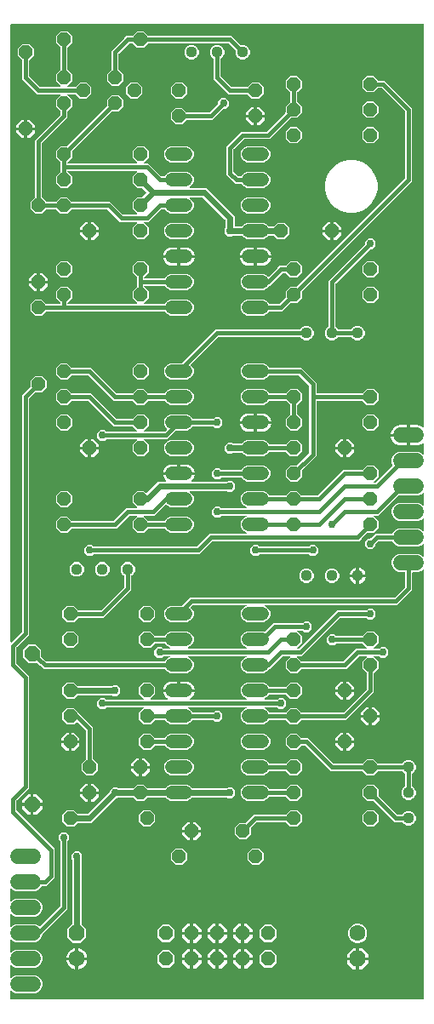
<source format=gtl>
G04 EAGLE Gerber RS-274X export*
G75*
%MOMM*%
%FSLAX34Y34*%
%LPD*%
%INTop Copper*%
%IPPOS*%
%AMOC8*
5,1,8,0,0,1.08239X$1,22.5*%
G01*
%ADD10P,1.429621X8X202.500000*%
%ADD11P,1.429621X8X22.500000*%
%ADD12P,1.649562X8X292.500000*%
%ADD13P,1.732040X8X112.500000*%
%ADD14C,1.600200*%
%ADD15P,1.732040X8X292.500000*%
%ADD16C,1.117600*%
%ADD17C,1.320800*%
%ADD18C,1.524000*%
%ADD19P,1.539592X8X202.500000*%
%ADD20P,1.429621X8X292.500000*%
%ADD21C,0.609600*%
%ADD22C,0.406400*%
%ADD23C,0.756400*%

G36*
X420898Y10164D02*
X420898Y10164D01*
X420917Y10162D01*
X421019Y10184D01*
X421121Y10200D01*
X421138Y10210D01*
X421158Y10214D01*
X421247Y10267D01*
X421338Y10316D01*
X421352Y10330D01*
X421369Y10340D01*
X421436Y10419D01*
X421508Y10494D01*
X421516Y10512D01*
X421529Y10527D01*
X421568Y10623D01*
X421611Y10717D01*
X421613Y10737D01*
X421621Y10755D01*
X421639Y10922D01*
X421639Y437349D01*
X421628Y437420D01*
X421626Y437491D01*
X421608Y437540D01*
X421600Y437592D01*
X421566Y437655D01*
X421541Y437722D01*
X421509Y437763D01*
X421484Y437809D01*
X421432Y437858D01*
X421388Y437914D01*
X421344Y437943D01*
X421306Y437978D01*
X421241Y438009D01*
X421181Y438047D01*
X421130Y438060D01*
X421083Y438082D01*
X421012Y438090D01*
X420942Y438107D01*
X420890Y438103D01*
X420839Y438109D01*
X420768Y438094D01*
X420697Y438088D01*
X420649Y438068D01*
X420598Y438057D01*
X420537Y438020D01*
X420471Y437992D01*
X420415Y437947D01*
X420387Y437931D01*
X420372Y437913D01*
X420340Y437887D01*
X419200Y436747D01*
X415839Y435355D01*
X410718Y435355D01*
X410698Y435352D01*
X410679Y435354D01*
X410577Y435332D01*
X410475Y435316D01*
X410458Y435306D01*
X410438Y435302D01*
X410349Y435249D01*
X410258Y435200D01*
X410244Y435186D01*
X410227Y435176D01*
X410160Y435097D01*
X410088Y435022D01*
X410080Y435004D01*
X410067Y434989D01*
X410028Y434893D01*
X409985Y434799D01*
X409983Y434779D01*
X409975Y434761D01*
X409957Y434594D01*
X409957Y417627D01*
X395173Y402843D01*
X263599Y402843D01*
X263503Y402828D01*
X263406Y402818D01*
X263382Y402808D01*
X263356Y402804D01*
X263270Y402758D01*
X263181Y402718D01*
X263162Y402701D01*
X263138Y402688D01*
X263071Y402618D01*
X263000Y402552D01*
X262987Y402529D01*
X262969Y402510D01*
X262928Y402422D01*
X262881Y402336D01*
X262876Y402311D01*
X262865Y402287D01*
X262855Y402190D01*
X262837Y402094D01*
X262841Y402068D01*
X262838Y402043D01*
X262859Y401947D01*
X262873Y401851D01*
X262885Y401828D01*
X262891Y401802D01*
X262941Y401719D01*
X262985Y401632D01*
X263003Y401613D01*
X263017Y401591D01*
X263091Y401528D01*
X263160Y401460D01*
X263189Y401444D01*
X263204Y401431D01*
X263234Y401419D01*
X263307Y401379D01*
X265209Y400591D01*
X267495Y398305D01*
X268733Y395317D01*
X268733Y392083D01*
X267495Y389095D01*
X265209Y386809D01*
X262221Y385571D01*
X245779Y385571D01*
X242791Y386809D01*
X240505Y389095D01*
X239267Y392083D01*
X239267Y395317D01*
X240505Y398305D01*
X242791Y400591D01*
X244693Y401379D01*
X244776Y401430D01*
X244862Y401476D01*
X244879Y401494D01*
X244902Y401508D01*
X244964Y401584D01*
X245031Y401654D01*
X245042Y401678D01*
X245059Y401698D01*
X245093Y401789D01*
X245135Y401877D01*
X245137Y401903D01*
X245147Y401927D01*
X245151Y402025D01*
X245162Y402121D01*
X245156Y402147D01*
X245157Y402173D01*
X245130Y402267D01*
X245109Y402362D01*
X245096Y402384D01*
X245089Y402409D01*
X245033Y402489D01*
X244983Y402573D01*
X244963Y402590D01*
X244948Y402611D01*
X244870Y402670D01*
X244796Y402733D01*
X244772Y402743D01*
X244751Y402758D01*
X244659Y402788D01*
X244568Y402825D01*
X244536Y402828D01*
X244517Y402834D01*
X244484Y402834D01*
X244401Y402843D01*
X192289Y402843D01*
X192198Y402829D01*
X192108Y402821D01*
X192078Y402809D01*
X192046Y402804D01*
X191965Y402761D01*
X191881Y402725D01*
X191849Y402699D01*
X191828Y402688D01*
X191806Y402665D01*
X191750Y402620D01*
X189903Y400773D01*
X189892Y400757D01*
X189876Y400745D01*
X189820Y400657D01*
X189760Y400573D01*
X189754Y400554D01*
X189743Y400538D01*
X189718Y400437D01*
X189687Y400338D01*
X189688Y400318D01*
X189683Y400299D01*
X189691Y400196D01*
X189694Y400092D01*
X189700Y400074D01*
X189702Y400054D01*
X189742Y399959D01*
X189778Y399861D01*
X189791Y399846D01*
X189798Y399828D01*
X189903Y399697D01*
X191295Y398305D01*
X192533Y395317D01*
X192533Y392083D01*
X191295Y389095D01*
X189009Y386809D01*
X186021Y385571D01*
X169579Y385571D01*
X166591Y386809D01*
X164305Y389095D01*
X163067Y392083D01*
X163067Y395317D01*
X164305Y398305D01*
X166591Y400591D01*
X169579Y401829D01*
X180583Y401829D01*
X180674Y401843D01*
X180764Y401851D01*
X180794Y401863D01*
X180826Y401868D01*
X180907Y401911D01*
X180991Y401947D01*
X181023Y401973D01*
X181044Y401984D01*
X181066Y402007D01*
X181122Y402052D01*
X189027Y409957D01*
X391911Y409957D01*
X392002Y409971D01*
X392092Y409979D01*
X392122Y409991D01*
X392154Y409996D01*
X392235Y410039D01*
X392319Y410075D01*
X392351Y410101D01*
X392372Y410112D01*
X392394Y410135D01*
X392450Y410180D01*
X402620Y420350D01*
X402673Y420424D01*
X402733Y420494D01*
X402745Y420524D01*
X402764Y420550D01*
X402791Y420637D01*
X402825Y420722D01*
X402829Y420763D01*
X402836Y420785D01*
X402835Y420817D01*
X402843Y420889D01*
X402843Y434594D01*
X402840Y434614D01*
X402842Y434633D01*
X402820Y434735D01*
X402804Y434837D01*
X402794Y434854D01*
X402790Y434874D01*
X402737Y434963D01*
X402688Y435054D01*
X402674Y435068D01*
X402664Y435085D01*
X402585Y435152D01*
X402510Y435224D01*
X402492Y435232D01*
X402477Y435245D01*
X402381Y435284D01*
X402287Y435327D01*
X402267Y435329D01*
X402249Y435337D01*
X402082Y435355D01*
X396961Y435355D01*
X393600Y436747D01*
X391027Y439320D01*
X389635Y442681D01*
X389635Y446319D01*
X391027Y449680D01*
X393600Y452253D01*
X396961Y453645D01*
X415839Y453645D01*
X419200Y452253D01*
X420340Y451113D01*
X420398Y451071D01*
X420450Y451022D01*
X420497Y451000D01*
X420539Y450969D01*
X420608Y450948D01*
X420673Y450918D01*
X420725Y450912D01*
X420775Y450897D01*
X420846Y450899D01*
X420917Y450891D01*
X420968Y450902D01*
X421020Y450903D01*
X421088Y450928D01*
X421158Y450943D01*
X421203Y450970D01*
X421251Y450988D01*
X421307Y451033D01*
X421369Y451069D01*
X421403Y451109D01*
X421443Y451141D01*
X421482Y451202D01*
X421529Y451256D01*
X421548Y451305D01*
X421576Y451348D01*
X421594Y451418D01*
X421621Y451484D01*
X421629Y451556D01*
X421637Y451587D01*
X421635Y451610D01*
X421639Y451651D01*
X421639Y462749D01*
X421628Y462820D01*
X421626Y462891D01*
X421608Y462940D01*
X421600Y462992D01*
X421566Y463055D01*
X421541Y463122D01*
X421509Y463163D01*
X421484Y463209D01*
X421432Y463258D01*
X421388Y463314D01*
X421344Y463343D01*
X421306Y463378D01*
X421241Y463409D01*
X421181Y463447D01*
X421130Y463460D01*
X421083Y463482D01*
X421012Y463490D01*
X420942Y463507D01*
X420890Y463503D01*
X420839Y463509D01*
X420768Y463494D01*
X420697Y463488D01*
X420649Y463468D01*
X420598Y463457D01*
X420537Y463420D01*
X420471Y463392D01*
X420415Y463347D01*
X420387Y463331D01*
X420372Y463313D01*
X420340Y463287D01*
X419200Y462147D01*
X415839Y460755D01*
X396961Y460755D01*
X393600Y462147D01*
X391027Y464720D01*
X390550Y465873D01*
X390488Y465973D01*
X390428Y466073D01*
X390423Y466077D01*
X390420Y466082D01*
X390330Y466157D01*
X390241Y466233D01*
X390235Y466235D01*
X390231Y466239D01*
X390122Y466281D01*
X390013Y466325D01*
X390006Y466326D01*
X390001Y466327D01*
X389983Y466328D01*
X389846Y466343D01*
X376439Y466343D01*
X376348Y466329D01*
X376258Y466321D01*
X376228Y466309D01*
X376196Y466304D01*
X376115Y466261D01*
X376031Y466225D01*
X375999Y466199D01*
X375978Y466188D01*
X375956Y466165D01*
X375900Y466120D01*
X373830Y464050D01*
X373777Y463976D01*
X373717Y463906D01*
X373705Y463876D01*
X373686Y463850D01*
X373659Y463763D01*
X373625Y463678D01*
X373621Y463637D01*
X373614Y463615D01*
X373615Y463583D01*
X373607Y463511D01*
X373607Y461352D01*
X370498Y458243D01*
X366102Y458243D01*
X362993Y461352D01*
X362993Y465748D01*
X366102Y468857D01*
X368261Y468857D01*
X368352Y468871D01*
X368442Y468879D01*
X368472Y468891D01*
X368504Y468896D01*
X368585Y468939D01*
X368669Y468975D01*
X368701Y469001D01*
X368722Y469012D01*
X368744Y469035D01*
X368800Y469080D01*
X373177Y473457D01*
X389846Y473457D01*
X389961Y473476D01*
X390077Y473493D01*
X390083Y473495D01*
X390089Y473496D01*
X390192Y473551D01*
X390297Y473604D01*
X390301Y473609D01*
X390307Y473612D01*
X390386Y473696D01*
X390469Y473780D01*
X390472Y473786D01*
X390476Y473790D01*
X390484Y473807D01*
X390550Y473927D01*
X391027Y475080D01*
X393600Y477653D01*
X396961Y479045D01*
X415839Y479045D01*
X419200Y477653D01*
X420340Y476513D01*
X420398Y476471D01*
X420450Y476422D01*
X420497Y476400D01*
X420539Y476369D01*
X420608Y476348D01*
X420673Y476318D01*
X420725Y476312D01*
X420775Y476297D01*
X420846Y476299D01*
X420917Y476291D01*
X420968Y476302D01*
X421020Y476303D01*
X421088Y476328D01*
X421158Y476343D01*
X421203Y476370D01*
X421251Y476388D01*
X421307Y476433D01*
X421369Y476469D01*
X421403Y476509D01*
X421443Y476541D01*
X421482Y476602D01*
X421529Y476656D01*
X421548Y476705D01*
X421576Y476748D01*
X421594Y476818D01*
X421621Y476884D01*
X421629Y476956D01*
X421637Y476987D01*
X421635Y477010D01*
X421639Y477051D01*
X421639Y488149D01*
X421628Y488220D01*
X421626Y488291D01*
X421608Y488340D01*
X421600Y488392D01*
X421566Y488455D01*
X421541Y488522D01*
X421509Y488563D01*
X421484Y488609D01*
X421432Y488658D01*
X421388Y488714D01*
X421344Y488743D01*
X421306Y488778D01*
X421241Y488809D01*
X421181Y488847D01*
X421130Y488860D01*
X421083Y488882D01*
X421012Y488890D01*
X420942Y488907D01*
X420890Y488903D01*
X420839Y488909D01*
X420768Y488894D01*
X420697Y488888D01*
X420649Y488868D01*
X420598Y488857D01*
X420537Y488820D01*
X420471Y488792D01*
X420415Y488747D01*
X420387Y488731D01*
X420372Y488713D01*
X420340Y488687D01*
X419200Y487547D01*
X415839Y486155D01*
X396961Y486155D01*
X393600Y487547D01*
X391027Y490120D01*
X389635Y493481D01*
X389635Y497119D01*
X391027Y500480D01*
X393600Y503053D01*
X396961Y504445D01*
X415839Y504445D01*
X419200Y503053D01*
X420340Y501913D01*
X420398Y501871D01*
X420450Y501822D01*
X420497Y501800D01*
X420539Y501769D01*
X420608Y501748D01*
X420673Y501718D01*
X420725Y501712D01*
X420775Y501697D01*
X420846Y501699D01*
X420917Y501691D01*
X420968Y501702D01*
X421020Y501703D01*
X421088Y501728D01*
X421158Y501743D01*
X421203Y501770D01*
X421251Y501788D01*
X421307Y501833D01*
X421369Y501869D01*
X421403Y501909D01*
X421443Y501941D01*
X421482Y502002D01*
X421529Y502056D01*
X421548Y502105D01*
X421576Y502148D01*
X421594Y502218D01*
X421621Y502284D01*
X421629Y502356D01*
X421637Y502387D01*
X421635Y502410D01*
X421639Y502451D01*
X421639Y513549D01*
X421628Y513620D01*
X421626Y513691D01*
X421608Y513740D01*
X421600Y513792D01*
X421566Y513855D01*
X421541Y513922D01*
X421509Y513963D01*
X421484Y514009D01*
X421432Y514058D01*
X421388Y514114D01*
X421344Y514143D01*
X421306Y514178D01*
X421241Y514209D01*
X421181Y514247D01*
X421130Y514260D01*
X421083Y514282D01*
X421012Y514290D01*
X420942Y514307D01*
X420890Y514303D01*
X420839Y514309D01*
X420768Y514294D01*
X420697Y514288D01*
X420649Y514268D01*
X420598Y514257D01*
X420537Y514220D01*
X420471Y514192D01*
X420415Y514147D01*
X420387Y514131D01*
X420372Y514113D01*
X420340Y514087D01*
X419200Y512947D01*
X415839Y511555D01*
X396961Y511555D01*
X396706Y511661D01*
X396593Y511688D01*
X396479Y511716D01*
X396472Y511716D01*
X396466Y511717D01*
X396350Y511706D01*
X396233Y511697D01*
X396228Y511695D01*
X396221Y511694D01*
X396114Y511646D01*
X396007Y511601D01*
X396001Y511596D01*
X395997Y511594D01*
X395983Y511581D01*
X395876Y511496D01*
X376123Y491743D01*
X372490Y491743D01*
X372420Y491732D01*
X372348Y491730D01*
X372299Y491712D01*
X372248Y491704D01*
X372184Y491670D01*
X372117Y491645D01*
X372076Y491613D01*
X372030Y491588D01*
X371981Y491536D01*
X371925Y491492D01*
X371897Y491448D01*
X371861Y491410D01*
X371831Y491345D01*
X371792Y491285D01*
X371779Y491234D01*
X371757Y491187D01*
X371749Y491116D01*
X371732Y491046D01*
X371736Y490994D01*
X371730Y490943D01*
X371745Y490872D01*
X371751Y490801D01*
X371771Y490753D01*
X371782Y490702D01*
X371819Y490641D01*
X371847Y490575D01*
X371892Y490519D01*
X371909Y490491D01*
X371926Y490476D01*
X371952Y490444D01*
X376429Y485967D01*
X376429Y479233D01*
X371667Y474471D01*
X365517Y474471D01*
X365426Y474457D01*
X365336Y474449D01*
X365306Y474437D01*
X365274Y474432D01*
X365193Y474389D01*
X365109Y474353D01*
X365077Y474327D01*
X365056Y474316D01*
X365034Y474293D01*
X364978Y474248D01*
X359380Y468650D01*
X357073Y466343D01*
X211339Y466343D01*
X211248Y466329D01*
X211158Y466321D01*
X211128Y466309D01*
X211096Y466304D01*
X211015Y466261D01*
X210931Y466225D01*
X210899Y466199D01*
X210878Y466188D01*
X210856Y466165D01*
X210800Y466120D01*
X198323Y453643D01*
X93163Y453643D01*
X93073Y453629D01*
X92982Y453621D01*
X92953Y453609D01*
X92921Y453604D01*
X92840Y453561D01*
X92756Y453525D01*
X92724Y453499D01*
X92703Y453488D01*
X92681Y453465D01*
X92625Y453420D01*
X91098Y451893D01*
X86702Y451893D01*
X83593Y455002D01*
X83593Y459398D01*
X86702Y462507D01*
X91098Y462507D01*
X92625Y460980D01*
X92699Y460927D01*
X92769Y460867D01*
X92799Y460855D01*
X92825Y460836D01*
X92912Y460809D01*
X92997Y460775D01*
X93038Y460771D01*
X93060Y460764D01*
X93092Y460765D01*
X93163Y460757D01*
X195061Y460757D01*
X195152Y460771D01*
X195242Y460779D01*
X195272Y460791D01*
X195304Y460796D01*
X195385Y460839D01*
X195469Y460875D01*
X195501Y460901D01*
X195522Y460912D01*
X195544Y460935D01*
X195600Y460980D01*
X208077Y473457D01*
X244401Y473457D01*
X244497Y473472D01*
X244594Y473482D01*
X244618Y473492D01*
X244644Y473496D01*
X244730Y473542D01*
X244819Y473582D01*
X244838Y473599D01*
X244861Y473612D01*
X244929Y473682D01*
X245000Y473748D01*
X245013Y473771D01*
X245031Y473790D01*
X245072Y473878D01*
X245119Y473964D01*
X245123Y473989D01*
X245134Y474013D01*
X245145Y474110D01*
X245163Y474206D01*
X245159Y474232D01*
X245162Y474257D01*
X245141Y474353D01*
X245127Y474449D01*
X245115Y474472D01*
X245109Y474498D01*
X245059Y474581D01*
X245015Y474668D01*
X244997Y474687D01*
X244983Y474709D01*
X244909Y474772D01*
X244840Y474840D01*
X244811Y474856D01*
X244796Y474869D01*
X244766Y474881D01*
X244693Y474921D01*
X242791Y475709D01*
X240505Y477995D01*
X239267Y480983D01*
X239267Y484217D01*
X240505Y487205D01*
X242791Y489491D01*
X244693Y490279D01*
X244776Y490330D01*
X244861Y490376D01*
X244879Y490394D01*
X244902Y490408D01*
X244964Y490484D01*
X245031Y490554D01*
X245042Y490578D01*
X245059Y490598D01*
X245093Y490689D01*
X245134Y490777D01*
X245137Y490803D01*
X245147Y490827D01*
X245151Y490925D01*
X245162Y491021D01*
X245156Y491047D01*
X245157Y491073D01*
X245130Y491167D01*
X245109Y491262D01*
X245096Y491284D01*
X245089Y491309D01*
X245033Y491389D01*
X244983Y491473D01*
X244963Y491490D01*
X244948Y491511D01*
X244870Y491570D01*
X244796Y491633D01*
X244772Y491643D01*
X244751Y491658D01*
X244658Y491688D01*
X244568Y491725D01*
X244536Y491728D01*
X244517Y491734D01*
X244484Y491734D01*
X244401Y491743D01*
X220163Y491743D01*
X220073Y491729D01*
X219982Y491721D01*
X219953Y491709D01*
X219921Y491704D01*
X219840Y491661D01*
X219756Y491625D01*
X219724Y491599D01*
X219703Y491588D01*
X219681Y491565D01*
X219625Y491520D01*
X218098Y489993D01*
X213702Y489993D01*
X210593Y493102D01*
X210593Y497498D01*
X213702Y500607D01*
X218098Y500607D01*
X219625Y499080D01*
X219699Y499027D01*
X219769Y498967D01*
X219799Y498955D01*
X219825Y498936D01*
X219912Y498909D01*
X219997Y498875D01*
X220038Y498871D01*
X220060Y498864D01*
X220092Y498865D01*
X220163Y498857D01*
X244401Y498857D01*
X244497Y498872D01*
X244594Y498882D01*
X244618Y498892D01*
X244644Y498896D01*
X244730Y498942D01*
X244819Y498982D01*
X244838Y498999D01*
X244861Y499012D01*
X244929Y499082D01*
X245000Y499148D01*
X245013Y499171D01*
X245031Y499190D01*
X245072Y499278D01*
X245119Y499364D01*
X245123Y499389D01*
X245134Y499413D01*
X245145Y499510D01*
X245163Y499606D01*
X245159Y499632D01*
X245162Y499657D01*
X245141Y499753D01*
X245127Y499849D01*
X245115Y499872D01*
X245109Y499898D01*
X245059Y499981D01*
X245015Y500068D01*
X244997Y500087D01*
X244983Y500109D01*
X244909Y500172D01*
X244840Y500240D01*
X244811Y500256D01*
X244796Y500269D01*
X244766Y500281D01*
X244693Y500321D01*
X242791Y501109D01*
X240505Y503395D01*
X239267Y506383D01*
X239267Y509617D01*
X240505Y512605D01*
X242791Y514891D01*
X245779Y516129D01*
X262221Y516129D01*
X265209Y514891D01*
X267495Y512605D01*
X267735Y512027D01*
X267796Y511927D01*
X267856Y511827D01*
X267861Y511823D01*
X267864Y511818D01*
X267954Y511743D01*
X268043Y511667D01*
X268049Y511665D01*
X268054Y511661D01*
X268162Y511619D01*
X268271Y511575D01*
X268279Y511574D01*
X268283Y511573D01*
X268302Y511572D01*
X268438Y511557D01*
X283846Y511557D01*
X283936Y511571D01*
X284027Y511579D01*
X284056Y511591D01*
X284088Y511596D01*
X284169Y511639D01*
X284253Y511675D01*
X284285Y511701D01*
X284306Y511712D01*
X284328Y511735D01*
X284384Y511780D01*
X288733Y516129D01*
X295467Y516129D01*
X299816Y511780D01*
X299890Y511727D01*
X299959Y511667D01*
X299990Y511655D01*
X300016Y511636D01*
X300103Y511609D01*
X300188Y511575D01*
X300229Y511571D01*
X300251Y511564D01*
X300283Y511565D01*
X300354Y511557D01*
X315711Y511557D01*
X315802Y511571D01*
X315892Y511579D01*
X315922Y511591D01*
X315954Y511596D01*
X316035Y511639D01*
X316119Y511675D01*
X316151Y511701D01*
X316172Y511712D01*
X316194Y511735D01*
X316250Y511780D01*
X341427Y536957D01*
X360046Y536957D01*
X360136Y536971D01*
X360227Y536979D01*
X360256Y536991D01*
X360288Y536996D01*
X360369Y537039D01*
X360453Y537075D01*
X360485Y537101D01*
X360506Y537112D01*
X360528Y537135D01*
X360584Y537180D01*
X364933Y541529D01*
X371667Y541529D01*
X376429Y536767D01*
X376429Y530033D01*
X371952Y525556D01*
X371910Y525498D01*
X371861Y525446D01*
X371839Y525399D01*
X371808Y525357D01*
X371787Y525288D01*
X371757Y525223D01*
X371751Y525171D01*
X371736Y525121D01*
X371738Y525050D01*
X371730Y524979D01*
X371741Y524928D01*
X371742Y524876D01*
X371767Y524808D01*
X371782Y524738D01*
X371809Y524693D01*
X371827Y524645D01*
X371872Y524589D01*
X371909Y524527D01*
X371948Y524493D01*
X371981Y524453D01*
X372041Y524414D01*
X372095Y524367D01*
X372144Y524348D01*
X372188Y524320D01*
X372257Y524302D01*
X372324Y524275D01*
X372395Y524267D01*
X372426Y524259D01*
X372449Y524261D01*
X372490Y524257D01*
X372861Y524257D01*
X372952Y524271D01*
X373042Y524279D01*
X373072Y524291D01*
X373104Y524296D01*
X373185Y524339D01*
X373269Y524375D01*
X373301Y524401D01*
X373322Y524412D01*
X373344Y524435D01*
X373400Y524480D01*
X390320Y541400D01*
X390388Y541494D01*
X390458Y541589D01*
X390460Y541595D01*
X390464Y541600D01*
X390498Y541711D01*
X390534Y541822D01*
X390534Y541829D01*
X390536Y541835D01*
X390533Y541951D01*
X390532Y542068D01*
X390530Y542076D01*
X390530Y542081D01*
X390523Y542098D01*
X390485Y542230D01*
X389635Y544281D01*
X389635Y547919D01*
X391027Y551280D01*
X393600Y553853D01*
X396961Y555245D01*
X415839Y555245D01*
X419200Y553853D01*
X420340Y552713D01*
X420398Y552671D01*
X420450Y552622D01*
X420497Y552600D01*
X420539Y552569D01*
X420608Y552548D01*
X420673Y552518D01*
X420725Y552512D01*
X420775Y552497D01*
X420846Y552499D01*
X420917Y552491D01*
X420968Y552502D01*
X421020Y552503D01*
X421088Y552528D01*
X421158Y552543D01*
X421203Y552570D01*
X421251Y552588D01*
X421307Y552633D01*
X421369Y552669D01*
X421403Y552709D01*
X421443Y552741D01*
X421482Y552802D01*
X421529Y552856D01*
X421548Y552905D01*
X421576Y552948D01*
X421594Y553018D01*
X421621Y553084D01*
X421629Y553156D01*
X421637Y553187D01*
X421635Y553210D01*
X421639Y553251D01*
X421639Y562982D01*
X421637Y562994D01*
X421639Y563006D01*
X421618Y563115D01*
X421600Y563225D01*
X421594Y563236D01*
X421592Y563247D01*
X421536Y563344D01*
X421484Y563442D01*
X421476Y563451D01*
X421470Y563461D01*
X421387Y563535D01*
X421306Y563612D01*
X421295Y563617D01*
X421286Y563625D01*
X421184Y563669D01*
X421083Y563715D01*
X421071Y563717D01*
X421060Y563722D01*
X420949Y563730D01*
X420839Y563743D01*
X420827Y563740D01*
X420815Y563741D01*
X420707Y563714D01*
X420598Y563690D01*
X420588Y563684D01*
X420576Y563681D01*
X420431Y563598D01*
X419345Y562810D01*
X417920Y562084D01*
X416399Y561589D01*
X414820Y561339D01*
X407923Y561339D01*
X407923Y570738D01*
X407920Y570758D01*
X407922Y570777D01*
X407900Y570879D01*
X407883Y570981D01*
X407874Y570998D01*
X407870Y571018D01*
X407817Y571107D01*
X407768Y571198D01*
X407754Y571212D01*
X407744Y571229D01*
X407665Y571296D01*
X407590Y571367D01*
X407572Y571376D01*
X407557Y571389D01*
X407461Y571427D01*
X407367Y571471D01*
X407347Y571473D01*
X407329Y571481D01*
X407162Y571499D01*
X406399Y571499D01*
X406399Y571501D01*
X407162Y571501D01*
X407182Y571504D01*
X407201Y571502D01*
X407303Y571524D01*
X407405Y571541D01*
X407422Y571550D01*
X407442Y571554D01*
X407531Y571607D01*
X407622Y571656D01*
X407636Y571670D01*
X407653Y571680D01*
X407720Y571759D01*
X407791Y571834D01*
X407800Y571852D01*
X407813Y571867D01*
X407851Y571963D01*
X407895Y572057D01*
X407897Y572077D01*
X407905Y572095D01*
X407923Y572262D01*
X407923Y581661D01*
X414820Y581661D01*
X416399Y581411D01*
X417920Y580916D01*
X419345Y580190D01*
X420431Y579402D01*
X420441Y579396D01*
X420450Y579388D01*
X420551Y579341D01*
X420650Y579291D01*
X420662Y579290D01*
X420673Y579285D01*
X420784Y579272D01*
X420894Y579257D01*
X420906Y579259D01*
X420917Y579257D01*
X421026Y579281D01*
X421136Y579301D01*
X421146Y579307D01*
X421158Y579310D01*
X421254Y579367D01*
X421351Y579421D01*
X421359Y579430D01*
X421369Y579436D01*
X421441Y579521D01*
X421516Y579603D01*
X421521Y579614D01*
X421529Y579623D01*
X421571Y579726D01*
X421615Y579828D01*
X421616Y579840D01*
X421621Y579851D01*
X421639Y580018D01*
X421639Y979678D01*
X421636Y979698D01*
X421638Y979717D01*
X421616Y979819D01*
X421600Y979921D01*
X421590Y979938D01*
X421586Y979958D01*
X421533Y980047D01*
X421484Y980138D01*
X421470Y980152D01*
X421460Y980169D01*
X421381Y980236D01*
X421306Y980308D01*
X421288Y980316D01*
X421273Y980329D01*
X421177Y980368D01*
X421083Y980411D01*
X421063Y980413D01*
X421045Y980421D01*
X420878Y980439D01*
X10922Y980439D01*
X10902Y980436D01*
X10883Y980438D01*
X10781Y980416D01*
X10679Y980400D01*
X10662Y980390D01*
X10642Y980386D01*
X10553Y980333D01*
X10462Y980284D01*
X10448Y980270D01*
X10431Y980260D01*
X10364Y980181D01*
X10292Y980106D01*
X10284Y980088D01*
X10271Y980073D01*
X10232Y979977D01*
X10189Y979883D01*
X10187Y979863D01*
X10179Y979845D01*
X10161Y979678D01*
X10161Y366279D01*
X10172Y366208D01*
X10174Y366136D01*
X10192Y366087D01*
X10200Y366036D01*
X10234Y365972D01*
X10259Y365905D01*
X10291Y365864D01*
X10316Y365818D01*
X10368Y365769D01*
X10412Y365713D01*
X10456Y365685D01*
X10494Y365649D01*
X10559Y365619D01*
X10619Y365580D01*
X10670Y365567D01*
X10717Y365545D01*
X10788Y365537D01*
X10858Y365520D01*
X10910Y365524D01*
X10961Y365518D01*
X11032Y365534D01*
X11103Y365539D01*
X11151Y365559D01*
X11202Y365571D01*
X11263Y365607D01*
X11329Y365635D01*
X11385Y365680D01*
X11413Y365697D01*
X11428Y365715D01*
X11460Y365740D01*
X21620Y375900D01*
X21673Y375974D01*
X21733Y376044D01*
X21745Y376074D01*
X21764Y376100D01*
X21791Y376187D01*
X21825Y376272D01*
X21829Y376313D01*
X21836Y376335D01*
X21835Y376367D01*
X21843Y376439D01*
X21843Y611073D01*
X29748Y618978D01*
X29801Y619052D01*
X29861Y619122D01*
X29873Y619152D01*
X29892Y619178D01*
X29919Y619265D01*
X29953Y619350D01*
X29957Y619391D01*
X29964Y619413D01*
X29963Y619445D01*
X29971Y619517D01*
X29971Y625667D01*
X34733Y630429D01*
X41467Y630429D01*
X46229Y625667D01*
X46229Y618933D01*
X41467Y614171D01*
X35317Y614171D01*
X35226Y614157D01*
X35136Y614149D01*
X35106Y614137D01*
X35074Y614132D01*
X34993Y614089D01*
X34909Y614053D01*
X34877Y614027D01*
X34856Y614016D01*
X34834Y613993D01*
X34778Y613948D01*
X29180Y608350D01*
X29127Y608276D01*
X29067Y608206D01*
X29055Y608176D01*
X29036Y608150D01*
X29009Y608063D01*
X28975Y607978D01*
X28971Y607937D01*
X28964Y607915D01*
X28965Y607883D01*
X28957Y607811D01*
X28957Y373177D01*
X16480Y360700D01*
X16427Y360626D01*
X16367Y360556D01*
X16355Y360526D01*
X16336Y360500D01*
X16309Y360413D01*
X16275Y360328D01*
X16271Y360287D01*
X16264Y360265D01*
X16265Y360233D01*
X16257Y360161D01*
X16257Y344689D01*
X16271Y344598D01*
X16279Y344508D01*
X16291Y344478D01*
X16296Y344446D01*
X16339Y344365D01*
X16375Y344281D01*
X16401Y344249D01*
X16412Y344228D01*
X16435Y344206D01*
X16480Y344150D01*
X28957Y331673D01*
X28957Y220777D01*
X16480Y208300D01*
X16427Y208226D01*
X16367Y208156D01*
X16355Y208126D01*
X16336Y208100D01*
X16309Y208013D01*
X16275Y207928D01*
X16271Y207887D01*
X16264Y207865D01*
X16265Y207833D01*
X16257Y207761D01*
X16257Y198639D01*
X16271Y198548D01*
X16279Y198458D01*
X16291Y198428D01*
X16296Y198396D01*
X16339Y198315D01*
X16375Y198231D01*
X16401Y198199D01*
X16412Y198178D01*
X16435Y198156D01*
X16480Y198100D01*
X54357Y160223D01*
X54357Y131877D01*
X45923Y123443D01*
X41954Y123443D01*
X41839Y123424D01*
X41723Y123407D01*
X41717Y123405D01*
X41711Y123404D01*
X41608Y123349D01*
X41503Y123296D01*
X41499Y123291D01*
X41493Y123288D01*
X41414Y123204D01*
X41331Y123120D01*
X41328Y123114D01*
X41324Y123110D01*
X41316Y123093D01*
X41250Y122973D01*
X40773Y121820D01*
X38200Y119247D01*
X34839Y117855D01*
X15961Y117855D01*
X12600Y119247D01*
X11460Y120387D01*
X11402Y120429D01*
X11350Y120478D01*
X11303Y120500D01*
X11261Y120531D01*
X11192Y120552D01*
X11127Y120582D01*
X11075Y120588D01*
X11025Y120603D01*
X10954Y120601D01*
X10883Y120609D01*
X10832Y120598D01*
X10780Y120597D01*
X10712Y120572D01*
X10642Y120557D01*
X10597Y120530D01*
X10549Y120512D01*
X10493Y120467D01*
X10431Y120431D01*
X10397Y120391D01*
X10357Y120359D01*
X10318Y120298D01*
X10271Y120244D01*
X10252Y120195D01*
X10224Y120152D01*
X10206Y120082D01*
X10179Y120016D01*
X10171Y119944D01*
X10163Y119913D01*
X10165Y119890D01*
X10161Y119849D01*
X10161Y108751D01*
X10172Y108680D01*
X10174Y108609D01*
X10192Y108560D01*
X10200Y108508D01*
X10234Y108445D01*
X10259Y108378D01*
X10291Y108337D01*
X10316Y108291D01*
X10368Y108242D01*
X10412Y108186D01*
X10456Y108157D01*
X10494Y108122D01*
X10559Y108091D01*
X10619Y108053D01*
X10670Y108040D01*
X10717Y108018D01*
X10788Y108010D01*
X10858Y107993D01*
X10910Y107997D01*
X10961Y107991D01*
X11032Y108006D01*
X11103Y108012D01*
X11151Y108032D01*
X11202Y108043D01*
X11263Y108080D01*
X11329Y108108D01*
X11385Y108153D01*
X11413Y108169D01*
X11428Y108187D01*
X11460Y108213D01*
X12600Y109353D01*
X15961Y110745D01*
X34839Y110745D01*
X38200Y109353D01*
X40773Y106780D01*
X42165Y103419D01*
X42165Y99781D01*
X40773Y96420D01*
X38200Y93847D01*
X34839Y92455D01*
X15961Y92455D01*
X12600Y93847D01*
X11460Y94987D01*
X11402Y95029D01*
X11350Y95078D01*
X11303Y95100D01*
X11261Y95131D01*
X11192Y95152D01*
X11127Y95182D01*
X11075Y95188D01*
X11025Y95203D01*
X10954Y95201D01*
X10883Y95209D01*
X10832Y95198D01*
X10780Y95197D01*
X10712Y95172D01*
X10642Y95157D01*
X10597Y95130D01*
X10549Y95112D01*
X10493Y95067D01*
X10431Y95031D01*
X10397Y94991D01*
X10357Y94959D01*
X10318Y94898D01*
X10271Y94844D01*
X10252Y94795D01*
X10224Y94752D01*
X10206Y94682D01*
X10179Y94616D01*
X10171Y94544D01*
X10163Y94513D01*
X10165Y94490D01*
X10161Y94449D01*
X10161Y83351D01*
X10172Y83280D01*
X10174Y83209D01*
X10192Y83160D01*
X10200Y83108D01*
X10234Y83045D01*
X10259Y82978D01*
X10291Y82937D01*
X10316Y82891D01*
X10368Y82842D01*
X10412Y82786D01*
X10456Y82757D01*
X10494Y82722D01*
X10559Y82691D01*
X10619Y82653D01*
X10670Y82640D01*
X10717Y82618D01*
X10788Y82610D01*
X10858Y82593D01*
X10910Y82597D01*
X10961Y82591D01*
X11032Y82606D01*
X11103Y82612D01*
X11151Y82632D01*
X11202Y82643D01*
X11263Y82680D01*
X11329Y82708D01*
X11385Y82753D01*
X11413Y82769D01*
X11428Y82787D01*
X11460Y82813D01*
X12600Y83953D01*
X15961Y85345D01*
X34839Y85345D01*
X38200Y83953D01*
X38973Y83180D01*
X38989Y83168D01*
X39002Y83152D01*
X39089Y83096D01*
X39173Y83036D01*
X39192Y83030D01*
X39209Y83019D01*
X39309Y82994D01*
X39408Y82964D01*
X39428Y82964D01*
X39447Y82959D01*
X39550Y82967D01*
X39654Y82970D01*
X39673Y82977D01*
X39692Y82978D01*
X39787Y83019D01*
X39885Y83054D01*
X39900Y83067D01*
X39919Y83075D01*
X40050Y83180D01*
X59720Y102850D01*
X59773Y102924D01*
X59833Y102994D01*
X59845Y103024D01*
X59864Y103050D01*
X59891Y103137D01*
X59925Y103222D01*
X59929Y103263D01*
X59936Y103285D01*
X59935Y103317D01*
X59943Y103389D01*
X59943Y167187D01*
X59929Y167277D01*
X59921Y167368D01*
X59909Y167397D01*
X59904Y167429D01*
X59861Y167510D01*
X59825Y167594D01*
X59799Y167626D01*
X59788Y167647D01*
X59765Y167669D01*
X59720Y167725D01*
X58193Y169252D01*
X58193Y173648D01*
X61302Y176757D01*
X65698Y176757D01*
X68807Y173648D01*
X68807Y169252D01*
X67280Y167725D01*
X67227Y167651D01*
X67167Y167581D01*
X67155Y167551D01*
X67136Y167525D01*
X67109Y167438D01*
X67075Y167353D01*
X67071Y167312D01*
X67064Y167290D01*
X67065Y167258D01*
X67057Y167187D01*
X67057Y100127D01*
X64750Y97820D01*
X42388Y75458D01*
X42335Y75384D01*
X42275Y75314D01*
X42263Y75284D01*
X42244Y75258D01*
X42217Y75171D01*
X42183Y75086D01*
X42179Y75045D01*
X42172Y75023D01*
X42173Y74991D01*
X42165Y74919D01*
X42165Y74381D01*
X40773Y71020D01*
X38200Y68447D01*
X34839Y67055D01*
X15961Y67055D01*
X12600Y68447D01*
X11460Y69587D01*
X11402Y69629D01*
X11350Y69678D01*
X11303Y69700D01*
X11261Y69731D01*
X11192Y69752D01*
X11127Y69782D01*
X11075Y69788D01*
X11025Y69803D01*
X10954Y69801D01*
X10883Y69809D01*
X10832Y69798D01*
X10780Y69797D01*
X10712Y69772D01*
X10642Y69757D01*
X10597Y69730D01*
X10549Y69712D01*
X10493Y69667D01*
X10431Y69631D01*
X10397Y69591D01*
X10357Y69559D01*
X10318Y69498D01*
X10271Y69444D01*
X10252Y69395D01*
X10224Y69352D01*
X10206Y69282D01*
X10179Y69216D01*
X10171Y69144D01*
X10163Y69113D01*
X10165Y69090D01*
X10161Y69049D01*
X10161Y57951D01*
X10172Y57880D01*
X10174Y57809D01*
X10192Y57760D01*
X10200Y57708D01*
X10234Y57645D01*
X10259Y57578D01*
X10291Y57537D01*
X10316Y57491D01*
X10368Y57442D01*
X10412Y57386D01*
X10456Y57357D01*
X10494Y57322D01*
X10559Y57291D01*
X10619Y57253D01*
X10670Y57240D01*
X10717Y57218D01*
X10788Y57210D01*
X10858Y57193D01*
X10910Y57197D01*
X10961Y57191D01*
X11032Y57206D01*
X11103Y57212D01*
X11151Y57232D01*
X11202Y57243D01*
X11263Y57280D01*
X11329Y57308D01*
X11385Y57353D01*
X11413Y57369D01*
X11428Y57387D01*
X11460Y57413D01*
X12600Y58553D01*
X15961Y59945D01*
X34839Y59945D01*
X38200Y58553D01*
X40773Y55980D01*
X42165Y52619D01*
X42165Y48981D01*
X40773Y45620D01*
X38200Y43047D01*
X34839Y41655D01*
X15961Y41655D01*
X12600Y43047D01*
X11460Y44187D01*
X11402Y44229D01*
X11350Y44278D01*
X11303Y44300D01*
X11261Y44331D01*
X11192Y44352D01*
X11127Y44382D01*
X11075Y44388D01*
X11025Y44403D01*
X10954Y44401D01*
X10883Y44409D01*
X10832Y44398D01*
X10780Y44397D01*
X10712Y44372D01*
X10642Y44357D01*
X10597Y44330D01*
X10549Y44312D01*
X10493Y44267D01*
X10431Y44231D01*
X10397Y44191D01*
X10357Y44159D01*
X10318Y44098D01*
X10271Y44044D01*
X10252Y43995D01*
X10224Y43952D01*
X10206Y43882D01*
X10179Y43816D01*
X10171Y43744D01*
X10163Y43713D01*
X10165Y43690D01*
X10161Y43649D01*
X10161Y32551D01*
X10172Y32480D01*
X10174Y32409D01*
X10192Y32360D01*
X10200Y32308D01*
X10234Y32245D01*
X10259Y32178D01*
X10291Y32137D01*
X10316Y32091D01*
X10368Y32042D01*
X10412Y31986D01*
X10456Y31957D01*
X10494Y31922D01*
X10559Y31891D01*
X10619Y31853D01*
X10670Y31840D01*
X10717Y31818D01*
X10788Y31810D01*
X10858Y31793D01*
X10910Y31797D01*
X10961Y31791D01*
X11032Y31806D01*
X11103Y31812D01*
X11151Y31832D01*
X11202Y31843D01*
X11263Y31880D01*
X11329Y31908D01*
X11385Y31953D01*
X11413Y31969D01*
X11428Y31987D01*
X11460Y32013D01*
X12600Y33153D01*
X15961Y34545D01*
X34839Y34545D01*
X38200Y33153D01*
X40773Y30580D01*
X42165Y27219D01*
X42165Y23581D01*
X40773Y20220D01*
X38200Y17647D01*
X34839Y16255D01*
X15961Y16255D01*
X12600Y17647D01*
X11460Y18787D01*
X11402Y18829D01*
X11350Y18878D01*
X11303Y18900D01*
X11261Y18931D01*
X11192Y18952D01*
X11127Y18982D01*
X11075Y18988D01*
X11025Y19003D01*
X10954Y19001D01*
X10883Y19009D01*
X10832Y18998D01*
X10780Y18997D01*
X10712Y18972D01*
X10642Y18957D01*
X10597Y18930D01*
X10549Y18912D01*
X10493Y18867D01*
X10431Y18831D01*
X10397Y18791D01*
X10357Y18759D01*
X10318Y18698D01*
X10271Y18644D01*
X10252Y18595D01*
X10224Y18552D01*
X10206Y18482D01*
X10179Y18416D01*
X10171Y18344D01*
X10163Y18313D01*
X10165Y18290D01*
X10161Y18249D01*
X10161Y10922D01*
X10164Y10902D01*
X10162Y10883D01*
X10184Y10781D01*
X10200Y10679D01*
X10210Y10662D01*
X10214Y10642D01*
X10267Y10553D01*
X10316Y10462D01*
X10330Y10448D01*
X10340Y10431D01*
X10419Y10364D01*
X10494Y10292D01*
X10512Y10284D01*
X10527Y10271D01*
X10623Y10232D01*
X10717Y10189D01*
X10737Y10187D01*
X10755Y10179D01*
X10922Y10161D01*
X420878Y10161D01*
X420898Y10164D01*
G37*
%LPC*%
G36*
X142683Y283971D02*
X142683Y283971D01*
X137921Y288733D01*
X137921Y295467D01*
X142398Y299944D01*
X142440Y300002D01*
X142489Y300054D01*
X142511Y300101D01*
X142542Y300143D01*
X142563Y300212D01*
X142593Y300277D01*
X142599Y300329D01*
X142614Y300379D01*
X142612Y300450D01*
X142620Y300521D01*
X142609Y300572D01*
X142608Y300624D01*
X142583Y300692D01*
X142568Y300762D01*
X142541Y300807D01*
X142523Y300855D01*
X142478Y300911D01*
X142441Y300973D01*
X142402Y301007D01*
X142369Y301047D01*
X142309Y301086D01*
X142255Y301133D01*
X142206Y301152D01*
X142162Y301180D01*
X142093Y301198D01*
X142026Y301225D01*
X141955Y301233D01*
X141924Y301241D01*
X141901Y301239D01*
X141860Y301243D01*
X105863Y301243D01*
X105773Y301229D01*
X105682Y301221D01*
X105653Y301209D01*
X105621Y301204D01*
X105540Y301161D01*
X105456Y301125D01*
X105424Y301099D01*
X105403Y301088D01*
X105381Y301065D01*
X105325Y301020D01*
X103798Y299493D01*
X99402Y299493D01*
X96293Y302602D01*
X96293Y306998D01*
X99402Y310107D01*
X103798Y310107D01*
X105325Y308580D01*
X105399Y308527D01*
X105469Y308467D01*
X105499Y308455D01*
X105525Y308436D01*
X105612Y308409D01*
X105697Y308375D01*
X105738Y308371D01*
X105760Y308364D01*
X105792Y308365D01*
X105863Y308357D01*
X141860Y308357D01*
X141930Y308368D01*
X142002Y308370D01*
X142051Y308388D01*
X142102Y308396D01*
X142166Y308430D01*
X142233Y308455D01*
X142274Y308487D01*
X142320Y308512D01*
X142369Y308564D01*
X142425Y308608D01*
X142453Y308652D01*
X142489Y308690D01*
X142519Y308755D01*
X142558Y308815D01*
X142571Y308866D01*
X142593Y308913D01*
X142601Y308984D01*
X142618Y309054D01*
X142614Y309106D01*
X142620Y309157D01*
X142605Y309228D01*
X142599Y309299D01*
X142579Y309347D01*
X142568Y309398D01*
X142531Y309459D01*
X142503Y309525D01*
X142458Y309581D01*
X142441Y309609D01*
X142424Y309624D01*
X142398Y309656D01*
X137921Y314133D01*
X137921Y320867D01*
X142683Y325629D01*
X149417Y325629D01*
X154179Y320867D01*
X154179Y314133D01*
X149702Y309656D01*
X149660Y309598D01*
X149611Y309546D01*
X149589Y309499D01*
X149558Y309457D01*
X149537Y309388D01*
X149507Y309323D01*
X149501Y309271D01*
X149486Y309221D01*
X149488Y309150D01*
X149480Y309079D01*
X149491Y309028D01*
X149492Y308976D01*
X149517Y308908D01*
X149532Y308838D01*
X149559Y308793D01*
X149577Y308745D01*
X149622Y308689D01*
X149659Y308627D01*
X149698Y308593D01*
X149731Y308553D01*
X149791Y308514D01*
X149845Y308467D01*
X149894Y308448D01*
X149938Y308420D01*
X150007Y308402D01*
X150074Y308375D01*
X150145Y308367D01*
X150176Y308359D01*
X150199Y308361D01*
X150240Y308357D01*
X165910Y308357D01*
X165933Y308360D01*
X165956Y308358D01*
X166054Y308380D01*
X166153Y308396D01*
X166173Y308407D01*
X166196Y308412D01*
X166282Y308465D01*
X166370Y308512D01*
X166386Y308528D01*
X166406Y308540D01*
X166471Y308617D01*
X166540Y308690D01*
X166549Y308711D01*
X166564Y308728D01*
X166601Y308822D01*
X166643Y308913D01*
X166646Y308936D01*
X166654Y308957D01*
X166659Y309058D01*
X166670Y309157D01*
X166666Y309180D01*
X166667Y309203D01*
X166640Y309300D01*
X166618Y309398D01*
X166606Y309418D01*
X166600Y309440D01*
X166544Y309523D01*
X166492Y309609D01*
X166475Y309624D01*
X166462Y309643D01*
X166333Y309751D01*
X165366Y310397D01*
X164093Y311670D01*
X163092Y313168D01*
X162403Y314833D01*
X162175Y315977D01*
X177038Y315977D01*
X177058Y315980D01*
X177077Y315978D01*
X177179Y316000D01*
X177281Y316017D01*
X177298Y316026D01*
X177318Y316030D01*
X177407Y316083D01*
X177498Y316132D01*
X177512Y316146D01*
X177529Y316156D01*
X177596Y316235D01*
X177667Y316310D01*
X177676Y316328D01*
X177689Y316343D01*
X177727Y316439D01*
X177771Y316533D01*
X177773Y316553D01*
X177781Y316571D01*
X177799Y316738D01*
X177799Y317501D01*
X177801Y317501D01*
X177801Y316738D01*
X177804Y316718D01*
X177802Y316699D01*
X177824Y316597D01*
X177841Y316495D01*
X177850Y316478D01*
X177854Y316458D01*
X177907Y316369D01*
X177956Y316278D01*
X177970Y316264D01*
X177980Y316247D01*
X178059Y316180D01*
X178134Y316109D01*
X178152Y316100D01*
X178167Y316087D01*
X178263Y316048D01*
X178357Y316005D01*
X178377Y316003D01*
X178395Y315995D01*
X178562Y315977D01*
X193425Y315977D01*
X193197Y314833D01*
X192508Y313168D01*
X191507Y311670D01*
X190234Y310397D01*
X189267Y309751D01*
X189250Y309735D01*
X189230Y309724D01*
X189161Y309652D01*
X189087Y309583D01*
X189076Y309563D01*
X189060Y309546D01*
X189018Y309455D01*
X188970Y309367D01*
X188966Y309344D01*
X188957Y309323D01*
X188946Y309223D01*
X188929Y309124D01*
X188932Y309101D01*
X188930Y309079D01*
X188951Y308980D01*
X188966Y308881D01*
X188977Y308861D01*
X188982Y308838D01*
X189033Y308752D01*
X189080Y308663D01*
X189096Y308647D01*
X189108Y308627D01*
X189184Y308562D01*
X189257Y308492D01*
X189277Y308482D01*
X189295Y308467D01*
X189388Y308430D01*
X189479Y308387D01*
X189502Y308384D01*
X189523Y308375D01*
X189690Y308357D01*
X244401Y308357D01*
X244497Y308372D01*
X244594Y308382D01*
X244618Y308392D01*
X244644Y308396D01*
X244730Y308442D01*
X244819Y308482D01*
X244838Y308499D01*
X244861Y308512D01*
X244929Y308582D01*
X245000Y308648D01*
X245013Y308671D01*
X245031Y308690D01*
X245072Y308778D01*
X245119Y308864D01*
X245123Y308889D01*
X245134Y308913D01*
X245145Y309010D01*
X245163Y309106D01*
X245159Y309132D01*
X245162Y309157D01*
X245141Y309253D01*
X245127Y309349D01*
X245115Y309372D01*
X245109Y309398D01*
X245059Y309481D01*
X245015Y309568D01*
X244997Y309587D01*
X244983Y309609D01*
X244909Y309672D01*
X244840Y309740D01*
X244811Y309756D01*
X244796Y309769D01*
X244766Y309781D01*
X244693Y309821D01*
X242791Y310609D01*
X240505Y312895D01*
X239267Y315883D01*
X239267Y319117D01*
X240505Y322105D01*
X242791Y324391D01*
X245779Y325629D01*
X262221Y325629D01*
X265209Y324391D01*
X267495Y322105D01*
X267735Y321527D01*
X267796Y321427D01*
X267856Y321327D01*
X267861Y321323D01*
X267864Y321318D01*
X267954Y321243D01*
X268043Y321167D01*
X268049Y321165D01*
X268054Y321161D01*
X268162Y321119D01*
X268271Y321075D01*
X268279Y321074D01*
X268283Y321073D01*
X268302Y321072D01*
X268438Y321057D01*
X283846Y321057D01*
X283936Y321071D01*
X284027Y321079D01*
X284056Y321091D01*
X284088Y321096D01*
X284169Y321139D01*
X284253Y321175D01*
X284285Y321201D01*
X284306Y321212D01*
X284328Y321235D01*
X284384Y321280D01*
X288733Y325629D01*
X295467Y325629D01*
X300229Y320867D01*
X300229Y314133D01*
X295467Y309371D01*
X288733Y309371D01*
X284384Y313720D01*
X284310Y313773D01*
X284241Y313833D01*
X284210Y313845D01*
X284184Y313864D01*
X284097Y313891D01*
X284012Y313925D01*
X283971Y313929D01*
X283949Y313936D01*
X283917Y313935D01*
X283846Y313943D01*
X268438Y313943D01*
X268323Y313924D01*
X268207Y313907D01*
X268201Y313905D01*
X268195Y313904D01*
X268093Y313849D01*
X267988Y313796D01*
X267983Y313791D01*
X267978Y313788D01*
X267898Y313704D01*
X267815Y313620D01*
X267812Y313614D01*
X267808Y313610D01*
X267801Y313593D01*
X267735Y313473D01*
X267495Y312895D01*
X265209Y310609D01*
X263307Y309821D01*
X263224Y309770D01*
X263139Y309724D01*
X263121Y309706D01*
X263098Y309692D01*
X263036Y309616D01*
X262969Y309546D01*
X262958Y309522D01*
X262941Y309502D01*
X262907Y309411D01*
X262866Y309323D01*
X262863Y309297D01*
X262853Y309273D01*
X262849Y309175D01*
X262838Y309079D01*
X262844Y309053D01*
X262843Y309027D01*
X262870Y308933D01*
X262891Y308838D01*
X262904Y308816D01*
X262911Y308791D01*
X262967Y308711D01*
X263017Y308627D01*
X263037Y308610D01*
X263052Y308589D01*
X263130Y308530D01*
X263204Y308467D01*
X263228Y308457D01*
X263249Y308442D01*
X263342Y308412D01*
X263432Y308375D01*
X263464Y308372D01*
X263483Y308366D01*
X263516Y308366D01*
X263599Y308357D01*
X275137Y308357D01*
X275227Y308371D01*
X275318Y308379D01*
X275347Y308391D01*
X275379Y308396D01*
X275460Y308439D01*
X275544Y308475D01*
X275576Y308501D01*
X275597Y308512D01*
X275619Y308535D01*
X275675Y308580D01*
X277202Y310107D01*
X281598Y310107D01*
X284707Y306998D01*
X284707Y302602D01*
X281598Y299493D01*
X277202Y299493D01*
X275675Y301020D01*
X275601Y301073D01*
X275531Y301133D01*
X275501Y301145D01*
X275475Y301164D01*
X275388Y301191D01*
X275303Y301225D01*
X275262Y301229D01*
X275240Y301236D01*
X275208Y301235D01*
X275137Y301243D01*
X263599Y301243D01*
X263503Y301228D01*
X263406Y301218D01*
X263382Y301208D01*
X263356Y301204D01*
X263270Y301158D01*
X263181Y301118D01*
X263162Y301101D01*
X263139Y301088D01*
X263071Y301018D01*
X263000Y300952D01*
X262987Y300929D01*
X262969Y300910D01*
X262928Y300822D01*
X262881Y300736D01*
X262877Y300711D01*
X262866Y300687D01*
X262855Y300590D01*
X262837Y300494D01*
X262841Y300468D01*
X262838Y300443D01*
X262859Y300347D01*
X262873Y300251D01*
X262885Y300228D01*
X262891Y300202D01*
X262941Y300119D01*
X262985Y300032D01*
X263003Y300013D01*
X263017Y299991D01*
X263091Y299928D01*
X263160Y299860D01*
X263189Y299844D01*
X263204Y299831D01*
X263234Y299819D01*
X263307Y299779D01*
X265209Y298991D01*
X267495Y296705D01*
X267735Y296127D01*
X267796Y296027D01*
X267856Y295927D01*
X267861Y295923D01*
X267864Y295918D01*
X267954Y295843D01*
X268043Y295767D01*
X268049Y295765D01*
X268054Y295761D01*
X268162Y295719D01*
X268271Y295675D01*
X268279Y295674D01*
X268283Y295673D01*
X268302Y295672D01*
X268438Y295657D01*
X283846Y295657D01*
X283936Y295671D01*
X284027Y295679D01*
X284056Y295691D01*
X284088Y295696D01*
X284169Y295739D01*
X284253Y295775D01*
X284285Y295801D01*
X284306Y295812D01*
X284328Y295835D01*
X284384Y295880D01*
X288733Y300229D01*
X295467Y300229D01*
X299816Y295880D01*
X299890Y295827D01*
X299959Y295767D01*
X299990Y295755D01*
X300016Y295736D01*
X300103Y295709D01*
X300188Y295675D01*
X300229Y295671D01*
X300251Y295664D01*
X300283Y295665D01*
X300354Y295657D01*
X341111Y295657D01*
X341202Y295671D01*
X341292Y295679D01*
X341322Y295691D01*
X341354Y295696D01*
X341435Y295739D01*
X341519Y295775D01*
X341551Y295801D01*
X341572Y295812D01*
X341594Y295835D01*
X341650Y295880D01*
X364520Y318750D01*
X364573Y318824D01*
X364633Y318894D01*
X364645Y318924D01*
X364664Y318950D01*
X364691Y319037D01*
X364725Y319122D01*
X364729Y319163D01*
X364736Y319185D01*
X364735Y319217D01*
X364743Y319289D01*
X364743Y334646D01*
X364729Y334736D01*
X364721Y334827D01*
X364709Y334856D01*
X364704Y334888D01*
X364661Y334969D01*
X364625Y335053D01*
X364599Y335085D01*
X364588Y335106D01*
X364565Y335128D01*
X364520Y335184D01*
X360171Y339533D01*
X360171Y346267D01*
X364648Y350744D01*
X364690Y350802D01*
X364739Y350854D01*
X364761Y350901D01*
X364792Y350943D01*
X364813Y351012D01*
X364843Y351077D01*
X364849Y351129D01*
X364864Y351179D01*
X364862Y351250D01*
X364870Y351321D01*
X364859Y351372D01*
X364858Y351424D01*
X364833Y351492D01*
X364818Y351562D01*
X364791Y351607D01*
X364773Y351655D01*
X364728Y351711D01*
X364691Y351773D01*
X364652Y351807D01*
X364619Y351847D01*
X364559Y351886D01*
X364505Y351933D01*
X364456Y351952D01*
X364412Y351980D01*
X364343Y351998D01*
X364276Y352025D01*
X364205Y352033D01*
X364174Y352041D01*
X364151Y352039D01*
X364110Y352043D01*
X357389Y352043D01*
X357298Y352029D01*
X357208Y352021D01*
X357178Y352009D01*
X357146Y352004D01*
X357065Y351961D01*
X356981Y351925D01*
X356949Y351899D01*
X356928Y351888D01*
X356906Y351865D01*
X356850Y351820D01*
X344373Y339343D01*
X300354Y339343D01*
X300264Y339329D01*
X300173Y339321D01*
X300144Y339309D01*
X300112Y339304D01*
X300031Y339261D01*
X299947Y339225D01*
X299915Y339199D01*
X299894Y339188D01*
X299872Y339165D01*
X299816Y339120D01*
X295467Y334771D01*
X288733Y334771D01*
X283971Y339533D01*
X283971Y346267D01*
X288448Y350744D01*
X288490Y350802D01*
X288539Y350854D01*
X288561Y350901D01*
X288592Y350943D01*
X288613Y351012D01*
X288643Y351077D01*
X288649Y351129D01*
X288664Y351179D01*
X288662Y351250D01*
X288670Y351321D01*
X288659Y351372D01*
X288658Y351424D01*
X288633Y351492D01*
X288618Y351562D01*
X288591Y351607D01*
X288573Y351655D01*
X288528Y351711D01*
X288491Y351773D01*
X288452Y351807D01*
X288419Y351847D01*
X288359Y351886D01*
X288305Y351933D01*
X288256Y351952D01*
X288212Y351980D01*
X288143Y351998D01*
X288076Y352025D01*
X288005Y352033D01*
X287974Y352041D01*
X287951Y352039D01*
X287910Y352043D01*
X281189Y352043D01*
X281098Y352029D01*
X281008Y352021D01*
X280978Y352009D01*
X280946Y352004D01*
X280865Y351961D01*
X280781Y351925D01*
X280749Y351899D01*
X280728Y351888D01*
X280706Y351865D01*
X280650Y351820D01*
X268065Y339235D01*
X267988Y339196D01*
X267983Y339191D01*
X267978Y339188D01*
X267898Y339104D01*
X267815Y339020D01*
X267812Y339014D01*
X267808Y339010D01*
X267801Y338993D01*
X267735Y338873D01*
X267495Y338295D01*
X265209Y336009D01*
X262221Y334771D01*
X245779Y334771D01*
X242791Y336009D01*
X240505Y338295D01*
X239267Y341283D01*
X239267Y344517D01*
X240505Y347505D01*
X242791Y349791D01*
X244693Y350579D01*
X244776Y350630D01*
X244861Y350676D01*
X244879Y350694D01*
X244902Y350708D01*
X244964Y350784D01*
X245031Y350854D01*
X245042Y350878D01*
X245059Y350898D01*
X245093Y350989D01*
X245134Y351077D01*
X245137Y351103D01*
X245147Y351127D01*
X245151Y351225D01*
X245162Y351321D01*
X245156Y351347D01*
X245157Y351373D01*
X245130Y351467D01*
X245109Y351562D01*
X245096Y351584D01*
X245089Y351609D01*
X245033Y351689D01*
X244983Y351773D01*
X244963Y351790D01*
X244948Y351811D01*
X244870Y351870D01*
X244796Y351933D01*
X244772Y351943D01*
X244751Y351958D01*
X244658Y351988D01*
X244568Y352025D01*
X244536Y352028D01*
X244517Y352034D01*
X244484Y352034D01*
X244401Y352043D01*
X187399Y352043D01*
X187303Y352028D01*
X187206Y352018D01*
X187182Y352008D01*
X187156Y352004D01*
X187070Y351958D01*
X186981Y351918D01*
X186962Y351901D01*
X186939Y351888D01*
X186871Y351818D01*
X186800Y351752D01*
X186787Y351729D01*
X186769Y351710D01*
X186728Y351622D01*
X186681Y351536D01*
X186677Y351511D01*
X186666Y351487D01*
X186655Y351390D01*
X186637Y351294D01*
X186641Y351268D01*
X186638Y351243D01*
X186659Y351147D01*
X186673Y351051D01*
X186685Y351028D01*
X186691Y351002D01*
X186741Y350919D01*
X186785Y350832D01*
X186803Y350813D01*
X186817Y350791D01*
X186891Y350728D01*
X186960Y350660D01*
X186989Y350644D01*
X187004Y350631D01*
X187034Y350619D01*
X187107Y350579D01*
X189009Y349791D01*
X191295Y347505D01*
X192533Y344517D01*
X192533Y341283D01*
X191295Y338295D01*
X189009Y336009D01*
X186021Y334771D01*
X169579Y334771D01*
X166591Y336009D01*
X164305Y338295D01*
X164065Y338873D01*
X164004Y338973D01*
X163944Y339073D01*
X163939Y339077D01*
X163936Y339082D01*
X163846Y339157D01*
X163757Y339233D01*
X163751Y339235D01*
X163746Y339239D01*
X163638Y339281D01*
X163529Y339325D01*
X163521Y339326D01*
X163517Y339327D01*
X163498Y339328D01*
X163362Y339343D01*
X44564Y339343D01*
X44548Y339341D01*
X44524Y339342D01*
X43115Y339268D01*
X43095Y339281D01*
X43026Y339298D01*
X43019Y339301D01*
X42015Y340305D01*
X42003Y340314D01*
X41986Y340332D01*
X36575Y345202D01*
X36446Y345285D01*
X36368Y345335D01*
X36210Y345375D01*
X36130Y345395D01*
X36129Y345395D01*
X36000Y345385D01*
X35885Y345376D01*
X35884Y345376D01*
X35773Y345328D01*
X35658Y345280D01*
X35658Y345279D01*
X35657Y345279D01*
X35540Y345185D01*
X27962Y345185D01*
X22605Y350542D01*
X22605Y358118D01*
X27962Y363475D01*
X35538Y363475D01*
X40895Y358118D01*
X40895Y351224D01*
X40913Y351114D01*
X40927Y351004D01*
X40933Y350993D01*
X40934Y350981D01*
X40986Y350883D01*
X41035Y350783D01*
X41045Y350772D01*
X41050Y350764D01*
X41069Y350745D01*
X41098Y350712D01*
X41100Y350710D01*
X41103Y350707D01*
X41147Y350658D01*
X45598Y346652D01*
X45658Y346614D01*
X45712Y346567D01*
X45761Y346548D01*
X45805Y346519D01*
X45874Y346502D01*
X45940Y346475D01*
X46012Y346467D01*
X46043Y346459D01*
X46066Y346461D01*
X46107Y346457D01*
X163362Y346457D01*
X163477Y346476D01*
X163593Y346493D01*
X163599Y346495D01*
X163605Y346496D01*
X163707Y346551D01*
X163812Y346604D01*
X163817Y346609D01*
X163822Y346612D01*
X163902Y346696D01*
X163985Y346780D01*
X163988Y346786D01*
X163992Y346790D01*
X163999Y346807D01*
X164065Y346927D01*
X164305Y347505D01*
X166591Y349791D01*
X168493Y350579D01*
X168576Y350630D01*
X168661Y350676D01*
X168679Y350694D01*
X168702Y350708D01*
X168764Y350784D01*
X168831Y350854D01*
X168842Y350878D01*
X168859Y350898D01*
X168893Y350989D01*
X168934Y351077D01*
X168937Y351103D01*
X168947Y351127D01*
X168951Y351225D01*
X168962Y351321D01*
X168956Y351347D01*
X168957Y351373D01*
X168930Y351467D01*
X168909Y351562D01*
X168896Y351584D01*
X168889Y351609D01*
X168833Y351689D01*
X168783Y351773D01*
X168763Y351790D01*
X168748Y351811D01*
X168670Y351870D01*
X168596Y351933D01*
X168572Y351943D01*
X168551Y351958D01*
X168458Y351988D01*
X168368Y352025D01*
X168336Y352028D01*
X168317Y352034D01*
X168284Y352034D01*
X168201Y352043D01*
X163013Y352043D01*
X162923Y352029D01*
X162832Y352021D01*
X162803Y352009D01*
X162771Y352004D01*
X162690Y351961D01*
X162606Y351925D01*
X162574Y351899D01*
X162553Y351888D01*
X162531Y351865D01*
X162475Y351820D01*
X160948Y350293D01*
X156552Y350293D01*
X153443Y353402D01*
X153443Y357798D01*
X156552Y360907D01*
X160948Y360907D01*
X162475Y359380D01*
X162549Y359327D01*
X162619Y359267D01*
X162649Y359255D01*
X162675Y359236D01*
X162762Y359209D01*
X162847Y359175D01*
X162888Y359171D01*
X162910Y359164D01*
X162942Y359165D01*
X163013Y359157D01*
X168201Y359157D01*
X168297Y359172D01*
X168394Y359182D01*
X168418Y359192D01*
X168444Y359196D01*
X168530Y359242D01*
X168619Y359282D01*
X168638Y359299D01*
X168661Y359312D01*
X168729Y359382D01*
X168800Y359448D01*
X168813Y359471D01*
X168831Y359490D01*
X168872Y359578D01*
X168919Y359664D01*
X168923Y359689D01*
X168934Y359713D01*
X168945Y359810D01*
X168963Y359906D01*
X168959Y359932D01*
X168962Y359957D01*
X168941Y360053D01*
X168927Y360149D01*
X168915Y360172D01*
X168909Y360198D01*
X168859Y360281D01*
X168815Y360368D01*
X168797Y360387D01*
X168783Y360409D01*
X168709Y360472D01*
X168640Y360540D01*
X168611Y360556D01*
X168596Y360569D01*
X168566Y360581D01*
X168493Y360621D01*
X166591Y361409D01*
X164305Y363695D01*
X164065Y364273D01*
X164004Y364373D01*
X163944Y364473D01*
X163939Y364477D01*
X163936Y364482D01*
X163846Y364557D01*
X163757Y364633D01*
X163751Y364635D01*
X163746Y364639D01*
X163638Y364681D01*
X163529Y364725D01*
X163521Y364726D01*
X163517Y364727D01*
X163498Y364728D01*
X163362Y364743D01*
X154304Y364743D01*
X154214Y364729D01*
X154123Y364721D01*
X154094Y364709D01*
X154062Y364704D01*
X153981Y364661D01*
X153897Y364625D01*
X153865Y364599D01*
X153844Y364588D01*
X153822Y364565D01*
X153766Y364520D01*
X149417Y360171D01*
X142683Y360171D01*
X137921Y364933D01*
X137921Y371667D01*
X142683Y376429D01*
X149417Y376429D01*
X153766Y372080D01*
X153840Y372027D01*
X153909Y371967D01*
X153940Y371955D01*
X153966Y371936D01*
X154053Y371909D01*
X154138Y371875D01*
X154179Y371871D01*
X154201Y371864D01*
X154233Y371865D01*
X154304Y371857D01*
X163362Y371857D01*
X163477Y371876D01*
X163593Y371893D01*
X163599Y371895D01*
X163605Y371896D01*
X163707Y371951D01*
X163812Y372004D01*
X163817Y372009D01*
X163822Y372012D01*
X163902Y372096D01*
X163985Y372180D01*
X163988Y372186D01*
X163992Y372190D01*
X163999Y372207D01*
X164065Y372327D01*
X164305Y372905D01*
X166591Y375191D01*
X169579Y376429D01*
X186021Y376429D01*
X189009Y375191D01*
X191295Y372905D01*
X192533Y369917D01*
X192533Y366683D01*
X191295Y363695D01*
X189009Y361409D01*
X187107Y360621D01*
X187024Y360570D01*
X186939Y360524D01*
X186921Y360506D01*
X186898Y360492D01*
X186836Y360416D01*
X186769Y360346D01*
X186758Y360322D01*
X186741Y360302D01*
X186707Y360211D01*
X186666Y360123D01*
X186663Y360097D01*
X186653Y360073D01*
X186649Y359975D01*
X186638Y359879D01*
X186644Y359853D01*
X186643Y359827D01*
X186670Y359733D01*
X186691Y359638D01*
X186704Y359616D01*
X186711Y359591D01*
X186767Y359511D01*
X186817Y359427D01*
X186837Y359410D01*
X186852Y359389D01*
X186930Y359330D01*
X187004Y359267D01*
X187028Y359257D01*
X187049Y359242D01*
X187142Y359212D01*
X187232Y359175D01*
X187264Y359172D01*
X187283Y359166D01*
X187316Y359166D01*
X187399Y359157D01*
X244401Y359157D01*
X244497Y359172D01*
X244594Y359182D01*
X244618Y359192D01*
X244644Y359196D01*
X244730Y359242D01*
X244819Y359282D01*
X244838Y359299D01*
X244861Y359312D01*
X244929Y359382D01*
X245000Y359448D01*
X245013Y359471D01*
X245031Y359490D01*
X245072Y359578D01*
X245119Y359664D01*
X245123Y359689D01*
X245134Y359713D01*
X245145Y359810D01*
X245163Y359906D01*
X245159Y359932D01*
X245162Y359957D01*
X245141Y360053D01*
X245127Y360149D01*
X245115Y360172D01*
X245109Y360198D01*
X245059Y360281D01*
X245015Y360368D01*
X244997Y360387D01*
X244983Y360409D01*
X244909Y360472D01*
X244840Y360540D01*
X244811Y360556D01*
X244796Y360569D01*
X244766Y360581D01*
X244693Y360621D01*
X242791Y361409D01*
X240505Y363695D01*
X239267Y366683D01*
X239267Y369917D01*
X240505Y372905D01*
X242791Y375191D01*
X245779Y376429D01*
X262221Y376429D01*
X262619Y376264D01*
X262733Y376237D01*
X262846Y376209D01*
X262853Y376209D01*
X262859Y376208D01*
X262975Y376219D01*
X263092Y376228D01*
X263097Y376230D01*
X263104Y376231D01*
X263211Y376279D01*
X263318Y376324D01*
X263324Y376329D01*
X263328Y376331D01*
X263342Y376344D01*
X263449Y376429D01*
X269270Y382250D01*
X271577Y384557D01*
X300537Y384557D01*
X300627Y384571D01*
X300718Y384579D01*
X300747Y384591D01*
X300779Y384596D01*
X300860Y384639D01*
X300944Y384675D01*
X300976Y384701D01*
X300997Y384712D01*
X301019Y384735D01*
X301075Y384780D01*
X302602Y386307D01*
X306998Y386307D01*
X310107Y383198D01*
X310107Y378802D01*
X306998Y375693D01*
X302602Y375693D01*
X301075Y377220D01*
X301001Y377273D01*
X300931Y377333D01*
X300901Y377345D01*
X300875Y377364D01*
X300788Y377391D01*
X300703Y377425D01*
X300662Y377429D01*
X300640Y377436D01*
X300608Y377435D01*
X300537Y377443D01*
X296290Y377443D01*
X296220Y377432D01*
X296148Y377430D01*
X296099Y377412D01*
X296048Y377404D01*
X295984Y377370D01*
X295917Y377345D01*
X295876Y377313D01*
X295830Y377288D01*
X295781Y377236D01*
X295725Y377192D01*
X295697Y377148D01*
X295661Y377110D01*
X295631Y377045D01*
X295592Y376985D01*
X295579Y376934D01*
X295557Y376887D01*
X295549Y376816D01*
X295532Y376746D01*
X295536Y376694D01*
X295530Y376643D01*
X295545Y376572D01*
X295551Y376501D01*
X295571Y376453D01*
X295582Y376402D01*
X295619Y376340D01*
X295647Y376275D01*
X295692Y376219D01*
X295709Y376191D01*
X295726Y376176D01*
X295752Y376144D01*
X300229Y371667D01*
X300229Y364933D01*
X295752Y360456D01*
X295710Y360398D01*
X295661Y360346D01*
X295639Y360299D01*
X295608Y360257D01*
X295587Y360188D01*
X295557Y360123D01*
X295551Y360071D01*
X295536Y360021D01*
X295538Y359950D01*
X295530Y359879D01*
X295541Y359828D01*
X295542Y359776D01*
X295567Y359708D01*
X295582Y359638D01*
X295609Y359593D01*
X295627Y359545D01*
X295672Y359489D01*
X295709Y359427D01*
X295748Y359393D01*
X295781Y359353D01*
X295841Y359314D01*
X295895Y359267D01*
X295944Y359248D01*
X295988Y359220D01*
X296057Y359202D01*
X296124Y359175D01*
X296195Y359167D01*
X296226Y359159D01*
X296249Y359161D01*
X296290Y359157D01*
X296661Y359157D01*
X296752Y359171D01*
X296842Y359179D01*
X296872Y359191D01*
X296904Y359196D01*
X296985Y359239D01*
X297069Y359275D01*
X297101Y359301D01*
X297122Y359312D01*
X297144Y359335D01*
X297200Y359380D01*
X335077Y397257D01*
X364037Y397257D01*
X364127Y397271D01*
X364218Y397279D01*
X364247Y397291D01*
X364279Y397296D01*
X364360Y397339D01*
X364444Y397375D01*
X364476Y397401D01*
X364497Y397412D01*
X364519Y397435D01*
X364575Y397480D01*
X366102Y399007D01*
X370498Y399007D01*
X373607Y395898D01*
X373607Y391502D01*
X370498Y388393D01*
X366102Y388393D01*
X364575Y389920D01*
X364501Y389973D01*
X364431Y390033D01*
X364401Y390045D01*
X364375Y390064D01*
X364288Y390091D01*
X364203Y390125D01*
X364162Y390129D01*
X364140Y390136D01*
X364108Y390135D01*
X364037Y390143D01*
X338339Y390143D01*
X338248Y390129D01*
X338158Y390121D01*
X338128Y390109D01*
X338096Y390104D01*
X338015Y390061D01*
X337931Y390025D01*
X337899Y389999D01*
X337878Y389988D01*
X337856Y389965D01*
X337800Y389920D01*
X299923Y352043D01*
X296290Y352043D01*
X296220Y352032D01*
X296148Y352030D01*
X296099Y352012D01*
X296048Y352004D01*
X295984Y351970D01*
X295917Y351945D01*
X295876Y351913D01*
X295830Y351888D01*
X295781Y351836D01*
X295725Y351792D01*
X295697Y351748D01*
X295661Y351710D01*
X295631Y351645D01*
X295592Y351585D01*
X295579Y351534D01*
X295557Y351487D01*
X295549Y351416D01*
X295532Y351346D01*
X295536Y351294D01*
X295530Y351243D01*
X295545Y351172D01*
X295551Y351101D01*
X295571Y351053D01*
X295582Y351002D01*
X295619Y350941D01*
X295647Y350875D01*
X295692Y350819D01*
X295709Y350791D01*
X295726Y350776D01*
X295752Y350744D01*
X299816Y346680D01*
X299890Y346627D01*
X299959Y346567D01*
X299990Y346555D01*
X300016Y346536D01*
X300103Y346509D01*
X300188Y346475D01*
X300229Y346471D01*
X300251Y346464D01*
X300283Y346465D01*
X300354Y346457D01*
X341111Y346457D01*
X341202Y346471D01*
X341292Y346479D01*
X341322Y346491D01*
X341354Y346496D01*
X341435Y346539D01*
X341519Y346575D01*
X341551Y346601D01*
X341572Y346612D01*
X341594Y346635D01*
X341650Y346680D01*
X354127Y359157D01*
X364110Y359157D01*
X364180Y359168D01*
X364252Y359170D01*
X364301Y359188D01*
X364352Y359196D01*
X364416Y359230D01*
X364483Y359255D01*
X364524Y359287D01*
X364570Y359312D01*
X364619Y359364D01*
X364675Y359408D01*
X364703Y359452D01*
X364739Y359490D01*
X364769Y359555D01*
X364808Y359615D01*
X364821Y359666D01*
X364843Y359713D01*
X364851Y359784D01*
X364868Y359854D01*
X364864Y359906D01*
X364870Y359957D01*
X364855Y360028D01*
X364849Y360099D01*
X364829Y360147D01*
X364818Y360198D01*
X364781Y360259D01*
X364753Y360325D01*
X364708Y360381D01*
X364691Y360409D01*
X364674Y360424D01*
X364648Y360456D01*
X360584Y364520D01*
X360510Y364573D01*
X360441Y364633D01*
X360410Y364645D01*
X360384Y364664D01*
X360297Y364691D01*
X360212Y364725D01*
X360171Y364729D01*
X360149Y364736D01*
X360117Y364735D01*
X360046Y364743D01*
X334463Y364743D01*
X334373Y364729D01*
X334282Y364721D01*
X334253Y364709D01*
X334221Y364704D01*
X334140Y364661D01*
X334056Y364625D01*
X334024Y364599D01*
X334003Y364588D01*
X333981Y364565D01*
X333925Y364520D01*
X332398Y362993D01*
X328002Y362993D01*
X324893Y366102D01*
X324893Y370498D01*
X328002Y373607D01*
X332398Y373607D01*
X333925Y372080D01*
X333999Y372027D01*
X334069Y371967D01*
X334099Y371955D01*
X334125Y371936D01*
X334212Y371909D01*
X334297Y371875D01*
X334338Y371871D01*
X334360Y371864D01*
X334392Y371865D01*
X334463Y371857D01*
X360046Y371857D01*
X360136Y371871D01*
X360227Y371879D01*
X360256Y371891D01*
X360288Y371896D01*
X360369Y371939D01*
X360453Y371975D01*
X360485Y372001D01*
X360506Y372012D01*
X360528Y372035D01*
X360584Y372080D01*
X364933Y376429D01*
X371667Y376429D01*
X376429Y371667D01*
X376429Y364933D01*
X371952Y360456D01*
X371910Y360398D01*
X371861Y360346D01*
X371839Y360299D01*
X371808Y360257D01*
X371787Y360188D01*
X371757Y360123D01*
X371751Y360071D01*
X371736Y360021D01*
X371738Y359950D01*
X371730Y359879D01*
X371741Y359828D01*
X371742Y359776D01*
X371767Y359708D01*
X371782Y359638D01*
X371809Y359593D01*
X371827Y359545D01*
X371872Y359489D01*
X371909Y359427D01*
X371948Y359393D01*
X371981Y359353D01*
X372041Y359314D01*
X372095Y359267D01*
X372144Y359248D01*
X372188Y359220D01*
X372257Y359202D01*
X372324Y359175D01*
X372395Y359167D01*
X372426Y359159D01*
X372449Y359161D01*
X372490Y359157D01*
X376737Y359157D01*
X376827Y359171D01*
X376918Y359179D01*
X376947Y359191D01*
X376979Y359196D01*
X377060Y359239D01*
X377144Y359275D01*
X377176Y359301D01*
X377197Y359312D01*
X377219Y359335D01*
X377275Y359380D01*
X378802Y360907D01*
X383198Y360907D01*
X386307Y357798D01*
X386307Y353402D01*
X383198Y350293D01*
X378802Y350293D01*
X377275Y351820D01*
X377201Y351873D01*
X377131Y351933D01*
X377101Y351945D01*
X377075Y351964D01*
X376988Y351991D01*
X376903Y352025D01*
X376862Y352029D01*
X376840Y352036D01*
X376808Y352035D01*
X376737Y352043D01*
X372490Y352043D01*
X372420Y352032D01*
X372348Y352030D01*
X372299Y352012D01*
X372248Y352004D01*
X372184Y351970D01*
X372117Y351945D01*
X372076Y351913D01*
X372030Y351888D01*
X371981Y351836D01*
X371925Y351792D01*
X371897Y351748D01*
X371861Y351710D01*
X371831Y351645D01*
X371792Y351585D01*
X371779Y351534D01*
X371757Y351487D01*
X371749Y351416D01*
X371732Y351346D01*
X371736Y351294D01*
X371730Y351243D01*
X371745Y351172D01*
X371751Y351101D01*
X371771Y351053D01*
X371782Y351002D01*
X371819Y350941D01*
X371847Y350875D01*
X371892Y350819D01*
X371909Y350791D01*
X371926Y350776D01*
X371952Y350744D01*
X376429Y346267D01*
X376429Y339533D01*
X372080Y335184D01*
X372027Y335110D01*
X371967Y335041D01*
X371955Y335010D01*
X371936Y334984D01*
X371909Y334897D01*
X371875Y334812D01*
X371871Y334771D01*
X371864Y334749D01*
X371865Y334717D01*
X371857Y334646D01*
X371857Y316027D01*
X344373Y288543D01*
X300354Y288543D01*
X300264Y288529D01*
X300173Y288521D01*
X300144Y288509D01*
X300112Y288504D01*
X300031Y288461D01*
X299947Y288425D01*
X299915Y288399D01*
X299894Y288388D01*
X299872Y288365D01*
X299816Y288320D01*
X295467Y283971D01*
X288733Y283971D01*
X284384Y288320D01*
X284310Y288373D01*
X284241Y288433D01*
X284210Y288445D01*
X284184Y288464D01*
X284097Y288491D01*
X284012Y288525D01*
X283971Y288529D01*
X283949Y288536D01*
X283917Y288535D01*
X283846Y288543D01*
X268438Y288543D01*
X268323Y288524D01*
X268207Y288507D01*
X268201Y288505D01*
X268195Y288504D01*
X268093Y288449D01*
X267988Y288396D01*
X267983Y288391D01*
X267978Y288388D01*
X267898Y288304D01*
X267815Y288220D01*
X267812Y288214D01*
X267808Y288210D01*
X267801Y288193D01*
X267735Y288073D01*
X267495Y287495D01*
X265209Y285209D01*
X262221Y283971D01*
X245779Y283971D01*
X242791Y285209D01*
X240505Y287495D01*
X239267Y290483D01*
X239267Y293717D01*
X240505Y296705D01*
X242791Y298991D01*
X244693Y299779D01*
X244776Y299830D01*
X244861Y299876D01*
X244879Y299894D01*
X244902Y299908D01*
X244964Y299984D01*
X245031Y300054D01*
X245042Y300078D01*
X245059Y300098D01*
X245093Y300189D01*
X245134Y300277D01*
X245137Y300303D01*
X245147Y300327D01*
X245151Y300425D01*
X245162Y300521D01*
X245156Y300547D01*
X245157Y300573D01*
X245130Y300667D01*
X245109Y300762D01*
X245096Y300784D01*
X245089Y300809D01*
X245033Y300889D01*
X244983Y300973D01*
X244963Y300990D01*
X244948Y301011D01*
X244870Y301070D01*
X244796Y301133D01*
X244772Y301143D01*
X244751Y301158D01*
X244658Y301188D01*
X244568Y301225D01*
X244536Y301228D01*
X244517Y301234D01*
X244484Y301234D01*
X244401Y301243D01*
X187399Y301243D01*
X187303Y301228D01*
X187206Y301218D01*
X187182Y301208D01*
X187156Y301204D01*
X187070Y301158D01*
X186981Y301118D01*
X186962Y301101D01*
X186939Y301088D01*
X186871Y301018D01*
X186800Y300952D01*
X186787Y300929D01*
X186769Y300910D01*
X186728Y300822D01*
X186681Y300736D01*
X186677Y300711D01*
X186666Y300687D01*
X186655Y300590D01*
X186637Y300494D01*
X186641Y300468D01*
X186638Y300443D01*
X186659Y300347D01*
X186673Y300251D01*
X186685Y300228D01*
X186691Y300202D01*
X186741Y300119D01*
X186785Y300032D01*
X186803Y300013D01*
X186817Y299991D01*
X186891Y299928D01*
X186960Y299860D01*
X186989Y299844D01*
X187004Y299831D01*
X187034Y299819D01*
X187107Y299779D01*
X189009Y298991D01*
X191295Y296705D01*
X191535Y296127D01*
X191596Y296027D01*
X191656Y295927D01*
X191661Y295923D01*
X191664Y295918D01*
X191754Y295843D01*
X191843Y295767D01*
X191849Y295765D01*
X191854Y295761D01*
X191962Y295719D01*
X192071Y295675D01*
X192079Y295674D01*
X192083Y295673D01*
X192102Y295672D01*
X192238Y295657D01*
X211637Y295657D01*
X211727Y295671D01*
X211818Y295679D01*
X211847Y295691D01*
X211879Y295696D01*
X211960Y295739D01*
X212044Y295775D01*
X212076Y295801D01*
X212097Y295812D01*
X212119Y295835D01*
X212175Y295880D01*
X213702Y297407D01*
X218098Y297407D01*
X221207Y294298D01*
X221207Y289902D01*
X218098Y286793D01*
X213702Y286793D01*
X212175Y288320D01*
X212101Y288373D01*
X212031Y288433D01*
X212001Y288445D01*
X211975Y288464D01*
X211888Y288491D01*
X211803Y288525D01*
X211762Y288529D01*
X211740Y288536D01*
X211708Y288535D01*
X211637Y288543D01*
X192238Y288543D01*
X192123Y288524D01*
X192007Y288507D01*
X192001Y288505D01*
X191995Y288504D01*
X191893Y288449D01*
X191788Y288396D01*
X191783Y288391D01*
X191778Y288388D01*
X191698Y288304D01*
X191615Y288220D01*
X191612Y288214D01*
X191608Y288210D01*
X191601Y288193D01*
X191535Y288073D01*
X191295Y287495D01*
X189009Y285209D01*
X186021Y283971D01*
X169579Y283971D01*
X166591Y285209D01*
X164305Y287495D01*
X164065Y288073D01*
X164004Y288172D01*
X163944Y288273D01*
X163939Y288277D01*
X163936Y288282D01*
X163846Y288357D01*
X163757Y288433D01*
X163751Y288435D01*
X163746Y288439D01*
X163638Y288481D01*
X163529Y288525D01*
X163521Y288526D01*
X163517Y288527D01*
X163498Y288528D01*
X163362Y288543D01*
X154304Y288543D01*
X154214Y288529D01*
X154123Y288521D01*
X154094Y288509D01*
X154062Y288504D01*
X153981Y288461D01*
X153897Y288425D01*
X153865Y288399D01*
X153844Y288388D01*
X153822Y288365D01*
X153766Y288320D01*
X149417Y283971D01*
X142683Y283971D01*
G37*
%LPD*%
%LPC*%
G36*
X136333Y766571D02*
X136333Y766571D01*
X131571Y771333D01*
X131571Y778067D01*
X136048Y782544D01*
X136090Y782602D01*
X136139Y782654D01*
X136161Y782701D01*
X136192Y782743D01*
X136213Y782812D01*
X136243Y782877D01*
X136249Y782929D01*
X136264Y782979D01*
X136262Y783050D01*
X136270Y783121D01*
X136259Y783172D01*
X136258Y783224D01*
X136233Y783292D01*
X136218Y783362D01*
X136191Y783407D01*
X136173Y783455D01*
X136128Y783511D01*
X136091Y783573D01*
X136052Y783607D01*
X136019Y783647D01*
X135959Y783686D01*
X135905Y783733D01*
X135856Y783752D01*
X135812Y783780D01*
X135743Y783798D01*
X135676Y783825D01*
X135605Y783833D01*
X135574Y783841D01*
X135551Y783839D01*
X135510Y783843D01*
X119177Y783843D01*
X106700Y796320D01*
X106626Y796373D01*
X106556Y796433D01*
X106526Y796445D01*
X106500Y796464D01*
X106413Y796491D01*
X106328Y796525D01*
X106287Y796529D01*
X106265Y796536D01*
X106233Y796535D01*
X106161Y796543D01*
X71754Y796543D01*
X71664Y796529D01*
X71573Y796521D01*
X71544Y796509D01*
X71512Y796504D01*
X71431Y796461D01*
X71347Y796425D01*
X71315Y796399D01*
X71294Y796388D01*
X71284Y796378D01*
X71283Y796377D01*
X71270Y796363D01*
X71216Y796320D01*
X66867Y791971D01*
X60133Y791971D01*
X55784Y796320D01*
X55710Y796373D01*
X55641Y796433D01*
X55610Y796445D01*
X55584Y796464D01*
X55497Y796491D01*
X55412Y796525D01*
X55371Y796529D01*
X55349Y796536D01*
X55317Y796535D01*
X55246Y796543D01*
X46354Y796543D01*
X46264Y796529D01*
X46173Y796521D01*
X46144Y796509D01*
X46112Y796504D01*
X46031Y796461D01*
X45947Y796425D01*
X45915Y796399D01*
X45894Y796388D01*
X45884Y796378D01*
X45883Y796377D01*
X45870Y796363D01*
X45816Y796320D01*
X41467Y791971D01*
X34733Y791971D01*
X29971Y796733D01*
X29971Y803467D01*
X34320Y807816D01*
X34373Y807890D01*
X34433Y807959D01*
X34445Y807990D01*
X34464Y808016D01*
X34491Y808103D01*
X34525Y808188D01*
X34529Y808229D01*
X34536Y808251D01*
X34535Y808283D01*
X34543Y808354D01*
X34543Y865073D01*
X59720Y890250D01*
X59773Y890324D01*
X59833Y890394D01*
X59845Y890424D01*
X59864Y890450D01*
X59891Y890537D01*
X59925Y890622D01*
X59929Y890663D01*
X59936Y890685D01*
X59935Y890717D01*
X59943Y890789D01*
X59943Y893446D01*
X59929Y893536D01*
X59921Y893627D01*
X59909Y893656D01*
X59904Y893688D01*
X59861Y893769D01*
X59825Y893853D01*
X59799Y893885D01*
X59788Y893906D01*
X59765Y893928D01*
X59720Y893984D01*
X55371Y898333D01*
X55371Y905067D01*
X59848Y909544D01*
X59890Y909602D01*
X59939Y909654D01*
X59961Y909701D01*
X59992Y909743D01*
X60013Y909812D01*
X60043Y909877D01*
X60049Y909929D01*
X60064Y909979D01*
X60062Y910050D01*
X60070Y910121D01*
X60059Y910172D01*
X60058Y910224D01*
X60033Y910292D01*
X60018Y910362D01*
X59991Y910407D01*
X59973Y910455D01*
X59928Y910511D01*
X59891Y910573D01*
X59852Y910607D01*
X59819Y910647D01*
X59759Y910686D01*
X59705Y910733D01*
X59656Y910752D01*
X59612Y910780D01*
X59543Y910798D01*
X59476Y910825D01*
X59405Y910833D01*
X59374Y910841D01*
X59351Y910839D01*
X59310Y910843D01*
X36627Y910843D01*
X21843Y925627D01*
X21843Y944246D01*
X21842Y944253D01*
X21842Y944254D01*
X21841Y944260D01*
X21829Y944336D01*
X21821Y944427D01*
X21809Y944456D01*
X21804Y944488D01*
X21761Y944569D01*
X21725Y944653D01*
X21699Y944685D01*
X21688Y944706D01*
X21665Y944728D01*
X21620Y944784D01*
X17271Y949133D01*
X17271Y955867D01*
X22033Y960629D01*
X28767Y960629D01*
X33529Y955867D01*
X33529Y949133D01*
X29180Y944784D01*
X29127Y944710D01*
X29067Y944641D01*
X29055Y944610D01*
X29036Y944584D01*
X29009Y944497D01*
X28975Y944412D01*
X28971Y944371D01*
X28964Y944349D01*
X28965Y944317D01*
X28957Y944246D01*
X28957Y928889D01*
X28971Y928798D01*
X28979Y928708D01*
X28991Y928678D01*
X28996Y928646D01*
X29039Y928565D01*
X29075Y928481D01*
X29101Y928449D01*
X29112Y928428D01*
X29135Y928406D01*
X29180Y928350D01*
X39350Y918180D01*
X39424Y918127D01*
X39494Y918067D01*
X39524Y918055D01*
X39550Y918036D01*
X39637Y918009D01*
X39722Y917975D01*
X39763Y917971D01*
X39785Y917964D01*
X39817Y917965D01*
X39889Y917957D01*
X59310Y917957D01*
X59380Y917968D01*
X59452Y917970D01*
X59501Y917988D01*
X59552Y917996D01*
X59616Y918030D01*
X59683Y918055D01*
X59724Y918087D01*
X59770Y918112D01*
X59819Y918164D01*
X59875Y918208D01*
X59903Y918252D01*
X59939Y918290D01*
X59969Y918355D01*
X60008Y918415D01*
X60021Y918466D01*
X60043Y918513D01*
X60051Y918584D01*
X60068Y918654D01*
X60064Y918706D01*
X60070Y918757D01*
X60055Y918828D01*
X60049Y918899D01*
X60029Y918947D01*
X60018Y918998D01*
X59981Y919059D01*
X59953Y919125D01*
X59908Y919181D01*
X59891Y919209D01*
X59874Y919224D01*
X59848Y919256D01*
X55371Y923733D01*
X55371Y930467D01*
X59720Y934816D01*
X59773Y934890D01*
X59833Y934959D01*
X59845Y934990D01*
X59864Y935016D01*
X59891Y935103D01*
X59925Y935188D01*
X59929Y935229D01*
X59936Y935251D01*
X59935Y935283D01*
X59943Y935354D01*
X59943Y956946D01*
X59929Y957036D01*
X59921Y957127D01*
X59909Y957156D01*
X59904Y957188D01*
X59861Y957269D01*
X59825Y957353D01*
X59799Y957385D01*
X59788Y957406D01*
X59765Y957428D01*
X59720Y957484D01*
X55371Y961833D01*
X55371Y968567D01*
X60133Y973329D01*
X66867Y973329D01*
X71629Y968567D01*
X71629Y961833D01*
X67280Y957484D01*
X67227Y957410D01*
X67167Y957341D01*
X67155Y957310D01*
X67136Y957284D01*
X67109Y957197D01*
X67075Y957112D01*
X67071Y957071D01*
X67064Y957049D01*
X67065Y957017D01*
X67057Y956946D01*
X67057Y935354D01*
X67071Y935264D01*
X67079Y935173D01*
X67091Y935144D01*
X67096Y935112D01*
X67139Y935031D01*
X67175Y934947D01*
X67201Y934915D01*
X67212Y934894D01*
X67235Y934872D01*
X67280Y934816D01*
X71629Y930467D01*
X71629Y923733D01*
X67152Y919256D01*
X67110Y919198D01*
X67061Y919146D01*
X67039Y919099D01*
X67008Y919057D01*
X66987Y918988D01*
X66957Y918923D01*
X66951Y918871D01*
X66936Y918821D01*
X66938Y918750D01*
X66930Y918679D01*
X66941Y918628D01*
X66942Y918576D01*
X66967Y918508D01*
X66982Y918438D01*
X67009Y918393D01*
X67027Y918345D01*
X67072Y918289D01*
X67109Y918227D01*
X67148Y918193D01*
X67181Y918153D01*
X67241Y918114D01*
X67295Y918067D01*
X67344Y918048D01*
X67388Y918020D01*
X67457Y918002D01*
X67524Y917975D01*
X67595Y917967D01*
X67626Y917959D01*
X67649Y917961D01*
X67690Y917957D01*
X74296Y917957D01*
X74386Y917971D01*
X74477Y917979D01*
X74506Y917991D01*
X74538Y917996D01*
X74619Y918039D01*
X74703Y918075D01*
X74735Y918101D01*
X74756Y918112D01*
X74778Y918135D01*
X74834Y918180D01*
X79183Y922529D01*
X85917Y922529D01*
X90679Y917767D01*
X90679Y911033D01*
X85917Y906271D01*
X79183Y906271D01*
X74834Y910620D01*
X74760Y910673D01*
X74691Y910733D01*
X74660Y910745D01*
X74634Y910764D01*
X74547Y910791D01*
X74462Y910825D01*
X74421Y910829D01*
X74399Y910836D01*
X74367Y910835D01*
X74296Y910843D01*
X67690Y910843D01*
X67620Y910832D01*
X67548Y910830D01*
X67499Y910812D01*
X67448Y910804D01*
X67384Y910770D01*
X67317Y910745D01*
X67276Y910713D01*
X67230Y910688D01*
X67181Y910636D01*
X67125Y910592D01*
X67097Y910548D01*
X67061Y910510D01*
X67031Y910445D01*
X66992Y910385D01*
X66979Y910334D01*
X66957Y910287D01*
X66949Y910216D01*
X66932Y910146D01*
X66936Y910094D01*
X66930Y910043D01*
X66945Y909972D01*
X66951Y909901D01*
X66971Y909853D01*
X66982Y909802D01*
X67019Y909741D01*
X67047Y909675D01*
X67092Y909619D01*
X67109Y909591D01*
X67126Y909576D01*
X67152Y909544D01*
X71629Y905067D01*
X71629Y898333D01*
X67280Y893984D01*
X67227Y893910D01*
X67167Y893841D01*
X67155Y893810D01*
X67136Y893784D01*
X67109Y893697D01*
X67075Y893612D01*
X67071Y893571D01*
X67064Y893549D01*
X67065Y893517D01*
X67057Y893446D01*
X67057Y887527D01*
X41880Y862350D01*
X41827Y862276D01*
X41767Y862206D01*
X41755Y862176D01*
X41736Y862150D01*
X41709Y862063D01*
X41675Y861978D01*
X41671Y861937D01*
X41664Y861915D01*
X41665Y861883D01*
X41657Y861811D01*
X41657Y808354D01*
X41671Y808264D01*
X41679Y808173D01*
X41691Y808144D01*
X41696Y808112D01*
X41739Y808031D01*
X41775Y807947D01*
X41801Y807915D01*
X41812Y807894D01*
X41835Y807872D01*
X41880Y807816D01*
X45816Y803880D01*
X45890Y803827D01*
X45959Y803767D01*
X45990Y803755D01*
X46016Y803736D01*
X46103Y803709D01*
X46188Y803675D01*
X46229Y803671D01*
X46251Y803664D01*
X46283Y803665D01*
X46354Y803657D01*
X55246Y803657D01*
X55336Y803671D01*
X55427Y803679D01*
X55456Y803691D01*
X55488Y803696D01*
X55569Y803739D01*
X55653Y803775D01*
X55685Y803801D01*
X55706Y803812D01*
X55728Y803835D01*
X55784Y803880D01*
X60133Y808229D01*
X66867Y808229D01*
X71216Y803880D01*
X71290Y803827D01*
X71359Y803767D01*
X71390Y803755D01*
X71416Y803736D01*
X71503Y803709D01*
X71588Y803675D01*
X71629Y803671D01*
X71651Y803664D01*
X71683Y803665D01*
X71754Y803657D01*
X109423Y803657D01*
X121900Y791180D01*
X121974Y791127D01*
X122044Y791067D01*
X122074Y791055D01*
X122100Y791036D01*
X122187Y791009D01*
X122272Y790975D01*
X122313Y790971D01*
X122335Y790964D01*
X122367Y790965D01*
X122439Y790957D01*
X135510Y790957D01*
X135580Y790968D01*
X135652Y790970D01*
X135701Y790988D01*
X135752Y790996D01*
X135816Y791030D01*
X135883Y791055D01*
X135924Y791087D01*
X135970Y791112D01*
X136019Y791163D01*
X136075Y791208D01*
X136103Y791252D01*
X136139Y791290D01*
X136169Y791355D01*
X136208Y791415D01*
X136221Y791466D01*
X136243Y791513D01*
X136251Y791584D01*
X136268Y791654D01*
X136264Y791706D01*
X136270Y791757D01*
X136255Y791828D01*
X136249Y791899D01*
X136229Y791947D01*
X136218Y791998D01*
X136181Y792059D01*
X136153Y792125D01*
X136108Y792181D01*
X136091Y792209D01*
X136074Y792224D01*
X136048Y792256D01*
X131571Y796733D01*
X131571Y803467D01*
X136333Y808229D01*
X141047Y808229D01*
X141137Y808243D01*
X141228Y808251D01*
X141257Y808263D01*
X141289Y808268D01*
X141370Y808311D01*
X141454Y808347D01*
X141486Y808373D01*
X141507Y808384D01*
X141529Y808407D01*
X141585Y808452D01*
X145395Y812262D01*
X145407Y812278D01*
X145422Y812290D01*
X145478Y812378D01*
X145538Y812461D01*
X145544Y812480D01*
X145555Y812497D01*
X145580Y812598D01*
X145611Y812697D01*
X145610Y812716D01*
X145615Y812736D01*
X145607Y812839D01*
X145604Y812942D01*
X145598Y812961D01*
X145596Y812981D01*
X145556Y813076D01*
X145520Y813173D01*
X145507Y813189D01*
X145500Y813207D01*
X145395Y813338D01*
X141585Y817148D01*
X141511Y817201D01*
X141441Y817261D01*
X141411Y817273D01*
X141385Y817292D01*
X141298Y817319D01*
X141213Y817353D01*
X141172Y817357D01*
X141150Y817364D01*
X141118Y817363D01*
X141047Y817371D01*
X136333Y817371D01*
X131571Y822133D01*
X131571Y828867D01*
X136048Y833344D01*
X136090Y833402D01*
X136139Y833454D01*
X136161Y833501D01*
X136192Y833543D01*
X136213Y833612D01*
X136243Y833677D01*
X136249Y833729D01*
X136264Y833779D01*
X136262Y833850D01*
X136270Y833921D01*
X136259Y833972D01*
X136258Y834024D01*
X136233Y834092D01*
X136218Y834162D01*
X136191Y834207D01*
X136173Y834255D01*
X136128Y834311D01*
X136091Y834373D01*
X136052Y834407D01*
X136019Y834447D01*
X135959Y834486D01*
X135905Y834533D01*
X135856Y834552D01*
X135812Y834580D01*
X135743Y834598D01*
X135676Y834625D01*
X135605Y834633D01*
X135574Y834641D01*
X135551Y834639D01*
X135510Y834643D01*
X67818Y834643D01*
X67798Y834640D01*
X67779Y834642D01*
X67677Y834620D01*
X67575Y834604D01*
X67558Y834594D01*
X67538Y834590D01*
X67449Y834537D01*
X67358Y834488D01*
X67344Y834474D01*
X67327Y834464D01*
X67260Y834385D01*
X67188Y834310D01*
X67180Y834292D01*
X67167Y834277D01*
X67128Y834181D01*
X67085Y834087D01*
X67083Y834067D01*
X67075Y834049D01*
X67057Y833882D01*
X67057Y833754D01*
X67071Y833664D01*
X67079Y833573D01*
X67091Y833544D01*
X67096Y833512D01*
X67139Y833431D01*
X67175Y833347D01*
X67201Y833315D01*
X67212Y833294D01*
X67235Y833272D01*
X67280Y833216D01*
X71629Y828867D01*
X71629Y822133D01*
X66867Y817371D01*
X60133Y817371D01*
X55371Y822133D01*
X55371Y828867D01*
X59720Y833216D01*
X59773Y833290D01*
X59833Y833359D01*
X59845Y833390D01*
X59864Y833416D01*
X59891Y833503D01*
X59925Y833588D01*
X59929Y833629D01*
X59936Y833651D01*
X59935Y833683D01*
X59943Y833754D01*
X59943Y842646D01*
X59929Y842736D01*
X59921Y842827D01*
X59909Y842856D01*
X59904Y842888D01*
X59861Y842969D01*
X59825Y843053D01*
X59799Y843085D01*
X59788Y843106D01*
X59765Y843128D01*
X59720Y843184D01*
X55371Y847533D01*
X55371Y854267D01*
X60133Y859029D01*
X66283Y859029D01*
X66374Y859043D01*
X66464Y859051D01*
X66494Y859063D01*
X66526Y859068D01*
X66607Y859111D01*
X66691Y859147D01*
X66723Y859173D01*
X66744Y859184D01*
X66766Y859207D01*
X66822Y859252D01*
X105948Y898378D01*
X106001Y898452D01*
X106061Y898522D01*
X106073Y898552D01*
X106092Y898578D01*
X106119Y898665D01*
X106153Y898750D01*
X106157Y898791D01*
X106164Y898813D01*
X106163Y898845D01*
X106171Y898917D01*
X106171Y905067D01*
X110933Y909829D01*
X117667Y909829D01*
X122429Y905067D01*
X122429Y898333D01*
X117667Y893571D01*
X111517Y893571D01*
X111426Y893557D01*
X111336Y893549D01*
X111306Y893537D01*
X111274Y893532D01*
X111193Y893489D01*
X111109Y893453D01*
X111077Y893427D01*
X111056Y893416D01*
X111034Y893393D01*
X110978Y893348D01*
X71852Y854222D01*
X71799Y854148D01*
X71739Y854078D01*
X71727Y854048D01*
X71708Y854022D01*
X71681Y853935D01*
X71647Y853850D01*
X71643Y853809D01*
X71636Y853787D01*
X71637Y853755D01*
X71629Y853683D01*
X71629Y847533D01*
X67280Y843184D01*
X67227Y843110D01*
X67167Y843041D01*
X67155Y843010D01*
X67136Y842984D01*
X67109Y842897D01*
X67075Y842812D01*
X67071Y842771D01*
X67064Y842749D01*
X67065Y842717D01*
X67057Y842646D01*
X67057Y842518D01*
X67060Y842498D01*
X67058Y842479D01*
X67080Y842377D01*
X67096Y842275D01*
X67106Y842258D01*
X67110Y842238D01*
X67163Y842149D01*
X67212Y842058D01*
X67226Y842044D01*
X67236Y842027D01*
X67315Y841960D01*
X67390Y841888D01*
X67408Y841880D01*
X67423Y841867D01*
X67519Y841828D01*
X67613Y841785D01*
X67633Y841783D01*
X67651Y841775D01*
X67818Y841757D01*
X135510Y841757D01*
X135580Y841768D01*
X135652Y841770D01*
X135701Y841788D01*
X135752Y841796D01*
X135816Y841830D01*
X135883Y841855D01*
X135924Y841887D01*
X135970Y841912D01*
X136019Y841964D01*
X136075Y842008D01*
X136103Y842052D01*
X136139Y842090D01*
X136169Y842155D01*
X136208Y842215D01*
X136221Y842266D01*
X136243Y842313D01*
X136251Y842384D01*
X136268Y842454D01*
X136264Y842506D01*
X136270Y842557D01*
X136255Y842628D01*
X136249Y842699D01*
X136229Y842747D01*
X136218Y842798D01*
X136181Y842859D01*
X136153Y842925D01*
X136108Y842981D01*
X136091Y843009D01*
X136074Y843024D01*
X136048Y843056D01*
X131571Y847533D01*
X131571Y854267D01*
X136333Y859029D01*
X143067Y859029D01*
X147829Y854267D01*
X147829Y847533D01*
X143352Y843056D01*
X143310Y842998D01*
X143261Y842946D01*
X143239Y842899D01*
X143208Y842857D01*
X143187Y842788D01*
X143157Y842723D01*
X143151Y842671D01*
X143136Y842621D01*
X143138Y842550D01*
X143130Y842479D01*
X143141Y842428D01*
X143142Y842376D01*
X143167Y842308D01*
X143182Y842238D01*
X143209Y842193D01*
X143227Y842145D01*
X143272Y842089D01*
X143309Y842027D01*
X143348Y841993D01*
X143381Y841953D01*
X143441Y841914D01*
X143495Y841867D01*
X143544Y841848D01*
X143588Y841820D01*
X143657Y841802D01*
X143724Y841775D01*
X143795Y841767D01*
X143826Y841759D01*
X143849Y841761D01*
X143890Y841757D01*
X147523Y841757D01*
X160000Y829280D01*
X160074Y829227D01*
X160144Y829167D01*
X160174Y829155D01*
X160200Y829136D01*
X160287Y829109D01*
X160372Y829075D01*
X160413Y829071D01*
X160435Y829064D01*
X160467Y829065D01*
X160539Y829057D01*
X163362Y829057D01*
X163477Y829076D01*
X163593Y829093D01*
X163599Y829095D01*
X163605Y829096D01*
X163707Y829151D01*
X163812Y829204D01*
X163817Y829209D01*
X163822Y829212D01*
X163902Y829296D01*
X163985Y829380D01*
X163988Y829386D01*
X163992Y829390D01*
X163999Y829407D01*
X164065Y829527D01*
X164305Y830105D01*
X166591Y832391D01*
X169579Y833629D01*
X186021Y833629D01*
X189009Y832391D01*
X191295Y830105D01*
X192533Y827117D01*
X192533Y823883D01*
X191295Y820895D01*
X189072Y818672D01*
X189030Y818614D01*
X188981Y818562D01*
X188959Y818515D01*
X188928Y818473D01*
X188907Y818404D01*
X188877Y818339D01*
X188871Y818287D01*
X188856Y818237D01*
X188858Y818166D01*
X188850Y818095D01*
X188861Y818044D01*
X188862Y817992D01*
X188887Y817924D01*
X188902Y817854D01*
X188929Y817809D01*
X188947Y817761D01*
X188992Y817705D01*
X189029Y817643D01*
X189068Y817609D01*
X189101Y817569D01*
X189161Y817530D01*
X189215Y817483D01*
X189264Y817464D01*
X189308Y817436D01*
X189377Y817418D01*
X189444Y817391D01*
X189515Y817383D01*
X189546Y817375D01*
X189569Y817377D01*
X189610Y817373D01*
X205094Y817373D01*
X207996Y814471D01*
X230271Y792196D01*
X233173Y789294D01*
X233173Y780034D01*
X233176Y780014D01*
X233174Y779995D01*
X233196Y779893D01*
X233212Y779791D01*
X233222Y779774D01*
X233226Y779754D01*
X233279Y779665D01*
X233328Y779574D01*
X233342Y779560D01*
X233352Y779543D01*
X233431Y779476D01*
X233506Y779404D01*
X233524Y779396D01*
X233539Y779383D01*
X233635Y779344D01*
X233729Y779301D01*
X233749Y779299D01*
X233767Y779291D01*
X233934Y779273D01*
X240158Y779273D01*
X240248Y779287D01*
X240339Y779295D01*
X240368Y779307D01*
X240400Y779312D01*
X240481Y779355D01*
X240565Y779391D01*
X240597Y779417D01*
X240618Y779428D01*
X240640Y779451D01*
X240696Y779496D01*
X242791Y781591D01*
X245779Y782829D01*
X262221Y782829D01*
X265209Y781591D01*
X267304Y779496D01*
X267378Y779443D01*
X267447Y779383D01*
X267478Y779371D01*
X267504Y779352D01*
X267591Y779325D01*
X267676Y779291D01*
X267717Y779287D01*
X267739Y779280D01*
X267771Y779281D01*
X267842Y779273D01*
X272162Y779273D01*
X272252Y779287D01*
X272343Y779295D01*
X272372Y779307D01*
X272404Y779312D01*
X272485Y779355D01*
X272569Y779391D01*
X272601Y779417D01*
X272622Y779428D01*
X272644Y779451D01*
X272700Y779496D01*
X276033Y782829D01*
X282767Y782829D01*
X287529Y778067D01*
X287529Y771333D01*
X282767Y766571D01*
X276033Y766571D01*
X272700Y769904D01*
X272626Y769957D01*
X272557Y770017D01*
X272526Y770029D01*
X272500Y770048D01*
X272413Y770075D01*
X272328Y770109D01*
X272287Y770113D01*
X272265Y770120D01*
X272233Y770119D01*
X272162Y770127D01*
X267842Y770127D01*
X267752Y770113D01*
X267661Y770105D01*
X267632Y770093D01*
X267600Y770088D01*
X267519Y770045D01*
X267435Y770009D01*
X267403Y769983D01*
X267382Y769972D01*
X267360Y769949D01*
X267304Y769904D01*
X265209Y767809D01*
X262221Y766571D01*
X245779Y766571D01*
X242791Y767809D01*
X240696Y769904D01*
X240622Y769957D01*
X240553Y770017D01*
X240522Y770029D01*
X240496Y770048D01*
X240409Y770075D01*
X240324Y770109D01*
X240283Y770113D01*
X240261Y770120D01*
X240229Y770119D01*
X240158Y770127D01*
X231847Y770127D01*
X231757Y770113D01*
X231666Y770105D01*
X231637Y770093D01*
X231605Y770088D01*
X231524Y770045D01*
X231440Y770009D01*
X231408Y769983D01*
X231387Y769972D01*
X231365Y769949D01*
X231309Y769904D01*
X230798Y769393D01*
X226402Y769393D01*
X223293Y772502D01*
X223293Y776898D01*
X223804Y777409D01*
X223857Y777483D01*
X223917Y777553D01*
X223929Y777583D01*
X223948Y777609D01*
X223975Y777696D01*
X224009Y777781D01*
X224013Y777822D01*
X224020Y777844D01*
X224019Y777876D01*
X224027Y777947D01*
X224027Y785191D01*
X224013Y785281D01*
X224005Y785372D01*
X223993Y785401D01*
X223988Y785433D01*
X223945Y785514D01*
X223909Y785598D01*
X223883Y785630D01*
X223872Y785651D01*
X223849Y785673D01*
X223804Y785729D01*
X201529Y808004D01*
X201455Y808057D01*
X201385Y808117D01*
X201355Y808129D01*
X201329Y808148D01*
X201242Y808175D01*
X201157Y808209D01*
X201116Y808213D01*
X201094Y808220D01*
X201062Y808219D01*
X200991Y808227D01*
X189610Y808227D01*
X189540Y808216D01*
X189468Y808214D01*
X189419Y808196D01*
X189368Y808188D01*
X189304Y808154D01*
X189237Y808129D01*
X189196Y808097D01*
X189150Y808072D01*
X189101Y808020D01*
X189045Y807976D01*
X189017Y807932D01*
X188981Y807894D01*
X188951Y807829D01*
X188912Y807769D01*
X188899Y807718D01*
X188877Y807671D01*
X188869Y807600D01*
X188852Y807530D01*
X188856Y807478D01*
X188850Y807427D01*
X188865Y807356D01*
X188871Y807285D01*
X188891Y807237D01*
X188902Y807186D01*
X188939Y807125D01*
X188967Y807059D01*
X189012Y807003D01*
X189029Y806975D01*
X189046Y806960D01*
X189072Y806928D01*
X191295Y804705D01*
X192533Y801717D01*
X192533Y798483D01*
X191295Y795495D01*
X189009Y793209D01*
X186021Y791971D01*
X169579Y791971D01*
X166591Y793209D01*
X164305Y795495D01*
X164065Y796073D01*
X164004Y796173D01*
X163944Y796273D01*
X163939Y796277D01*
X163936Y796282D01*
X163846Y796357D01*
X163757Y796433D01*
X163751Y796435D01*
X163746Y796439D01*
X163638Y796481D01*
X163529Y796525D01*
X163521Y796526D01*
X163517Y796527D01*
X163498Y796528D01*
X163362Y796543D01*
X160539Y796543D01*
X160448Y796529D01*
X160358Y796521D01*
X160328Y796509D01*
X160296Y796504D01*
X160215Y796461D01*
X160131Y796425D01*
X160099Y796399D01*
X160078Y796388D01*
X160068Y796378D01*
X160067Y796377D01*
X160054Y796363D01*
X160000Y796320D01*
X147523Y783843D01*
X143890Y783843D01*
X143820Y783832D01*
X143748Y783830D01*
X143699Y783812D01*
X143648Y783804D01*
X143584Y783770D01*
X143517Y783745D01*
X143476Y783713D01*
X143430Y783688D01*
X143381Y783636D01*
X143325Y783592D01*
X143297Y783548D01*
X143261Y783510D01*
X143231Y783445D01*
X143192Y783385D01*
X143179Y783334D01*
X143157Y783287D01*
X143149Y783216D01*
X143132Y783146D01*
X143136Y783094D01*
X143130Y783043D01*
X143145Y782972D01*
X143151Y782901D01*
X143171Y782853D01*
X143182Y782802D01*
X143219Y782741D01*
X143247Y782675D01*
X143292Y782619D01*
X143309Y782591D01*
X143326Y782576D01*
X143352Y782544D01*
X147829Y778067D01*
X147829Y771333D01*
X143067Y766571D01*
X136333Y766571D01*
G37*
%LPD*%
%LPC*%
G36*
X60133Y474471D02*
X60133Y474471D01*
X55371Y479233D01*
X55371Y485967D01*
X60133Y490729D01*
X66867Y490729D01*
X71216Y486380D01*
X71290Y486327D01*
X71359Y486267D01*
X71390Y486255D01*
X71416Y486236D01*
X71503Y486209D01*
X71588Y486175D01*
X71629Y486171D01*
X71651Y486164D01*
X71683Y486165D01*
X71754Y486157D01*
X112511Y486157D01*
X112602Y486171D01*
X112692Y486179D01*
X112722Y486191D01*
X112754Y486196D01*
X112835Y486239D01*
X112919Y486275D01*
X112951Y486301D01*
X112972Y486312D01*
X112994Y486335D01*
X113050Y486380D01*
X125527Y498857D01*
X135510Y498857D01*
X135580Y498868D01*
X135652Y498870D01*
X135701Y498888D01*
X135752Y498896D01*
X135816Y498930D01*
X135883Y498955D01*
X135924Y498987D01*
X135970Y499012D01*
X136019Y499064D01*
X136075Y499108D01*
X136103Y499152D01*
X136139Y499190D01*
X136169Y499255D01*
X136208Y499315D01*
X136221Y499366D01*
X136243Y499413D01*
X136251Y499484D01*
X136268Y499554D01*
X136264Y499606D01*
X136270Y499657D01*
X136255Y499728D01*
X136249Y499799D01*
X136229Y499847D01*
X136218Y499898D01*
X136181Y499959D01*
X136153Y500025D01*
X136108Y500081D01*
X136091Y500109D01*
X136074Y500124D01*
X136066Y500134D01*
X136065Y500135D01*
X136064Y500136D01*
X136048Y500156D01*
X131571Y504633D01*
X131571Y511367D01*
X136333Y516129D01*
X143067Y516129D01*
X144851Y514345D01*
X144867Y514333D01*
X144880Y514317D01*
X144967Y514261D01*
X145051Y514201D01*
X145070Y514195D01*
X145087Y514184D01*
X145187Y514159D01*
X145286Y514129D01*
X145306Y514129D01*
X145325Y514124D01*
X145428Y514132D01*
X145532Y514135D01*
X145551Y514142D01*
X145570Y514143D01*
X145665Y514184D01*
X145763Y514219D01*
X145779Y514232D01*
X145797Y514240D01*
X145928Y514345D01*
X153954Y522371D01*
X156856Y525273D01*
X164553Y525273D01*
X164624Y525284D01*
X164695Y525286D01*
X164744Y525304D01*
X164796Y525312D01*
X164859Y525346D01*
X164926Y525371D01*
X164967Y525403D01*
X165013Y525428D01*
X165062Y525480D01*
X165118Y525524D01*
X165146Y525568D01*
X165182Y525606D01*
X165213Y525671D01*
X165251Y525731D01*
X165264Y525782D01*
X165286Y525829D01*
X165294Y525900D01*
X165311Y525970D01*
X165307Y526022D01*
X165313Y526073D01*
X165298Y526144D01*
X165292Y526215D01*
X165272Y526263D01*
X165261Y526314D01*
X165224Y526375D01*
X165196Y526441D01*
X165151Y526497D01*
X165135Y526525D01*
X165117Y526540D01*
X165091Y526572D01*
X164093Y527570D01*
X163092Y529068D01*
X162403Y530733D01*
X162175Y531877D01*
X177038Y531877D01*
X177058Y531880D01*
X177077Y531878D01*
X177179Y531900D01*
X177281Y531917D01*
X177298Y531926D01*
X177318Y531930D01*
X177407Y531983D01*
X177498Y532032D01*
X177512Y532046D01*
X177529Y532056D01*
X177596Y532135D01*
X177667Y532210D01*
X177676Y532228D01*
X177689Y532243D01*
X177727Y532339D01*
X177771Y532433D01*
X177773Y532453D01*
X177781Y532471D01*
X177799Y532638D01*
X177799Y533401D01*
X177801Y533401D01*
X177801Y532638D01*
X177804Y532618D01*
X177802Y532599D01*
X177824Y532497D01*
X177841Y532395D01*
X177850Y532378D01*
X177854Y532358D01*
X177907Y532269D01*
X177956Y532178D01*
X177970Y532164D01*
X177980Y532147D01*
X178059Y532080D01*
X178134Y532009D01*
X178152Y532000D01*
X178167Y531987D01*
X178263Y531948D01*
X178357Y531905D01*
X178377Y531903D01*
X178395Y531895D01*
X178562Y531877D01*
X193425Y531877D01*
X193197Y530733D01*
X192508Y529068D01*
X191507Y527570D01*
X190509Y526572D01*
X190467Y526514D01*
X190418Y526462D01*
X190396Y526415D01*
X190365Y526373D01*
X190344Y526304D01*
X190314Y526239D01*
X190308Y526187D01*
X190293Y526137D01*
X190295Y526066D01*
X190287Y525995D01*
X190298Y525944D01*
X190299Y525892D01*
X190324Y525824D01*
X190339Y525754D01*
X190366Y525709D01*
X190384Y525661D01*
X190429Y525605D01*
X190465Y525543D01*
X190505Y525509D01*
X190537Y525469D01*
X190598Y525430D01*
X190652Y525383D01*
X190701Y525364D01*
X190744Y525336D01*
X190814Y525318D01*
X190880Y525291D01*
X190952Y525283D01*
X190983Y525275D01*
X191006Y525277D01*
X191047Y525273D01*
X225353Y525273D01*
X225443Y525287D01*
X225534Y525295D01*
X225563Y525307D01*
X225595Y525312D01*
X225676Y525355D01*
X225760Y525391D01*
X225792Y525417D01*
X225813Y525428D01*
X225835Y525451D01*
X225891Y525496D01*
X226402Y526007D01*
X230798Y526007D01*
X233907Y522898D01*
X233907Y518502D01*
X230798Y515393D01*
X226402Y515393D01*
X225891Y515904D01*
X225817Y515957D01*
X225747Y516017D01*
X225717Y516029D01*
X225691Y516048D01*
X225604Y516075D01*
X225519Y516109D01*
X225478Y516113D01*
X225456Y516120D01*
X225424Y516119D01*
X225353Y516127D01*
X189610Y516127D01*
X189540Y516116D01*
X189468Y516114D01*
X189419Y516096D01*
X189368Y516088D01*
X189304Y516054D01*
X189237Y516029D01*
X189196Y515997D01*
X189150Y515972D01*
X189101Y515920D01*
X189045Y515876D01*
X189017Y515832D01*
X188981Y515794D01*
X188951Y515729D01*
X188912Y515669D01*
X188899Y515618D01*
X188877Y515571D01*
X188869Y515500D01*
X188852Y515430D01*
X188856Y515378D01*
X188850Y515327D01*
X188865Y515256D01*
X188871Y515185D01*
X188891Y515137D01*
X188902Y515086D01*
X188939Y515025D01*
X188967Y514959D01*
X189012Y514903D01*
X189029Y514875D01*
X189046Y514860D01*
X189072Y514828D01*
X191295Y512605D01*
X192533Y509617D01*
X192533Y506383D01*
X191295Y503395D01*
X189009Y501109D01*
X186021Y499871D01*
X169579Y499871D01*
X166591Y501109D01*
X165453Y502247D01*
X165437Y502258D01*
X165425Y502274D01*
X165338Y502330D01*
X165254Y502390D01*
X165235Y502396D01*
X165218Y502407D01*
X165117Y502432D01*
X165019Y502463D01*
X164999Y502462D01*
X164979Y502467D01*
X164876Y502459D01*
X164773Y502456D01*
X164754Y502450D01*
X164734Y502448D01*
X164639Y502408D01*
X164542Y502372D01*
X164526Y502359D01*
X164508Y502352D01*
X164377Y502247D01*
X153873Y491743D01*
X143890Y491743D01*
X143820Y491732D01*
X143748Y491730D01*
X143699Y491712D01*
X143648Y491704D01*
X143584Y491670D01*
X143517Y491645D01*
X143476Y491613D01*
X143430Y491588D01*
X143381Y491536D01*
X143325Y491492D01*
X143297Y491448D01*
X143261Y491410D01*
X143231Y491345D01*
X143192Y491285D01*
X143179Y491234D01*
X143157Y491187D01*
X143149Y491116D01*
X143132Y491046D01*
X143136Y490994D01*
X143130Y490943D01*
X143145Y490872D01*
X143151Y490801D01*
X143171Y490753D01*
X143182Y490702D01*
X143219Y490641D01*
X143247Y490575D01*
X143292Y490519D01*
X143309Y490491D01*
X143326Y490476D01*
X143352Y490444D01*
X147416Y486380D01*
X147490Y486327D01*
X147559Y486267D01*
X147590Y486255D01*
X147616Y486236D01*
X147703Y486209D01*
X147788Y486175D01*
X147829Y486171D01*
X147851Y486164D01*
X147883Y486165D01*
X147954Y486157D01*
X163362Y486157D01*
X163477Y486176D01*
X163593Y486193D01*
X163599Y486195D01*
X163605Y486196D01*
X163707Y486251D01*
X163812Y486304D01*
X163817Y486309D01*
X163822Y486312D01*
X163902Y486396D01*
X163985Y486480D01*
X163988Y486486D01*
X163992Y486490D01*
X163999Y486507D01*
X164065Y486627D01*
X164305Y487205D01*
X166591Y489491D01*
X169579Y490729D01*
X186021Y490729D01*
X189009Y489491D01*
X191295Y487205D01*
X192533Y484217D01*
X192533Y480983D01*
X191295Y477995D01*
X189009Y475709D01*
X186021Y474471D01*
X169579Y474471D01*
X166591Y475709D01*
X164305Y477995D01*
X164065Y478573D01*
X164004Y478673D01*
X163944Y478773D01*
X163939Y478777D01*
X163936Y478782D01*
X163846Y478857D01*
X163757Y478933D01*
X163751Y478935D01*
X163746Y478939D01*
X163638Y478981D01*
X163529Y479025D01*
X163521Y479026D01*
X163517Y479027D01*
X163498Y479028D01*
X163362Y479043D01*
X147954Y479043D01*
X147864Y479029D01*
X147773Y479021D01*
X147744Y479009D01*
X147712Y479004D01*
X147631Y478961D01*
X147547Y478925D01*
X147515Y478899D01*
X147494Y478888D01*
X147472Y478865D01*
X147416Y478820D01*
X143067Y474471D01*
X136333Y474471D01*
X131571Y479233D01*
X131571Y485967D01*
X136048Y490444D01*
X136090Y490502D01*
X136139Y490554D01*
X136161Y490601D01*
X136192Y490643D01*
X136213Y490712D01*
X136243Y490777D01*
X136249Y490829D01*
X136264Y490879D01*
X136262Y490950D01*
X136270Y491021D01*
X136259Y491072D01*
X136258Y491124D01*
X136233Y491192D01*
X136218Y491262D01*
X136191Y491307D01*
X136173Y491355D01*
X136128Y491411D01*
X136091Y491473D01*
X136052Y491507D01*
X136019Y491547D01*
X135959Y491586D01*
X135905Y491633D01*
X135856Y491652D01*
X135812Y491680D01*
X135743Y491698D01*
X135676Y491725D01*
X135605Y491733D01*
X135574Y491741D01*
X135551Y491739D01*
X135510Y491743D01*
X128789Y491743D01*
X128698Y491729D01*
X128608Y491721D01*
X128578Y491709D01*
X128546Y491704D01*
X128465Y491661D01*
X128381Y491625D01*
X128349Y491599D01*
X128328Y491588D01*
X128306Y491565D01*
X128250Y491520D01*
X115773Y479043D01*
X71754Y479043D01*
X71664Y479029D01*
X71573Y479021D01*
X71544Y479009D01*
X71512Y479004D01*
X71431Y478961D01*
X71347Y478925D01*
X71315Y478899D01*
X71294Y478888D01*
X71272Y478865D01*
X71216Y478820D01*
X66867Y474471D01*
X60133Y474471D01*
G37*
%LPD*%
%LPC*%
G36*
X245779Y690371D02*
X245779Y690371D01*
X242791Y691609D01*
X240505Y693895D01*
X239267Y696883D01*
X239267Y700117D01*
X240505Y703105D01*
X242791Y705391D01*
X245779Y706629D01*
X262221Y706629D01*
X265209Y705391D01*
X267495Y703105D01*
X267735Y702527D01*
X267796Y702427D01*
X267856Y702327D01*
X267861Y702323D01*
X267864Y702318D01*
X267954Y702243D01*
X268043Y702167D01*
X268049Y702165D01*
X268054Y702161D01*
X268162Y702119D01*
X268271Y702075D01*
X268279Y702074D01*
X268283Y702073D01*
X268302Y702072D01*
X268438Y702057D01*
X277611Y702057D01*
X277702Y702071D01*
X277792Y702079D01*
X277822Y702091D01*
X277854Y702096D01*
X277935Y702139D01*
X278019Y702175D01*
X278051Y702201D01*
X278072Y702212D01*
X278094Y702235D01*
X278150Y702280D01*
X283748Y707878D01*
X283801Y707952D01*
X283861Y708022D01*
X283873Y708052D01*
X283892Y708078D01*
X283919Y708165D01*
X283953Y708250D01*
X283957Y708291D01*
X283964Y708313D01*
X283963Y708345D01*
X283971Y708417D01*
X283971Y714567D01*
X288733Y719329D01*
X294883Y719329D01*
X294974Y719343D01*
X295064Y719351D01*
X295094Y719363D01*
X295126Y719368D01*
X295207Y719411D01*
X295291Y719447D01*
X295323Y719473D01*
X295344Y719484D01*
X295366Y719507D01*
X295422Y719552D01*
X402620Y826750D01*
X402673Y826824D01*
X402733Y826894D01*
X402745Y826924D01*
X402764Y826950D01*
X402791Y827037D01*
X402825Y827122D01*
X402829Y827163D01*
X402836Y827185D01*
X402835Y827217D01*
X402843Y827289D01*
X402843Y893561D01*
X402829Y893652D01*
X402821Y893742D01*
X402809Y893772D01*
X402804Y893804D01*
X402761Y893885D01*
X402725Y893969D01*
X402699Y894001D01*
X402688Y894022D01*
X402665Y894044D01*
X402620Y894100D01*
X379750Y916970D01*
X379676Y917023D01*
X379606Y917083D01*
X379576Y917095D01*
X379550Y917114D01*
X379463Y917141D01*
X379378Y917175D01*
X379337Y917179D01*
X379315Y917186D01*
X379283Y917185D01*
X379211Y917193D01*
X376554Y917193D01*
X376464Y917179D01*
X376373Y917171D01*
X376344Y917159D01*
X376312Y917154D01*
X376231Y917111D01*
X376147Y917075D01*
X376115Y917049D01*
X376094Y917038D01*
X376072Y917015D01*
X376016Y916970D01*
X371667Y912621D01*
X364933Y912621D01*
X360171Y917383D01*
X360171Y924117D01*
X364933Y928879D01*
X371667Y928879D01*
X376016Y924530D01*
X376090Y924477D01*
X376159Y924417D01*
X376190Y924405D01*
X376216Y924386D01*
X376303Y924359D01*
X376388Y924325D01*
X376429Y924321D01*
X376451Y924314D01*
X376483Y924315D01*
X376554Y924307D01*
X382473Y924307D01*
X409957Y896823D01*
X409957Y824027D01*
X300452Y714522D01*
X300399Y714448D01*
X300339Y714378D01*
X300327Y714348D01*
X300308Y714322D01*
X300281Y714235D01*
X300247Y714150D01*
X300243Y714109D01*
X300236Y714087D01*
X300237Y714055D01*
X300229Y713983D01*
X300229Y707833D01*
X295467Y703071D01*
X289317Y703071D01*
X289226Y703057D01*
X289136Y703049D01*
X289106Y703037D01*
X289074Y703032D01*
X288993Y702989D01*
X288909Y702953D01*
X288877Y702927D01*
X288856Y702916D01*
X288834Y702893D01*
X288778Y702848D01*
X280873Y694943D01*
X268438Y694943D01*
X268323Y694924D01*
X268207Y694907D01*
X268201Y694905D01*
X268195Y694904D01*
X268093Y694849D01*
X267988Y694796D01*
X267983Y694791D01*
X267978Y694788D01*
X267898Y694704D01*
X267815Y694620D01*
X267812Y694614D01*
X267808Y694610D01*
X267801Y694593D01*
X267735Y694473D01*
X267495Y693895D01*
X265209Y691609D01*
X262221Y690371D01*
X245779Y690371D01*
G37*
%LPD*%
%LPC*%
G36*
X34733Y690371D02*
X34733Y690371D01*
X29971Y695133D01*
X29971Y701867D01*
X34733Y706629D01*
X41467Y706629D01*
X45816Y702280D01*
X45890Y702227D01*
X45959Y702167D01*
X45990Y702155D01*
X46016Y702136D01*
X46103Y702109D01*
X46188Y702075D01*
X46229Y702071D01*
X46251Y702064D01*
X46283Y702065D01*
X46354Y702057D01*
X59182Y702057D01*
X59202Y702060D01*
X59221Y702058D01*
X59323Y702080D01*
X59425Y702096D01*
X59442Y702106D01*
X59462Y702110D01*
X59551Y702163D01*
X59642Y702212D01*
X59656Y702226D01*
X59673Y702236D01*
X59740Y702315D01*
X59812Y702390D01*
X59820Y702408D01*
X59833Y702423D01*
X59872Y702519D01*
X59915Y702613D01*
X59917Y702633D01*
X59925Y702651D01*
X59943Y702818D01*
X59943Y702946D01*
X59929Y703036D01*
X59921Y703127D01*
X59909Y703156D01*
X59904Y703188D01*
X59861Y703269D01*
X59825Y703353D01*
X59799Y703385D01*
X59788Y703406D01*
X59765Y703428D01*
X59720Y703484D01*
X55371Y707833D01*
X55371Y714567D01*
X60133Y719329D01*
X66867Y719329D01*
X71629Y714567D01*
X71629Y707833D01*
X67280Y703484D01*
X67227Y703410D01*
X67167Y703341D01*
X67155Y703310D01*
X67136Y703284D01*
X67109Y703197D01*
X67075Y703112D01*
X67071Y703071D01*
X67064Y703049D01*
X67065Y703017D01*
X67057Y702946D01*
X67057Y702818D01*
X67060Y702798D01*
X67058Y702779D01*
X67080Y702677D01*
X67096Y702575D01*
X67106Y702558D01*
X67110Y702538D01*
X67163Y702449D01*
X67212Y702358D01*
X67226Y702344D01*
X67236Y702327D01*
X67315Y702260D01*
X67390Y702188D01*
X67408Y702180D01*
X67423Y702167D01*
X67519Y702128D01*
X67613Y702085D01*
X67633Y702083D01*
X67651Y702075D01*
X67818Y702057D01*
X135510Y702057D01*
X135580Y702068D01*
X135652Y702070D01*
X135701Y702088D01*
X135752Y702096D01*
X135816Y702130D01*
X135883Y702155D01*
X135924Y702187D01*
X135970Y702212D01*
X136019Y702264D01*
X136075Y702308D01*
X136103Y702352D01*
X136139Y702390D01*
X136169Y702455D01*
X136208Y702515D01*
X136221Y702566D01*
X136243Y702613D01*
X136251Y702684D01*
X136268Y702754D01*
X136264Y702806D01*
X136270Y702857D01*
X136255Y702928D01*
X136249Y702999D01*
X136229Y703047D01*
X136218Y703098D01*
X136181Y703159D01*
X136153Y703225D01*
X136108Y703281D01*
X136091Y703309D01*
X136074Y703324D01*
X136048Y703356D01*
X131571Y707833D01*
X131571Y714567D01*
X135920Y718916D01*
X135973Y718990D01*
X136033Y719059D01*
X136045Y719089D01*
X136064Y719116D01*
X136091Y719203D01*
X136125Y719288D01*
X136129Y719329D01*
X136136Y719351D01*
X136135Y719383D01*
X136143Y719454D01*
X136143Y728346D01*
X136129Y728436D01*
X136121Y728527D01*
X136109Y728556D01*
X136104Y728588D01*
X136061Y728669D01*
X136025Y728753D01*
X135999Y728785D01*
X135988Y728806D01*
X135965Y728828D01*
X135920Y728884D01*
X131571Y733233D01*
X131571Y739967D01*
X136333Y744729D01*
X143067Y744729D01*
X147829Y739967D01*
X147829Y733233D01*
X143480Y728884D01*
X143427Y728810D01*
X143367Y728741D01*
X143355Y728710D01*
X143336Y728684D01*
X143309Y728597D01*
X143275Y728512D01*
X143271Y728471D01*
X143264Y728449D01*
X143265Y728417D01*
X143257Y728346D01*
X143257Y728218D01*
X143260Y728198D01*
X143258Y728179D01*
X143280Y728077D01*
X143296Y727975D01*
X143306Y727958D01*
X143310Y727938D01*
X143363Y727849D01*
X143412Y727758D01*
X143426Y727744D01*
X143436Y727727D01*
X143515Y727660D01*
X143590Y727588D01*
X143608Y727580D01*
X143623Y727567D01*
X143719Y727528D01*
X143813Y727485D01*
X143833Y727483D01*
X143851Y727475D01*
X144018Y727457D01*
X163362Y727457D01*
X163477Y727475D01*
X163593Y727493D01*
X163599Y727495D01*
X163605Y727496D01*
X163708Y727551D01*
X163812Y727604D01*
X163817Y727609D01*
X163822Y727612D01*
X163903Y727696D01*
X163985Y727780D01*
X163988Y727786D01*
X163992Y727790D01*
X164000Y727807D01*
X164065Y727927D01*
X164305Y728505D01*
X166591Y730791D01*
X169579Y732029D01*
X186021Y732029D01*
X189009Y730791D01*
X191295Y728505D01*
X192533Y725517D01*
X192533Y722283D01*
X191295Y719295D01*
X189009Y717009D01*
X186021Y715771D01*
X169579Y715771D01*
X166591Y717009D01*
X164305Y719295D01*
X164065Y719873D01*
X164004Y719972D01*
X163944Y720073D01*
X163939Y720077D01*
X163936Y720082D01*
X163846Y720156D01*
X163757Y720233D01*
X163751Y720235D01*
X163746Y720239D01*
X163639Y720281D01*
X163529Y720325D01*
X163521Y720326D01*
X163517Y720327D01*
X163498Y720328D01*
X163362Y720343D01*
X144018Y720343D01*
X143998Y720340D01*
X143979Y720342D01*
X143877Y720320D01*
X143775Y720304D01*
X143758Y720294D01*
X143738Y720290D01*
X143649Y720237D01*
X143558Y720188D01*
X143544Y720174D01*
X143527Y720164D01*
X143460Y720085D01*
X143388Y720010D01*
X143380Y719992D01*
X143367Y719977D01*
X143328Y719881D01*
X143285Y719787D01*
X143283Y719767D01*
X143275Y719749D01*
X143257Y719582D01*
X143257Y719454D01*
X143271Y719364D01*
X143279Y719273D01*
X143291Y719244D01*
X143296Y719212D01*
X143339Y719131D01*
X143375Y719047D01*
X143401Y719015D01*
X143412Y718994D01*
X143435Y718972D01*
X143480Y718916D01*
X147829Y714567D01*
X147829Y707833D01*
X143352Y703356D01*
X143310Y703298D01*
X143261Y703246D01*
X143239Y703199D01*
X143208Y703157D01*
X143187Y703088D01*
X143157Y703023D01*
X143151Y702971D01*
X143136Y702921D01*
X143138Y702850D01*
X143130Y702779D01*
X143141Y702728D01*
X143142Y702676D01*
X143167Y702608D01*
X143182Y702538D01*
X143209Y702493D01*
X143227Y702445D01*
X143272Y702389D01*
X143309Y702327D01*
X143348Y702293D01*
X143381Y702253D01*
X143441Y702214D01*
X143495Y702167D01*
X143544Y702148D01*
X143588Y702120D01*
X143657Y702102D01*
X143724Y702075D01*
X143795Y702067D01*
X143826Y702059D01*
X143849Y702061D01*
X143890Y702057D01*
X163362Y702057D01*
X163477Y702075D01*
X163593Y702093D01*
X163599Y702095D01*
X163605Y702096D01*
X163708Y702151D01*
X163812Y702204D01*
X163817Y702209D01*
X163822Y702212D01*
X163903Y702296D01*
X163985Y702380D01*
X163988Y702386D01*
X163992Y702390D01*
X164000Y702407D01*
X164065Y702527D01*
X164305Y703105D01*
X166591Y705391D01*
X169579Y706629D01*
X186021Y706629D01*
X189009Y705391D01*
X191295Y703105D01*
X192533Y700117D01*
X192533Y696883D01*
X191295Y693895D01*
X189009Y691609D01*
X186021Y690371D01*
X169579Y690371D01*
X166591Y691609D01*
X164305Y693895D01*
X164065Y694473D01*
X164004Y694572D01*
X163944Y694673D01*
X163939Y694677D01*
X163936Y694682D01*
X163846Y694756D01*
X163757Y694833D01*
X163751Y694835D01*
X163746Y694839D01*
X163639Y694880D01*
X163529Y694925D01*
X163521Y694926D01*
X163517Y694927D01*
X163498Y694928D01*
X163362Y694943D01*
X46354Y694943D01*
X46264Y694929D01*
X46173Y694921D01*
X46144Y694909D01*
X46112Y694904D01*
X46031Y694861D01*
X45947Y694825D01*
X45915Y694799D01*
X45894Y694788D01*
X45872Y694765D01*
X45816Y694720D01*
X41467Y690371D01*
X34733Y690371D01*
G37*
%LPD*%
%LPC*%
G36*
X136333Y550671D02*
X136333Y550671D01*
X131571Y555433D01*
X131571Y562167D01*
X136048Y566644D01*
X136090Y566702D01*
X136139Y566754D01*
X136161Y566801D01*
X136192Y566843D01*
X136213Y566912D01*
X136243Y566977D01*
X136249Y567029D01*
X136264Y567079D01*
X136262Y567150D01*
X136270Y567221D01*
X136259Y567272D01*
X136258Y567324D01*
X136233Y567392D01*
X136218Y567462D01*
X136191Y567507D01*
X136173Y567555D01*
X136128Y567611D01*
X136091Y567673D01*
X136052Y567707D01*
X136019Y567747D01*
X135959Y567786D01*
X135905Y567833D01*
X135856Y567852D01*
X135812Y567880D01*
X135743Y567898D01*
X135676Y567925D01*
X135605Y567933D01*
X135574Y567941D01*
X135551Y567939D01*
X135510Y567943D01*
X105863Y567943D01*
X105773Y567929D01*
X105682Y567921D01*
X105653Y567909D01*
X105621Y567904D01*
X105540Y567861D01*
X105456Y567825D01*
X105424Y567799D01*
X105403Y567788D01*
X105381Y567765D01*
X105325Y567720D01*
X103798Y566193D01*
X99402Y566193D01*
X96293Y569302D01*
X96293Y573698D01*
X99402Y576807D01*
X103798Y576807D01*
X105325Y575280D01*
X105399Y575227D01*
X105469Y575167D01*
X105499Y575155D01*
X105525Y575136D01*
X105612Y575109D01*
X105697Y575075D01*
X105738Y575071D01*
X105760Y575064D01*
X105792Y575065D01*
X105863Y575057D01*
X135510Y575057D01*
X135580Y575068D01*
X135652Y575070D01*
X135701Y575088D01*
X135752Y575096D01*
X135816Y575130D01*
X135883Y575155D01*
X135924Y575187D01*
X135970Y575212D01*
X136019Y575263D01*
X136075Y575308D01*
X136103Y575352D01*
X136139Y575390D01*
X136169Y575455D01*
X136208Y575515D01*
X136221Y575566D01*
X136243Y575613D01*
X136251Y575684D01*
X136268Y575754D01*
X136264Y575806D01*
X136270Y575857D01*
X136255Y575928D01*
X136249Y575999D01*
X136229Y576047D01*
X136218Y576098D01*
X136181Y576159D01*
X136153Y576225D01*
X136108Y576281D01*
X136091Y576309D01*
X136074Y576324D01*
X136048Y576356D01*
X131984Y580420D01*
X131910Y580473D01*
X131841Y580533D01*
X131810Y580545D01*
X131784Y580564D01*
X131697Y580591D01*
X131612Y580625D01*
X131571Y580629D01*
X131549Y580636D01*
X131517Y580635D01*
X131446Y580643D01*
X112827Y580643D01*
X87650Y605820D01*
X87576Y605873D01*
X87506Y605933D01*
X87476Y605945D01*
X87450Y605964D01*
X87363Y605991D01*
X87278Y606025D01*
X87237Y606029D01*
X87215Y606036D01*
X87183Y606035D01*
X87111Y606043D01*
X71754Y606043D01*
X71664Y606029D01*
X71573Y606021D01*
X71544Y606009D01*
X71512Y606004D01*
X71431Y605961D01*
X71347Y605925D01*
X71315Y605899D01*
X71294Y605888D01*
X71272Y605865D01*
X71216Y605820D01*
X66867Y601471D01*
X60133Y601471D01*
X55371Y606233D01*
X55371Y612967D01*
X60133Y617729D01*
X66867Y617729D01*
X71216Y613380D01*
X71290Y613327D01*
X71359Y613267D01*
X71390Y613255D01*
X71416Y613236D01*
X71503Y613209D01*
X71588Y613175D01*
X71629Y613171D01*
X71651Y613164D01*
X71683Y613165D01*
X71754Y613157D01*
X90373Y613157D01*
X115550Y587980D01*
X115624Y587927D01*
X115694Y587867D01*
X115724Y587855D01*
X115750Y587836D01*
X115837Y587809D01*
X115922Y587775D01*
X115963Y587771D01*
X115985Y587764D01*
X116017Y587765D01*
X116089Y587757D01*
X131446Y587757D01*
X131536Y587771D01*
X131627Y587779D01*
X131656Y587791D01*
X131688Y587796D01*
X131769Y587839D01*
X131853Y587875D01*
X131885Y587901D01*
X131906Y587912D01*
X131928Y587935D01*
X131984Y587980D01*
X136333Y592329D01*
X143067Y592329D01*
X147829Y587567D01*
X147829Y580833D01*
X143352Y576356D01*
X143310Y576298D01*
X143261Y576246D01*
X143239Y576199D01*
X143208Y576157D01*
X143187Y576088D01*
X143157Y576023D01*
X143151Y575971D01*
X143136Y575921D01*
X143138Y575850D01*
X143130Y575779D01*
X143141Y575728D01*
X143142Y575676D01*
X143167Y575608D01*
X143182Y575538D01*
X143209Y575493D01*
X143227Y575445D01*
X143272Y575389D01*
X143309Y575327D01*
X143348Y575293D01*
X143381Y575253D01*
X143441Y575214D01*
X143495Y575167D01*
X143544Y575148D01*
X143588Y575120D01*
X143657Y575102D01*
X143724Y575075D01*
X143795Y575067D01*
X143826Y575059D01*
X143849Y575061D01*
X143890Y575057D01*
X163311Y575057D01*
X163402Y575071D01*
X163492Y575079D01*
X163522Y575091D01*
X163554Y575096D01*
X163635Y575139D01*
X163719Y575175D01*
X163751Y575201D01*
X163772Y575212D01*
X163794Y575235D01*
X163850Y575280D01*
X165697Y577127D01*
X165708Y577143D01*
X165724Y577155D01*
X165780Y577243D01*
X165840Y577327D01*
X165846Y577346D01*
X165857Y577362D01*
X165882Y577463D01*
X165913Y577562D01*
X165912Y577582D01*
X165917Y577601D01*
X165909Y577704D01*
X165906Y577808D01*
X165900Y577826D01*
X165898Y577846D01*
X165858Y577941D01*
X165822Y578039D01*
X165809Y578054D01*
X165802Y578072D01*
X165697Y578203D01*
X164305Y579595D01*
X163067Y582583D01*
X163067Y585817D01*
X164305Y588805D01*
X166591Y591091D01*
X169579Y592329D01*
X186021Y592329D01*
X189009Y591091D01*
X191295Y588805D01*
X191535Y588227D01*
X191596Y588127D01*
X191656Y588027D01*
X191661Y588023D01*
X191664Y588018D01*
X191754Y587943D01*
X191843Y587867D01*
X191849Y587865D01*
X191854Y587861D01*
X191962Y587819D01*
X192071Y587775D01*
X192079Y587774D01*
X192083Y587773D01*
X192102Y587772D01*
X192238Y587757D01*
X211637Y587757D01*
X211727Y587771D01*
X211818Y587779D01*
X211847Y587791D01*
X211879Y587796D01*
X211960Y587839D01*
X212044Y587875D01*
X212076Y587901D01*
X212097Y587912D01*
X212119Y587935D01*
X212175Y587980D01*
X213702Y589507D01*
X218098Y589507D01*
X221207Y586398D01*
X221207Y582002D01*
X218098Y578893D01*
X213702Y578893D01*
X212175Y580420D01*
X212101Y580473D01*
X212031Y580533D01*
X212001Y580545D01*
X211975Y580564D01*
X211888Y580591D01*
X211803Y580625D01*
X211762Y580629D01*
X211740Y580636D01*
X211708Y580635D01*
X211637Y580643D01*
X192238Y580643D01*
X192123Y580624D01*
X192007Y580607D01*
X192001Y580605D01*
X191995Y580604D01*
X191893Y580549D01*
X191788Y580496D01*
X191783Y580491D01*
X191778Y580488D01*
X191698Y580404D01*
X191615Y580320D01*
X191612Y580314D01*
X191608Y580310D01*
X191601Y580293D01*
X191535Y580173D01*
X191295Y579595D01*
X189009Y577309D01*
X186021Y576071D01*
X175017Y576071D01*
X174926Y576057D01*
X174836Y576049D01*
X174806Y576037D01*
X174774Y576032D01*
X174693Y575989D01*
X174609Y575953D01*
X174577Y575927D01*
X174556Y575916D01*
X174534Y575893D01*
X174478Y575848D01*
X166573Y567943D01*
X143890Y567943D01*
X143820Y567932D01*
X143748Y567930D01*
X143699Y567912D01*
X143648Y567904D01*
X143584Y567870D01*
X143517Y567845D01*
X143476Y567813D01*
X143430Y567788D01*
X143381Y567736D01*
X143325Y567692D01*
X143297Y567648D01*
X143261Y567610D01*
X143231Y567545D01*
X143192Y567485D01*
X143179Y567434D01*
X143157Y567387D01*
X143149Y567316D01*
X143132Y567246D01*
X143136Y567194D01*
X143130Y567143D01*
X143145Y567072D01*
X143151Y567001D01*
X143171Y566953D01*
X143182Y566902D01*
X143219Y566841D01*
X143247Y566775D01*
X143292Y566719D01*
X143309Y566691D01*
X143326Y566676D01*
X143352Y566644D01*
X147829Y562167D01*
X147829Y555433D01*
X143067Y550671D01*
X136333Y550671D01*
G37*
%LPD*%
%LPC*%
G36*
X345806Y792987D02*
X345806Y792987D01*
X339152Y794770D01*
X333186Y798215D01*
X328315Y803086D01*
X324870Y809052D01*
X323087Y815706D01*
X323087Y822594D01*
X324870Y829248D01*
X328315Y835214D01*
X333186Y840085D01*
X339152Y843530D01*
X345806Y845313D01*
X352694Y845313D01*
X359348Y843530D01*
X365314Y840085D01*
X370185Y835214D01*
X373630Y829248D01*
X375413Y822594D01*
X375413Y815706D01*
X373630Y809052D01*
X370185Y803086D01*
X365314Y798215D01*
X359348Y794770D01*
X352694Y792987D01*
X345806Y792987D01*
G37*
%LPD*%
%LPC*%
G36*
X288733Y525271D02*
X288733Y525271D01*
X283971Y530033D01*
X283971Y536767D01*
X288733Y541529D01*
X294883Y541529D01*
X294974Y541543D01*
X295064Y541551D01*
X295094Y541563D01*
X295126Y541568D01*
X295207Y541611D01*
X295291Y541647D01*
X295323Y541673D01*
X295344Y541684D01*
X295366Y541707D01*
X295422Y541752D01*
X307370Y553700D01*
X307423Y553774D01*
X307483Y553844D01*
X307495Y553874D01*
X307514Y553900D01*
X307541Y553987D01*
X307575Y554072D01*
X307579Y554113D01*
X307586Y554135D01*
X307585Y554167D01*
X307593Y554239D01*
X307593Y620511D01*
X307579Y620602D01*
X307571Y620692D01*
X307559Y620722D01*
X307554Y620754D01*
X307511Y620835D01*
X307475Y620919D01*
X307449Y620951D01*
X307438Y620972D01*
X307415Y620994D01*
X307370Y621050D01*
X297200Y631220D01*
X297126Y631273D01*
X297056Y631333D01*
X297026Y631345D01*
X297000Y631364D01*
X296913Y631391D01*
X296828Y631425D01*
X296787Y631429D01*
X296765Y631436D01*
X296733Y631435D01*
X296661Y631443D01*
X268438Y631443D01*
X268323Y631424D01*
X268207Y631407D01*
X268201Y631405D01*
X268195Y631404D01*
X268093Y631349D01*
X267988Y631296D01*
X267983Y631291D01*
X267978Y631288D01*
X267898Y631204D01*
X267815Y631120D01*
X267812Y631114D01*
X267808Y631110D01*
X267801Y631093D01*
X267735Y630973D01*
X267495Y630395D01*
X265209Y628109D01*
X262221Y626871D01*
X245779Y626871D01*
X242791Y628109D01*
X240505Y630395D01*
X239267Y633383D01*
X239267Y636617D01*
X240505Y639605D01*
X242791Y641891D01*
X245779Y643129D01*
X262221Y643129D01*
X265209Y641891D01*
X267495Y639605D01*
X267735Y639027D01*
X267796Y638927D01*
X267856Y638827D01*
X267861Y638823D01*
X267864Y638818D01*
X267954Y638743D01*
X268043Y638667D01*
X268049Y638665D01*
X268054Y638661D01*
X268162Y638619D01*
X268271Y638575D01*
X268279Y638574D01*
X268283Y638573D01*
X268302Y638572D01*
X268438Y638557D01*
X299923Y638557D01*
X314707Y623773D01*
X314707Y613918D01*
X314710Y613898D01*
X314708Y613879D01*
X314730Y613777D01*
X314746Y613675D01*
X314756Y613658D01*
X314760Y613638D01*
X314813Y613549D01*
X314862Y613458D01*
X314876Y613444D01*
X314886Y613427D01*
X314965Y613360D01*
X315040Y613288D01*
X315058Y613280D01*
X315073Y613267D01*
X315169Y613228D01*
X315263Y613185D01*
X315283Y613183D01*
X315301Y613175D01*
X315468Y613157D01*
X360046Y613157D01*
X360136Y613171D01*
X360227Y613179D01*
X360256Y613191D01*
X360288Y613196D01*
X360369Y613239D01*
X360453Y613275D01*
X360485Y613301D01*
X360506Y613312D01*
X360528Y613335D01*
X360584Y613380D01*
X364933Y617729D01*
X371667Y617729D01*
X376429Y612967D01*
X376429Y606233D01*
X371667Y601471D01*
X364933Y601471D01*
X360584Y605820D01*
X360510Y605873D01*
X360441Y605933D01*
X360410Y605945D01*
X360384Y605964D01*
X360297Y605991D01*
X360212Y606025D01*
X360171Y606029D01*
X360149Y606036D01*
X360117Y606035D01*
X360046Y606043D01*
X315468Y606043D01*
X315448Y606040D01*
X315429Y606042D01*
X315327Y606020D01*
X315225Y606004D01*
X315208Y605994D01*
X315188Y605990D01*
X315099Y605937D01*
X315008Y605888D01*
X314994Y605874D01*
X314977Y605864D01*
X314910Y605785D01*
X314838Y605710D01*
X314830Y605692D01*
X314817Y605677D01*
X314778Y605581D01*
X314735Y605487D01*
X314733Y605467D01*
X314725Y605449D01*
X314707Y605282D01*
X314707Y550977D01*
X300452Y536722D01*
X300410Y536663D01*
X300362Y536613D01*
X300353Y536595D01*
X300339Y536578D01*
X300327Y536548D01*
X300308Y536522D01*
X300286Y536450D01*
X300258Y536389D01*
X300256Y536372D01*
X300247Y536350D01*
X300243Y536309D01*
X300236Y536287D01*
X300237Y536255D01*
X300229Y536183D01*
X300229Y530033D01*
X295467Y525271D01*
X288733Y525271D01*
G37*
%LPD*%
%LPC*%
G36*
X66483Y182371D02*
X66483Y182371D01*
X61721Y187133D01*
X61721Y193867D01*
X66483Y198629D01*
X73217Y198629D01*
X76550Y195296D01*
X76624Y195243D01*
X76693Y195183D01*
X76724Y195171D01*
X76750Y195152D01*
X76837Y195125D01*
X76922Y195091D01*
X76963Y195087D01*
X76985Y195080D01*
X77017Y195081D01*
X77088Y195073D01*
X86691Y195073D01*
X86781Y195087D01*
X86872Y195095D01*
X86901Y195107D01*
X86933Y195112D01*
X87014Y195155D01*
X87098Y195191D01*
X87130Y195217D01*
X87151Y195228D01*
X87173Y195251D01*
X87229Y195296D01*
X108770Y216837D01*
X108823Y216911D01*
X108883Y216981D01*
X108895Y217011D01*
X108914Y217037D01*
X108941Y217124D01*
X108975Y217209D01*
X108979Y217250D01*
X108986Y217272D01*
X108985Y217304D01*
X108993Y217375D01*
X108993Y218098D01*
X112102Y221207D01*
X116498Y221207D01*
X117009Y220696D01*
X117083Y220643D01*
X117153Y220583D01*
X117183Y220571D01*
X117209Y220552D01*
X117296Y220525D01*
X117381Y220491D01*
X117422Y220487D01*
X117444Y220480D01*
X117476Y220481D01*
X117547Y220473D01*
X132462Y220473D01*
X132552Y220487D01*
X132643Y220495D01*
X132672Y220507D01*
X132704Y220512D01*
X132785Y220555D01*
X132869Y220591D01*
X132901Y220617D01*
X132922Y220628D01*
X132944Y220651D01*
X133000Y220696D01*
X136333Y224029D01*
X143067Y224029D01*
X146400Y220696D01*
X146474Y220643D01*
X146543Y220583D01*
X146574Y220571D01*
X146600Y220552D01*
X146687Y220525D01*
X146772Y220491D01*
X146813Y220487D01*
X146835Y220480D01*
X146867Y220481D01*
X146938Y220473D01*
X163958Y220473D01*
X164048Y220487D01*
X164139Y220495D01*
X164168Y220507D01*
X164200Y220512D01*
X164281Y220555D01*
X164365Y220591D01*
X164397Y220617D01*
X164418Y220628D01*
X164440Y220651D01*
X164496Y220696D01*
X166591Y222791D01*
X169579Y224029D01*
X186021Y224029D01*
X189009Y222791D01*
X191104Y220696D01*
X191178Y220643D01*
X191247Y220583D01*
X191278Y220571D01*
X191304Y220552D01*
X191391Y220525D01*
X191476Y220491D01*
X191517Y220487D01*
X191539Y220480D01*
X191571Y220481D01*
X191642Y220473D01*
X225353Y220473D01*
X225443Y220487D01*
X225534Y220495D01*
X225563Y220507D01*
X225595Y220512D01*
X225676Y220555D01*
X225760Y220591D01*
X225792Y220617D01*
X225813Y220628D01*
X225835Y220651D01*
X225891Y220696D01*
X226402Y221207D01*
X230798Y221207D01*
X233907Y218098D01*
X233907Y213702D01*
X230798Y210593D01*
X226402Y210593D01*
X225891Y211104D01*
X225817Y211157D01*
X225747Y211217D01*
X225717Y211229D01*
X225691Y211248D01*
X225604Y211275D01*
X225519Y211309D01*
X225478Y211313D01*
X225456Y211320D01*
X225424Y211319D01*
X225353Y211327D01*
X191642Y211327D01*
X191552Y211313D01*
X191461Y211305D01*
X191432Y211293D01*
X191400Y211288D01*
X191319Y211245D01*
X191235Y211209D01*
X191203Y211183D01*
X191182Y211172D01*
X191160Y211149D01*
X191104Y211104D01*
X189009Y209009D01*
X186021Y207771D01*
X169579Y207771D01*
X166591Y209009D01*
X164496Y211104D01*
X164422Y211157D01*
X164353Y211217D01*
X164322Y211229D01*
X164296Y211248D01*
X164209Y211275D01*
X164124Y211309D01*
X164083Y211313D01*
X164061Y211320D01*
X164029Y211319D01*
X163958Y211327D01*
X146938Y211327D01*
X146848Y211313D01*
X146757Y211305D01*
X146728Y211293D01*
X146696Y211288D01*
X146615Y211245D01*
X146531Y211209D01*
X146499Y211183D01*
X146478Y211172D01*
X146456Y211149D01*
X146400Y211104D01*
X143067Y207771D01*
X136333Y207771D01*
X133000Y211104D01*
X132926Y211157D01*
X132857Y211217D01*
X132826Y211229D01*
X132800Y211248D01*
X132713Y211275D01*
X132628Y211309D01*
X132587Y211313D01*
X132565Y211320D01*
X132533Y211319D01*
X132462Y211327D01*
X117547Y211327D01*
X117457Y211313D01*
X117366Y211305D01*
X117337Y211293D01*
X117305Y211288D01*
X117224Y211245D01*
X117140Y211209D01*
X117108Y211183D01*
X117087Y211172D01*
X117065Y211149D01*
X117009Y211104D01*
X116498Y210593D01*
X115775Y210593D01*
X115685Y210579D01*
X115594Y210571D01*
X115565Y210559D01*
X115533Y210554D01*
X115452Y210511D01*
X115368Y210475D01*
X115336Y210449D01*
X115315Y210438D01*
X115293Y210415D01*
X115237Y210370D01*
X90794Y185927D01*
X77088Y185927D01*
X76998Y185913D01*
X76907Y185905D01*
X76878Y185893D01*
X76846Y185888D01*
X76765Y185845D01*
X76681Y185809D01*
X76649Y185783D01*
X76628Y185772D01*
X76606Y185749D01*
X76550Y185704D01*
X73217Y182371D01*
X66483Y182371D01*
G37*
%LPD*%
%LPC*%
G36*
X245779Y817371D02*
X245779Y817371D01*
X242791Y818609D01*
X240505Y820895D01*
X240265Y821473D01*
X240204Y821573D01*
X240144Y821673D01*
X240139Y821677D01*
X240136Y821682D01*
X240046Y821757D01*
X239957Y821833D01*
X239951Y821835D01*
X239946Y821839D01*
X239838Y821881D01*
X239729Y821925D01*
X239721Y821926D01*
X239717Y821927D01*
X239698Y821928D01*
X239562Y821943D01*
X233477Y821943D01*
X227350Y828070D01*
X225043Y830377D01*
X225043Y858723D01*
X239827Y873507D01*
X264911Y873507D01*
X265002Y873521D01*
X265092Y873529D01*
X265122Y873541D01*
X265154Y873546D01*
X265235Y873589D01*
X265319Y873625D01*
X265351Y873651D01*
X265372Y873662D01*
X265394Y873685D01*
X265450Y873730D01*
X283748Y892028D01*
X283801Y892102D01*
X283861Y892172D01*
X283873Y892202D01*
X283892Y892228D01*
X283919Y892315D01*
X283953Y892400D01*
X283957Y892441D01*
X283964Y892463D01*
X283963Y892495D01*
X283971Y892567D01*
X283971Y898717D01*
X288320Y903066D01*
X288373Y903140D01*
X288433Y903209D01*
X288445Y903240D01*
X288464Y903266D01*
X288491Y903353D01*
X288525Y903438D01*
X288529Y903479D01*
X288536Y903501D01*
X288535Y903533D01*
X288543Y903604D01*
X288543Y912496D01*
X288529Y912586D01*
X288521Y912677D01*
X288509Y912706D01*
X288504Y912738D01*
X288461Y912819D01*
X288425Y912903D01*
X288399Y912935D01*
X288388Y912956D01*
X288365Y912978D01*
X288320Y913034D01*
X283971Y917383D01*
X283971Y924117D01*
X288733Y928879D01*
X295467Y928879D01*
X300229Y924117D01*
X300229Y917383D01*
X295880Y913034D01*
X295827Y912960D01*
X295767Y912891D01*
X295755Y912860D01*
X295736Y912834D01*
X295709Y912747D01*
X295675Y912662D01*
X295671Y912621D01*
X295664Y912599D01*
X295665Y912567D01*
X295657Y912496D01*
X295657Y903604D01*
X295671Y903514D01*
X295679Y903423D01*
X295691Y903394D01*
X295696Y903362D01*
X295739Y903281D01*
X295775Y903197D01*
X295801Y903165D01*
X295812Y903144D01*
X295835Y903122D01*
X295880Y903066D01*
X300229Y898717D01*
X300229Y891983D01*
X295467Y887221D01*
X289317Y887221D01*
X289226Y887207D01*
X289136Y887199D01*
X289106Y887187D01*
X289074Y887182D01*
X288993Y887139D01*
X288909Y887103D01*
X288877Y887077D01*
X288856Y887066D01*
X288834Y887043D01*
X288778Y886998D01*
X270480Y868700D01*
X268173Y866393D01*
X243089Y866393D01*
X242998Y866379D01*
X242908Y866371D01*
X242878Y866359D01*
X242846Y866354D01*
X242765Y866311D01*
X242681Y866275D01*
X242649Y866249D01*
X242628Y866238D01*
X242606Y866215D01*
X242550Y866170D01*
X232380Y856000D01*
X232327Y855926D01*
X232267Y855856D01*
X232255Y855826D01*
X232236Y855800D01*
X232209Y855713D01*
X232175Y855628D01*
X232171Y855587D01*
X232164Y855565D01*
X232165Y855533D01*
X232157Y855461D01*
X232157Y833639D01*
X232171Y833548D01*
X232179Y833458D01*
X232191Y833428D01*
X232196Y833396D01*
X232239Y833315D01*
X232275Y833231D01*
X232301Y833199D01*
X232312Y833178D01*
X232335Y833156D01*
X232380Y833100D01*
X236200Y829280D01*
X236274Y829227D01*
X236344Y829167D01*
X236374Y829155D01*
X236400Y829136D01*
X236487Y829109D01*
X236572Y829075D01*
X236613Y829071D01*
X236635Y829064D01*
X236667Y829065D01*
X236739Y829057D01*
X239562Y829057D01*
X239677Y829076D01*
X239793Y829093D01*
X239799Y829095D01*
X239805Y829096D01*
X239907Y829151D01*
X240012Y829204D01*
X240017Y829209D01*
X240022Y829212D01*
X240102Y829296D01*
X240185Y829380D01*
X240188Y829386D01*
X240192Y829390D01*
X240199Y829407D01*
X240265Y829527D01*
X240505Y830105D01*
X242791Y832391D01*
X245779Y833629D01*
X262221Y833629D01*
X265209Y832391D01*
X267495Y830105D01*
X268733Y827117D01*
X268733Y823883D01*
X267495Y820895D01*
X265209Y818609D01*
X262221Y817371D01*
X245779Y817371D01*
G37*
%LPD*%
%LPC*%
G36*
X110933Y918971D02*
X110933Y918971D01*
X106171Y923733D01*
X106171Y930467D01*
X110520Y934816D01*
X110573Y934890D01*
X110633Y934959D01*
X110645Y934990D01*
X110664Y935016D01*
X110691Y935103D01*
X110725Y935188D01*
X110729Y935229D01*
X110736Y935251D01*
X110735Y935283D01*
X110743Y935354D01*
X110743Y953973D01*
X113050Y956280D01*
X123220Y966450D01*
X125527Y968757D01*
X131446Y968757D01*
X131536Y968771D01*
X131627Y968779D01*
X131656Y968791D01*
X131688Y968796D01*
X131769Y968839D01*
X131853Y968875D01*
X131885Y968901D01*
X131906Y968912D01*
X131928Y968935D01*
X131984Y968980D01*
X136333Y973329D01*
X143067Y973329D01*
X147416Y968980D01*
X147490Y968927D01*
X147559Y968867D01*
X147590Y968855D01*
X147616Y968836D01*
X147703Y968809D01*
X147788Y968775D01*
X147829Y968771D01*
X147851Y968764D01*
X147883Y968765D01*
X147954Y968757D01*
X230073Y968757D01*
X232380Y966450D01*
X239053Y959777D01*
X239149Y959708D01*
X239242Y959639D01*
X239248Y959637D01*
X239253Y959633D01*
X239365Y959599D01*
X239476Y959563D01*
X239482Y959563D01*
X239488Y959561D01*
X239605Y959564D01*
X239722Y959565D01*
X239729Y959567D01*
X239734Y959567D01*
X239751Y959574D01*
X239883Y959612D01*
X239885Y959613D01*
X242715Y959613D01*
X245329Y958530D01*
X247330Y956529D01*
X248413Y953915D01*
X248413Y951085D01*
X247330Y948471D01*
X245329Y946470D01*
X242715Y945387D01*
X239885Y945387D01*
X237271Y946470D01*
X235270Y948471D01*
X234187Y951085D01*
X234187Y953915D01*
X234188Y953917D01*
X234215Y954031D01*
X234243Y954144D01*
X234243Y954151D01*
X234244Y954157D01*
X234233Y954273D01*
X234224Y954390D01*
X234222Y954395D01*
X234221Y954402D01*
X234173Y954509D01*
X234128Y954616D01*
X234123Y954622D01*
X234121Y954626D01*
X234109Y954640D01*
X234023Y954747D01*
X227350Y961420D01*
X227276Y961473D01*
X227206Y961533D01*
X227176Y961545D01*
X227150Y961564D01*
X227063Y961591D01*
X226978Y961625D01*
X226937Y961629D01*
X226915Y961636D01*
X226883Y961635D01*
X226811Y961643D01*
X147954Y961643D01*
X147864Y961629D01*
X147773Y961621D01*
X147744Y961609D01*
X147712Y961604D01*
X147631Y961561D01*
X147547Y961525D01*
X147515Y961499D01*
X147494Y961488D01*
X147472Y961465D01*
X147416Y961420D01*
X143067Y957071D01*
X136333Y957071D01*
X131984Y961420D01*
X131910Y961473D01*
X131841Y961533D01*
X131810Y961545D01*
X131784Y961564D01*
X131697Y961591D01*
X131612Y961625D01*
X131571Y961629D01*
X131549Y961636D01*
X131517Y961635D01*
X131446Y961643D01*
X128789Y961643D01*
X128698Y961629D01*
X128608Y961621D01*
X128578Y961609D01*
X128546Y961604D01*
X128465Y961561D01*
X128381Y961525D01*
X128349Y961499D01*
X128328Y961488D01*
X128306Y961465D01*
X128250Y961420D01*
X118080Y951250D01*
X118027Y951176D01*
X117967Y951106D01*
X117955Y951076D01*
X117936Y951050D01*
X117909Y950963D01*
X117875Y950878D01*
X117871Y950837D01*
X117864Y950815D01*
X117865Y950783D01*
X117857Y950711D01*
X117857Y935354D01*
X117871Y935264D01*
X117879Y935173D01*
X117891Y935144D01*
X117896Y935112D01*
X117939Y935031D01*
X117975Y934947D01*
X118001Y934915D01*
X118012Y934894D01*
X118035Y934872D01*
X118080Y934816D01*
X122429Y930467D01*
X122429Y923733D01*
X117667Y918971D01*
X110933Y918971D01*
G37*
%LPD*%
%LPC*%
G36*
X404985Y208787D02*
X404985Y208787D01*
X402371Y209870D01*
X400370Y211871D01*
X399287Y214485D01*
X399287Y217315D01*
X400370Y219929D01*
X402371Y221930D01*
X402373Y221931D01*
X402472Y221992D01*
X402573Y222052D01*
X402577Y222057D01*
X402582Y222060D01*
X402657Y222150D01*
X402733Y222239D01*
X402735Y222245D01*
X402739Y222250D01*
X402781Y222359D01*
X402825Y222467D01*
X402826Y222475D01*
X402827Y222479D01*
X402828Y222498D01*
X402843Y222634D01*
X402843Y234566D01*
X402824Y234681D01*
X402807Y234797D01*
X402805Y234803D01*
X402804Y234809D01*
X402749Y234912D01*
X402696Y235016D01*
X402691Y235020D01*
X402688Y235026D01*
X402603Y235107D01*
X402520Y235188D01*
X402514Y235192D01*
X402510Y235195D01*
X402493Y235203D01*
X402373Y235269D01*
X402371Y235270D01*
X400370Y237271D01*
X400369Y237273D01*
X400308Y237372D01*
X400248Y237473D01*
X400243Y237477D01*
X400240Y237482D01*
X400150Y237557D01*
X400061Y237633D01*
X400055Y237635D01*
X400050Y237639D01*
X399941Y237681D01*
X399833Y237725D01*
X399825Y237726D01*
X399821Y237727D01*
X399802Y237728D01*
X399666Y237743D01*
X376554Y237743D01*
X376464Y237729D01*
X376373Y237721D01*
X376344Y237709D01*
X376312Y237704D01*
X376231Y237661D01*
X376147Y237625D01*
X376115Y237599D01*
X376094Y237588D01*
X376072Y237565D01*
X376016Y237520D01*
X371667Y233171D01*
X364933Y233171D01*
X360584Y237520D01*
X360510Y237573D01*
X360441Y237633D01*
X360410Y237645D01*
X360384Y237664D01*
X360297Y237691D01*
X360212Y237725D01*
X360171Y237729D01*
X360149Y237736D01*
X360117Y237735D01*
X360046Y237743D01*
X328727Y237743D01*
X303550Y262920D01*
X303476Y262973D01*
X303406Y263033D01*
X303376Y263045D01*
X303350Y263064D01*
X303263Y263091D01*
X303178Y263125D01*
X303137Y263129D01*
X303115Y263136D01*
X303083Y263135D01*
X303011Y263143D01*
X300354Y263143D01*
X300264Y263129D01*
X300173Y263121D01*
X300144Y263109D01*
X300112Y263104D01*
X300031Y263061D01*
X299947Y263025D01*
X299915Y262999D01*
X299894Y262988D01*
X299872Y262965D01*
X299816Y262920D01*
X295467Y258571D01*
X288733Y258571D01*
X283971Y263333D01*
X283971Y270067D01*
X288733Y274829D01*
X295467Y274829D01*
X299816Y270480D01*
X299890Y270427D01*
X299959Y270367D01*
X299990Y270355D01*
X300016Y270336D01*
X300103Y270309D01*
X300188Y270275D01*
X300229Y270271D01*
X300251Y270264D01*
X300283Y270265D01*
X300354Y270257D01*
X306273Y270257D01*
X331450Y245080D01*
X331524Y245027D01*
X331594Y244967D01*
X331624Y244955D01*
X331650Y244936D01*
X331737Y244909D01*
X331822Y244875D01*
X331863Y244871D01*
X331885Y244864D01*
X331917Y244865D01*
X331989Y244857D01*
X360046Y244857D01*
X360136Y244871D01*
X360227Y244879D01*
X360256Y244891D01*
X360288Y244896D01*
X360369Y244939D01*
X360453Y244975D01*
X360485Y245001D01*
X360506Y245012D01*
X360528Y245035D01*
X360584Y245080D01*
X364933Y249429D01*
X371667Y249429D01*
X376016Y245080D01*
X376090Y245027D01*
X376159Y244967D01*
X376190Y244955D01*
X376216Y244936D01*
X376303Y244909D01*
X376388Y244875D01*
X376429Y244871D01*
X376451Y244864D01*
X376483Y244865D01*
X376554Y244857D01*
X399666Y244857D01*
X399781Y244876D01*
X399897Y244893D01*
X399903Y244895D01*
X399909Y244896D01*
X400012Y244951D01*
X400116Y245004D01*
X400120Y245009D01*
X400126Y245012D01*
X400207Y245097D01*
X400288Y245180D01*
X400292Y245186D01*
X400295Y245190D01*
X400303Y245207D01*
X400369Y245327D01*
X400370Y245329D01*
X402371Y247330D01*
X404985Y248413D01*
X407815Y248413D01*
X410429Y247330D01*
X412430Y245329D01*
X413513Y242715D01*
X413513Y239885D01*
X412430Y237271D01*
X410429Y235270D01*
X410427Y235269D01*
X410328Y235208D01*
X410227Y235148D01*
X410223Y235143D01*
X410218Y235140D01*
X410143Y235050D01*
X410067Y234961D01*
X410065Y234955D01*
X410061Y234950D01*
X410019Y234841D01*
X409975Y234733D01*
X409974Y234725D01*
X409973Y234721D01*
X409972Y234702D01*
X409957Y234566D01*
X409957Y222634D01*
X409976Y222519D01*
X409993Y222403D01*
X409995Y222397D01*
X409996Y222391D01*
X410051Y222288D01*
X410104Y222184D01*
X410109Y222180D01*
X410112Y222174D01*
X410197Y222093D01*
X410280Y222012D01*
X410286Y222008D01*
X410290Y222005D01*
X410307Y221997D01*
X410427Y221931D01*
X410429Y221930D01*
X412430Y219929D01*
X413513Y217315D01*
X413513Y214485D01*
X412430Y211871D01*
X410429Y209870D01*
X407815Y208787D01*
X404985Y208787D01*
G37*
%LPD*%
%LPC*%
G36*
X169579Y626871D02*
X169579Y626871D01*
X166591Y628109D01*
X164305Y630395D01*
X163067Y633383D01*
X163067Y636617D01*
X164305Y639605D01*
X166591Y641891D01*
X169579Y643129D01*
X180583Y643129D01*
X180674Y643143D01*
X180764Y643151D01*
X180794Y643163D01*
X180826Y643168D01*
X180907Y643211D01*
X180991Y643247D01*
X181023Y643273D01*
X181044Y643284D01*
X181066Y643307D01*
X181122Y643352D01*
X214427Y676657D01*
X298066Y676657D01*
X298181Y676676D01*
X298297Y676693D01*
X298303Y676695D01*
X298309Y676696D01*
X298412Y676751D01*
X298516Y676804D01*
X298520Y676809D01*
X298526Y676812D01*
X298607Y676897D01*
X298688Y676980D01*
X298692Y676986D01*
X298695Y676990D01*
X298703Y677007D01*
X298769Y677127D01*
X298770Y677129D01*
X300771Y679130D01*
X303385Y680213D01*
X306215Y680213D01*
X308829Y679130D01*
X310830Y677129D01*
X311913Y674515D01*
X311913Y671685D01*
X310830Y669071D01*
X308829Y667070D01*
X306215Y665987D01*
X303385Y665987D01*
X300771Y667070D01*
X298770Y669071D01*
X298769Y669073D01*
X298708Y669172D01*
X298648Y669273D01*
X298643Y669277D01*
X298640Y669282D01*
X298550Y669357D01*
X298461Y669433D01*
X298455Y669435D01*
X298450Y669439D01*
X298341Y669481D01*
X298233Y669525D01*
X298225Y669526D01*
X298221Y669527D01*
X298202Y669528D01*
X298066Y669543D01*
X217689Y669543D01*
X217598Y669529D01*
X217508Y669521D01*
X217478Y669509D01*
X217446Y669504D01*
X217365Y669461D01*
X217281Y669425D01*
X217249Y669399D01*
X217228Y669388D01*
X217206Y669365D01*
X217150Y669320D01*
X189903Y642073D01*
X189892Y642057D01*
X189876Y642045D01*
X189820Y641957D01*
X189760Y641873D01*
X189754Y641854D01*
X189743Y641838D01*
X189718Y641737D01*
X189687Y641638D01*
X189688Y641618D01*
X189683Y641599D01*
X189691Y641496D01*
X189694Y641392D01*
X189700Y641374D01*
X189702Y641354D01*
X189742Y641259D01*
X189778Y641161D01*
X189791Y641146D01*
X189798Y641128D01*
X189903Y640997D01*
X191295Y639605D01*
X192533Y636617D01*
X192533Y633383D01*
X191295Y630395D01*
X189009Y628109D01*
X186021Y626871D01*
X169579Y626871D01*
G37*
%LPD*%
%LPC*%
G36*
X136333Y601471D02*
X136333Y601471D01*
X131984Y605820D01*
X131910Y605873D01*
X131841Y605933D01*
X131810Y605945D01*
X131784Y605964D01*
X131697Y605991D01*
X131612Y606025D01*
X131571Y606029D01*
X131549Y606036D01*
X131517Y606035D01*
X131446Y606043D01*
X112827Y606043D01*
X87650Y631220D01*
X87576Y631273D01*
X87506Y631333D01*
X87476Y631345D01*
X87450Y631364D01*
X87363Y631391D01*
X87278Y631425D01*
X87237Y631429D01*
X87215Y631436D01*
X87183Y631435D01*
X87111Y631443D01*
X71754Y631443D01*
X71664Y631429D01*
X71573Y631421D01*
X71544Y631409D01*
X71512Y631404D01*
X71431Y631361D01*
X71347Y631325D01*
X71315Y631299D01*
X71294Y631288D01*
X71272Y631265D01*
X71216Y631220D01*
X66867Y626871D01*
X60133Y626871D01*
X55371Y631633D01*
X55371Y638367D01*
X60133Y643129D01*
X66867Y643129D01*
X71216Y638780D01*
X71290Y638727D01*
X71359Y638667D01*
X71390Y638655D01*
X71416Y638636D01*
X71503Y638609D01*
X71588Y638575D01*
X71629Y638571D01*
X71651Y638564D01*
X71683Y638565D01*
X71754Y638557D01*
X90373Y638557D01*
X115550Y613380D01*
X115624Y613327D01*
X115694Y613267D01*
X115724Y613255D01*
X115750Y613236D01*
X115837Y613209D01*
X115922Y613175D01*
X115963Y613171D01*
X115985Y613164D01*
X116017Y613165D01*
X116089Y613157D01*
X131446Y613157D01*
X131536Y613171D01*
X131627Y613179D01*
X131656Y613191D01*
X131688Y613196D01*
X131769Y613239D01*
X131853Y613275D01*
X131885Y613301D01*
X131906Y613312D01*
X131928Y613335D01*
X131984Y613380D01*
X136333Y617729D01*
X143067Y617729D01*
X147416Y613380D01*
X147490Y613327D01*
X147559Y613267D01*
X147590Y613255D01*
X147616Y613236D01*
X147703Y613209D01*
X147788Y613175D01*
X147829Y613171D01*
X147851Y613164D01*
X147883Y613165D01*
X147954Y613157D01*
X163362Y613157D01*
X163477Y613175D01*
X163593Y613193D01*
X163599Y613195D01*
X163605Y613196D01*
X163708Y613251D01*
X163812Y613304D01*
X163817Y613309D01*
X163822Y613312D01*
X163903Y613396D01*
X163985Y613480D01*
X163988Y613486D01*
X163992Y613490D01*
X164000Y613507D01*
X164065Y613627D01*
X164305Y614205D01*
X166591Y616491D01*
X169579Y617729D01*
X186021Y617729D01*
X189009Y616491D01*
X191295Y614205D01*
X192533Y611217D01*
X192533Y607983D01*
X191295Y604995D01*
X189009Y602709D01*
X186021Y601471D01*
X169579Y601471D01*
X166591Y602709D01*
X164305Y604995D01*
X164065Y605573D01*
X164004Y605672D01*
X163944Y605773D01*
X163939Y605777D01*
X163936Y605782D01*
X163846Y605856D01*
X163757Y605933D01*
X163751Y605935D01*
X163746Y605939D01*
X163639Y605980D01*
X163529Y606025D01*
X163521Y606026D01*
X163517Y606027D01*
X163498Y606028D01*
X163362Y606043D01*
X147954Y606043D01*
X147864Y606029D01*
X147773Y606021D01*
X147744Y606009D01*
X147712Y606004D01*
X147631Y605961D01*
X147547Y605925D01*
X147515Y605899D01*
X147494Y605888D01*
X147472Y605865D01*
X147416Y605820D01*
X143067Y601471D01*
X136333Y601471D01*
G37*
%LPD*%
%LPC*%
G36*
X328785Y665987D02*
X328785Y665987D01*
X326171Y667070D01*
X324170Y669071D01*
X323087Y671685D01*
X323087Y674515D01*
X324170Y677129D01*
X326171Y679130D01*
X326173Y679131D01*
X326272Y679192D01*
X326373Y679252D01*
X326377Y679257D01*
X326382Y679260D01*
X326457Y679350D01*
X326533Y679439D01*
X326535Y679445D01*
X326539Y679450D01*
X326581Y679559D01*
X326625Y679667D01*
X326626Y679675D01*
X326627Y679679D01*
X326628Y679698D01*
X326643Y679834D01*
X326643Y725373D01*
X362770Y761500D01*
X362823Y761574D01*
X362883Y761644D01*
X362895Y761674D01*
X362914Y761700D01*
X362941Y761787D01*
X362975Y761872D01*
X362979Y761913D01*
X362986Y761935D01*
X362985Y761967D01*
X362993Y762039D01*
X362993Y764198D01*
X366102Y767307D01*
X370498Y767307D01*
X373607Y764198D01*
X373607Y759802D01*
X370498Y756693D01*
X368339Y756693D01*
X368248Y756679D01*
X368158Y756671D01*
X368128Y756659D01*
X368096Y756654D01*
X368015Y756611D01*
X367931Y756575D01*
X367899Y756549D01*
X367878Y756538D01*
X367856Y756515D01*
X367800Y756470D01*
X333980Y722650D01*
X333927Y722576D01*
X333867Y722506D01*
X333855Y722476D01*
X333836Y722450D01*
X333809Y722363D01*
X333775Y722278D01*
X333771Y722237D01*
X333764Y722215D01*
X333765Y722183D01*
X333757Y722111D01*
X333757Y679834D01*
X333776Y679719D01*
X333793Y679603D01*
X333795Y679597D01*
X333796Y679591D01*
X333851Y679488D01*
X333904Y679384D01*
X333909Y679380D01*
X333912Y679374D01*
X333997Y679293D01*
X334080Y679212D01*
X334086Y679208D01*
X334090Y679205D01*
X334107Y679197D01*
X334227Y679131D01*
X334229Y679130D01*
X336230Y677129D01*
X336231Y677127D01*
X336292Y677028D01*
X336352Y676927D01*
X336357Y676923D01*
X336360Y676918D01*
X336450Y676843D01*
X336539Y676767D01*
X336545Y676765D01*
X336550Y676761D01*
X336659Y676719D01*
X336767Y676675D01*
X336775Y676674D01*
X336779Y676673D01*
X336798Y676672D01*
X336934Y676657D01*
X348866Y676657D01*
X348981Y676676D01*
X349097Y676693D01*
X349103Y676695D01*
X349109Y676696D01*
X349212Y676751D01*
X349316Y676804D01*
X349320Y676809D01*
X349326Y676812D01*
X349407Y676897D01*
X349488Y676980D01*
X349492Y676986D01*
X349495Y676990D01*
X349503Y677007D01*
X349569Y677127D01*
X349570Y677129D01*
X351571Y679130D01*
X354185Y680213D01*
X357015Y680213D01*
X359629Y679130D01*
X361630Y677129D01*
X362713Y674515D01*
X362713Y671685D01*
X361630Y669071D01*
X359629Y667070D01*
X357015Y665987D01*
X354185Y665987D01*
X351571Y667070D01*
X349570Y669071D01*
X349569Y669073D01*
X349508Y669172D01*
X349448Y669273D01*
X349443Y669277D01*
X349440Y669282D01*
X349350Y669357D01*
X349261Y669433D01*
X349255Y669435D01*
X349250Y669439D01*
X349141Y669481D01*
X349033Y669525D01*
X349025Y669526D01*
X349021Y669527D01*
X349002Y669528D01*
X348866Y669543D01*
X336934Y669543D01*
X336819Y669524D01*
X336703Y669507D01*
X336697Y669505D01*
X336691Y669504D01*
X336588Y669449D01*
X336484Y669396D01*
X336480Y669391D01*
X336474Y669388D01*
X336393Y669303D01*
X336312Y669220D01*
X336308Y669214D01*
X336305Y669210D01*
X336297Y669193D01*
X336231Y669073D01*
X336230Y669071D01*
X334229Y667070D01*
X331615Y665987D01*
X328785Y665987D01*
G37*
%LPD*%
%LPC*%
G36*
X288733Y576071D02*
X288733Y576071D01*
X283971Y580833D01*
X283971Y587567D01*
X288320Y591916D01*
X288373Y591990D01*
X288433Y592059D01*
X288445Y592090D01*
X288464Y592116D01*
X288491Y592203D01*
X288525Y592288D01*
X288529Y592329D01*
X288536Y592351D01*
X288535Y592383D01*
X288543Y592454D01*
X288543Y601346D01*
X288529Y601436D01*
X288521Y601527D01*
X288509Y601556D01*
X288504Y601588D01*
X288461Y601669D01*
X288425Y601753D01*
X288399Y601785D01*
X288388Y601806D01*
X288365Y601828D01*
X288320Y601884D01*
X284384Y605820D01*
X284310Y605873D01*
X284241Y605933D01*
X284210Y605945D01*
X284184Y605964D01*
X284097Y605991D01*
X284012Y606025D01*
X283971Y606029D01*
X283949Y606036D01*
X283917Y606035D01*
X283846Y606043D01*
X268438Y606043D01*
X268323Y606025D01*
X268207Y606007D01*
X268201Y606005D01*
X268195Y606004D01*
X268092Y605949D01*
X267988Y605896D01*
X267983Y605891D01*
X267978Y605888D01*
X267897Y605804D01*
X267815Y605720D01*
X267812Y605714D01*
X267808Y605710D01*
X267800Y605693D01*
X267735Y605573D01*
X267495Y604995D01*
X265209Y602709D01*
X262221Y601471D01*
X245779Y601471D01*
X242791Y602709D01*
X240505Y604995D01*
X239267Y607983D01*
X239267Y611217D01*
X240505Y614205D01*
X242791Y616491D01*
X245779Y617729D01*
X262221Y617729D01*
X265209Y616491D01*
X267495Y614205D01*
X267735Y613627D01*
X267796Y613528D01*
X267856Y613427D01*
X267861Y613423D01*
X267864Y613418D01*
X267954Y613344D01*
X268043Y613267D01*
X268049Y613265D01*
X268054Y613261D01*
X268161Y613219D01*
X268271Y613175D01*
X268279Y613174D01*
X268283Y613173D01*
X268302Y613172D01*
X268438Y613157D01*
X283846Y613157D01*
X283936Y613171D01*
X284027Y613179D01*
X284056Y613191D01*
X284088Y613196D01*
X284169Y613239D01*
X284253Y613275D01*
X284285Y613301D01*
X284306Y613312D01*
X284328Y613335D01*
X284384Y613380D01*
X288733Y617729D01*
X295467Y617729D01*
X300229Y612967D01*
X300229Y606233D01*
X295880Y601884D01*
X295827Y601810D01*
X295767Y601741D01*
X295755Y601710D01*
X295736Y601684D01*
X295709Y601597D01*
X295675Y601512D01*
X295671Y601471D01*
X295664Y601449D01*
X295665Y601417D01*
X295657Y601346D01*
X295657Y592454D01*
X295671Y592364D01*
X295679Y592273D01*
X295691Y592244D01*
X295696Y592212D01*
X295739Y592131D01*
X295775Y592047D01*
X295801Y592015D01*
X295812Y591994D01*
X295835Y591972D01*
X295880Y591916D01*
X300229Y587567D01*
X300229Y580833D01*
X295467Y576071D01*
X288733Y576071D01*
G37*
%LPD*%
%LPC*%
G36*
X72254Y66674D02*
X72254Y66674D01*
X66674Y72254D01*
X66674Y80146D01*
X71404Y84876D01*
X71457Y84950D01*
X71517Y85019D01*
X71529Y85049D01*
X71548Y85075D01*
X71575Y85162D01*
X71609Y85247D01*
X71613Y85288D01*
X71620Y85311D01*
X71619Y85343D01*
X71627Y85414D01*
X71627Y149153D01*
X71613Y149243D01*
X71605Y149334D01*
X71593Y149363D01*
X71588Y149395D01*
X71545Y149476D01*
X71509Y149560D01*
X71483Y149592D01*
X71472Y149613D01*
X71449Y149635D01*
X71404Y149691D01*
X70893Y150202D01*
X70893Y154598D01*
X74002Y157707D01*
X78398Y157707D01*
X81507Y154598D01*
X81507Y150202D01*
X80996Y149691D01*
X80943Y149617D01*
X80883Y149547D01*
X80871Y149517D01*
X80852Y149491D01*
X80825Y149404D01*
X80791Y149319D01*
X80787Y149278D01*
X80780Y149256D01*
X80781Y149224D01*
X80773Y149153D01*
X80773Y85414D01*
X80787Y85324D01*
X80795Y85233D01*
X80807Y85203D01*
X80812Y85171D01*
X80855Y85091D01*
X80891Y85007D01*
X80917Y84975D01*
X80928Y84954D01*
X80951Y84932D01*
X80996Y84876D01*
X85726Y80146D01*
X85726Y72254D01*
X80146Y66674D01*
X72254Y66674D01*
G37*
%LPD*%
%LPC*%
G36*
X245779Y550671D02*
X245779Y550671D01*
X242791Y551909D01*
X240696Y554004D01*
X240622Y554057D01*
X240553Y554117D01*
X240522Y554129D01*
X240496Y554148D01*
X240409Y554175D01*
X240324Y554209D01*
X240283Y554213D01*
X240261Y554220D01*
X240229Y554219D01*
X240158Y554227D01*
X231847Y554227D01*
X231757Y554213D01*
X231666Y554205D01*
X231637Y554193D01*
X231605Y554188D01*
X231524Y554145D01*
X231440Y554109D01*
X231408Y554083D01*
X231387Y554072D01*
X231365Y554049D01*
X231309Y554004D01*
X230798Y553493D01*
X226402Y553493D01*
X223293Y556602D01*
X223293Y560998D01*
X226402Y564107D01*
X230798Y564107D01*
X231309Y563596D01*
X231383Y563543D01*
X231453Y563483D01*
X231483Y563471D01*
X231509Y563452D01*
X231596Y563425D01*
X231681Y563391D01*
X231722Y563387D01*
X231744Y563380D01*
X231776Y563381D01*
X231847Y563373D01*
X240158Y563373D01*
X240248Y563387D01*
X240339Y563395D01*
X240368Y563407D01*
X240400Y563412D01*
X240481Y563455D01*
X240565Y563491D01*
X240597Y563517D01*
X240618Y563528D01*
X240640Y563551D01*
X240696Y563596D01*
X242791Y565691D01*
X245779Y566929D01*
X262221Y566929D01*
X265209Y565691D01*
X267495Y563405D01*
X267735Y562827D01*
X267796Y562728D01*
X267856Y562627D01*
X267861Y562623D01*
X267864Y562618D01*
X267954Y562544D01*
X268043Y562467D01*
X268049Y562465D01*
X268054Y562461D01*
X268161Y562419D01*
X268271Y562375D01*
X268279Y562374D01*
X268283Y562373D01*
X268302Y562372D01*
X268438Y562357D01*
X283846Y562357D01*
X283936Y562371D01*
X284027Y562379D01*
X284056Y562391D01*
X284088Y562396D01*
X284169Y562439D01*
X284253Y562475D01*
X284285Y562501D01*
X284306Y562512D01*
X284328Y562535D01*
X284384Y562580D01*
X288733Y566929D01*
X295467Y566929D01*
X300229Y562167D01*
X300229Y555433D01*
X295467Y550671D01*
X288733Y550671D01*
X284384Y555020D01*
X284310Y555073D01*
X284241Y555133D01*
X284210Y555145D01*
X284184Y555164D01*
X284097Y555191D01*
X284012Y555225D01*
X283971Y555229D01*
X283949Y555236D01*
X283917Y555235D01*
X283846Y555243D01*
X268438Y555243D01*
X268323Y555225D01*
X268207Y555207D01*
X268201Y555205D01*
X268195Y555204D01*
X268092Y555149D01*
X267988Y555096D01*
X267983Y555091D01*
X267978Y555088D01*
X267897Y555004D01*
X267815Y554920D01*
X267812Y554914D01*
X267808Y554910D01*
X267800Y554893D01*
X267735Y554773D01*
X267495Y554195D01*
X265209Y551909D01*
X262221Y550671D01*
X245779Y550671D01*
G37*
%LPD*%
%LPC*%
G36*
X66483Y385571D02*
X66483Y385571D01*
X61721Y390333D01*
X61721Y397067D01*
X66483Y401829D01*
X73217Y401829D01*
X77566Y397480D01*
X77640Y397427D01*
X77709Y397367D01*
X77740Y397355D01*
X77766Y397336D01*
X77853Y397309D01*
X77938Y397275D01*
X77979Y397271D01*
X78001Y397264D01*
X78033Y397265D01*
X78104Y397257D01*
X99811Y397257D01*
X99902Y397271D01*
X99992Y397279D01*
X100022Y397291D01*
X100054Y397296D01*
X100135Y397339D01*
X100219Y397375D01*
X100251Y397401D01*
X100272Y397412D01*
X100294Y397435D01*
X100350Y397480D01*
X123220Y420350D01*
X123273Y420424D01*
X123333Y420494D01*
X123345Y420524D01*
X123364Y420550D01*
X123391Y420637D01*
X123425Y420722D01*
X123429Y420763D01*
X123436Y420785D01*
X123435Y420817D01*
X123443Y420889D01*
X123443Y431416D01*
X123424Y431531D01*
X123407Y431647D01*
X123405Y431652D01*
X123404Y431659D01*
X123349Y431761D01*
X123296Y431866D01*
X123291Y431870D01*
X123288Y431876D01*
X123204Y431956D01*
X123120Y432038D01*
X123114Y432042D01*
X123110Y432045D01*
X123093Y432053D01*
X122973Y432119D01*
X122971Y432120D01*
X120970Y434121D01*
X119887Y436735D01*
X119887Y439565D01*
X120970Y442179D01*
X122971Y444180D01*
X125585Y445263D01*
X128415Y445263D01*
X131029Y444180D01*
X133030Y442179D01*
X134113Y439565D01*
X134113Y436735D01*
X133030Y434121D01*
X131029Y432120D01*
X131027Y432119D01*
X130927Y432057D01*
X130827Y431998D01*
X130823Y431993D01*
X130818Y431990D01*
X130743Y431900D01*
X130667Y431811D01*
X130665Y431805D01*
X130661Y431800D01*
X130619Y431692D01*
X130575Y431583D01*
X130574Y431575D01*
X130573Y431570D01*
X130572Y431552D01*
X130557Y431416D01*
X130557Y417627D01*
X103073Y390143D01*
X78104Y390143D01*
X78014Y390129D01*
X77923Y390121D01*
X77894Y390109D01*
X77862Y390104D01*
X77781Y390061D01*
X77697Y390025D01*
X77665Y389999D01*
X77644Y389988D01*
X77622Y389965D01*
X77566Y389920D01*
X73217Y385571D01*
X66483Y385571D01*
G37*
%LPD*%
%LPC*%
G36*
X245779Y715771D02*
X245779Y715771D01*
X242791Y717009D01*
X240505Y719295D01*
X239267Y722283D01*
X239267Y725517D01*
X240505Y728505D01*
X242791Y730791D01*
X245779Y732029D01*
X262221Y732029D01*
X265209Y730791D01*
X266347Y729653D01*
X266363Y729642D01*
X266375Y729626D01*
X266462Y729570D01*
X266546Y729510D01*
X266565Y729504D01*
X266582Y729493D01*
X266683Y729468D01*
X266781Y729437D01*
X266801Y729438D01*
X266821Y729433D01*
X266924Y729441D01*
X267027Y729444D01*
X267046Y729450D01*
X267066Y729452D01*
X267161Y729492D01*
X267258Y729528D01*
X267274Y729541D01*
X267292Y729548D01*
X267423Y729653D01*
X275620Y737850D01*
X277927Y740157D01*
X283846Y740157D01*
X283936Y740171D01*
X284027Y740179D01*
X284056Y740191D01*
X284088Y740196D01*
X284169Y740239D01*
X284253Y740275D01*
X284285Y740301D01*
X284306Y740312D01*
X284328Y740335D01*
X284384Y740380D01*
X288733Y744729D01*
X295467Y744729D01*
X300229Y739967D01*
X300229Y733233D01*
X295467Y728471D01*
X288733Y728471D01*
X284384Y732820D01*
X284310Y732873D01*
X284241Y732933D01*
X284210Y732945D01*
X284184Y732964D01*
X284097Y732991D01*
X284012Y733025D01*
X283971Y733029D01*
X283949Y733036D01*
X283917Y733035D01*
X283846Y733043D01*
X281189Y733043D01*
X281098Y733029D01*
X281008Y733021D01*
X280978Y733009D01*
X280946Y733004D01*
X280865Y732961D01*
X280781Y732925D01*
X280749Y732899D01*
X280728Y732888D01*
X280706Y732865D01*
X280650Y732820D01*
X268065Y720235D01*
X267988Y720196D01*
X267983Y720191D01*
X267978Y720188D01*
X267898Y720104D01*
X267815Y720020D01*
X267812Y720014D01*
X267808Y720010D01*
X267801Y719993D01*
X267735Y719873D01*
X267495Y719295D01*
X265209Y717009D01*
X262221Y715771D01*
X245779Y715771D01*
G37*
%LPD*%
%LPC*%
G36*
X85533Y233171D02*
X85533Y233171D01*
X80771Y237933D01*
X80771Y244667D01*
X85120Y249016D01*
X85173Y249090D01*
X85233Y249159D01*
X85245Y249190D01*
X85264Y249216D01*
X85291Y249303D01*
X85325Y249388D01*
X85329Y249429D01*
X85336Y249451D01*
X85335Y249483D01*
X85343Y249554D01*
X85343Y277611D01*
X85329Y277702D01*
X85321Y277792D01*
X85309Y277822D01*
X85304Y277854D01*
X85261Y277935D01*
X85225Y278019D01*
X85199Y278051D01*
X85188Y278072D01*
X85165Y278094D01*
X85120Y278150D01*
X76796Y286474D01*
X76780Y286485D01*
X76768Y286501D01*
X76680Y286557D01*
X76596Y286617D01*
X76577Y286623D01*
X76561Y286634D01*
X76460Y286659D01*
X76361Y286690D01*
X76341Y286689D01*
X76322Y286694D01*
X76219Y286686D01*
X76115Y286683D01*
X76097Y286677D01*
X76077Y286675D01*
X75982Y286635D01*
X75884Y286599D01*
X75869Y286586D01*
X75851Y286579D01*
X75720Y286474D01*
X73217Y283971D01*
X66483Y283971D01*
X61721Y288733D01*
X61721Y295467D01*
X66483Y300229D01*
X73217Y300229D01*
X78018Y295428D01*
X78018Y295424D01*
X78061Y295343D01*
X78097Y295259D01*
X78123Y295227D01*
X78134Y295206D01*
X78157Y295184D01*
X78202Y295128D01*
X92457Y280873D01*
X92457Y249554D01*
X92471Y249464D01*
X92479Y249373D01*
X92491Y249344D01*
X92496Y249312D01*
X92539Y249231D01*
X92575Y249147D01*
X92601Y249115D01*
X92612Y249094D01*
X92635Y249072D01*
X92680Y249016D01*
X97029Y244667D01*
X97029Y237933D01*
X92267Y233171D01*
X85533Y233171D01*
G37*
%LPD*%
%LPC*%
G36*
X250633Y906271D02*
X250633Y906271D01*
X246284Y910620D01*
X246210Y910673D01*
X246141Y910733D01*
X246110Y910745D01*
X246084Y910764D01*
X245997Y910791D01*
X245912Y910825D01*
X245871Y910829D01*
X245849Y910836D01*
X245817Y910835D01*
X245746Y910843D01*
X227127Y910843D01*
X212343Y925627D01*
X212343Y945766D01*
X212342Y945774D01*
X212342Y945776D01*
X212339Y945790D01*
X212324Y945881D01*
X212307Y945997D01*
X212305Y946002D01*
X212304Y946009D01*
X212249Y946111D01*
X212196Y946216D01*
X212191Y946220D01*
X212188Y946226D01*
X212104Y946306D01*
X212020Y946388D01*
X212014Y946392D01*
X212010Y946395D01*
X211993Y946403D01*
X211873Y946469D01*
X211871Y946470D01*
X209870Y948471D01*
X208787Y951085D01*
X208787Y953915D01*
X209870Y956529D01*
X211871Y958530D01*
X214485Y959613D01*
X217315Y959613D01*
X219929Y958530D01*
X221930Y956529D01*
X223013Y953915D01*
X223013Y951085D01*
X221930Y948471D01*
X219929Y946470D01*
X219927Y946469D01*
X219827Y946407D01*
X219727Y946348D01*
X219723Y946343D01*
X219718Y946340D01*
X219643Y946250D01*
X219567Y946161D01*
X219565Y946155D01*
X219561Y946150D01*
X219519Y946042D01*
X219475Y945933D01*
X219474Y945925D01*
X219473Y945920D01*
X219472Y945902D01*
X219457Y945766D01*
X219457Y928889D01*
X219471Y928798D01*
X219479Y928708D01*
X219491Y928678D01*
X219496Y928646D01*
X219539Y928565D01*
X219575Y928481D01*
X219601Y928449D01*
X219612Y928428D01*
X219635Y928406D01*
X219680Y928350D01*
X229850Y918180D01*
X229924Y918127D01*
X229994Y918067D01*
X230024Y918055D01*
X230050Y918036D01*
X230137Y918009D01*
X230222Y917975D01*
X230263Y917971D01*
X230285Y917964D01*
X230317Y917965D01*
X230389Y917957D01*
X245746Y917957D01*
X245836Y917971D01*
X245927Y917979D01*
X245956Y917991D01*
X245988Y917996D01*
X246069Y918039D01*
X246153Y918075D01*
X246185Y918101D01*
X246206Y918112D01*
X246228Y918135D01*
X246284Y918180D01*
X250633Y922529D01*
X257367Y922529D01*
X262129Y917767D01*
X262129Y911033D01*
X257367Y906271D01*
X250633Y906271D01*
G37*
%LPD*%
%LPC*%
G36*
X245779Y207771D02*
X245779Y207771D01*
X242791Y209009D01*
X240505Y211295D01*
X239267Y214283D01*
X239267Y217517D01*
X240505Y220505D01*
X242791Y222791D01*
X245779Y224029D01*
X262221Y224029D01*
X265209Y222791D01*
X267495Y220505D01*
X267735Y219927D01*
X267796Y219827D01*
X267856Y219727D01*
X267861Y219723D01*
X267864Y219718D01*
X267954Y219643D01*
X268043Y219567D01*
X268049Y219565D01*
X268054Y219561D01*
X268162Y219519D01*
X268271Y219475D01*
X268279Y219474D01*
X268283Y219473D01*
X268302Y219472D01*
X268438Y219457D01*
X283846Y219457D01*
X283936Y219471D01*
X284027Y219479D01*
X284056Y219491D01*
X284088Y219496D01*
X284169Y219539D01*
X284253Y219575D01*
X284285Y219601D01*
X284306Y219612D01*
X284328Y219635D01*
X284384Y219680D01*
X288733Y224029D01*
X295467Y224029D01*
X300229Y219267D01*
X300229Y212533D01*
X295467Y207771D01*
X288733Y207771D01*
X284384Y212120D01*
X284310Y212173D01*
X284241Y212233D01*
X284210Y212245D01*
X284184Y212264D01*
X284097Y212291D01*
X284012Y212325D01*
X283971Y212329D01*
X283949Y212336D01*
X283917Y212335D01*
X283846Y212343D01*
X268438Y212343D01*
X268323Y212324D01*
X268207Y212307D01*
X268201Y212305D01*
X268195Y212304D01*
X268093Y212249D01*
X267988Y212196D01*
X267983Y212191D01*
X267978Y212188D01*
X267898Y212104D01*
X267815Y212020D01*
X267812Y212014D01*
X267808Y212010D01*
X267801Y211993D01*
X267735Y211873D01*
X267495Y211295D01*
X265209Y209009D01*
X262221Y207771D01*
X245779Y207771D01*
G37*
%LPD*%
%LPC*%
G36*
X245779Y233171D02*
X245779Y233171D01*
X242791Y234409D01*
X240505Y236695D01*
X239267Y239683D01*
X239267Y242917D01*
X240505Y245905D01*
X242791Y248191D01*
X245779Y249429D01*
X262221Y249429D01*
X265209Y248191D01*
X267495Y245905D01*
X267735Y245327D01*
X267796Y245227D01*
X267856Y245127D01*
X267861Y245123D01*
X267864Y245118D01*
X267954Y245043D01*
X268043Y244967D01*
X268049Y244965D01*
X268054Y244961D01*
X268162Y244919D01*
X268271Y244875D01*
X268279Y244874D01*
X268283Y244873D01*
X268302Y244872D01*
X268438Y244857D01*
X283846Y244857D01*
X283936Y244871D01*
X284027Y244879D01*
X284056Y244891D01*
X284088Y244896D01*
X284169Y244939D01*
X284253Y244975D01*
X284285Y245001D01*
X284306Y245012D01*
X284328Y245035D01*
X284384Y245080D01*
X288733Y249429D01*
X295467Y249429D01*
X300229Y244667D01*
X300229Y237933D01*
X295467Y233171D01*
X288733Y233171D01*
X284384Y237520D01*
X284310Y237573D01*
X284241Y237633D01*
X284210Y237645D01*
X284184Y237664D01*
X284097Y237691D01*
X284012Y237725D01*
X283971Y237729D01*
X283949Y237736D01*
X283917Y237735D01*
X283846Y237743D01*
X268438Y237743D01*
X268323Y237724D01*
X268207Y237707D01*
X268201Y237705D01*
X268195Y237704D01*
X268093Y237649D01*
X267988Y237596D01*
X267983Y237591D01*
X267978Y237588D01*
X267898Y237504D01*
X267815Y237420D01*
X267812Y237414D01*
X267808Y237410D01*
X267801Y237393D01*
X267735Y237273D01*
X267495Y236695D01*
X265209Y234409D01*
X262221Y233171D01*
X245779Y233171D01*
G37*
%LPD*%
%LPC*%
G36*
X237933Y169671D02*
X237933Y169671D01*
X233171Y174433D01*
X233171Y181167D01*
X237933Y185929D01*
X244083Y185929D01*
X244174Y185943D01*
X244264Y185951D01*
X244294Y185963D01*
X244326Y185968D01*
X244407Y186011D01*
X244491Y186047D01*
X244523Y186073D01*
X244544Y186084D01*
X244566Y186107D01*
X244622Y186152D01*
X252527Y194057D01*
X283846Y194057D01*
X283936Y194071D01*
X284027Y194079D01*
X284056Y194091D01*
X284088Y194096D01*
X284169Y194139D01*
X284253Y194175D01*
X284285Y194201D01*
X284306Y194212D01*
X284328Y194235D01*
X284384Y194280D01*
X288733Y198629D01*
X295467Y198629D01*
X300229Y193867D01*
X300229Y187133D01*
X295467Y182371D01*
X288733Y182371D01*
X284384Y186720D01*
X284310Y186773D01*
X284241Y186833D01*
X284210Y186845D01*
X284184Y186864D01*
X284097Y186891D01*
X284012Y186925D01*
X283971Y186929D01*
X283949Y186936D01*
X283917Y186935D01*
X283846Y186943D01*
X255789Y186943D01*
X255698Y186929D01*
X255608Y186921D01*
X255578Y186909D01*
X255546Y186904D01*
X255465Y186861D01*
X255381Y186825D01*
X255349Y186799D01*
X255328Y186788D01*
X255306Y186765D01*
X255250Y186720D01*
X249652Y181122D01*
X249599Y181048D01*
X249539Y180978D01*
X249527Y180948D01*
X249508Y180922D01*
X249481Y180835D01*
X249447Y180750D01*
X249443Y180709D01*
X249436Y180687D01*
X249437Y180655D01*
X249429Y180583D01*
X249429Y174433D01*
X244667Y169671D01*
X237933Y169671D01*
G37*
%LPD*%
%LPC*%
G36*
X142683Y258571D02*
X142683Y258571D01*
X137921Y263333D01*
X137921Y270067D01*
X142683Y274829D01*
X149417Y274829D01*
X153766Y270480D01*
X153840Y270427D01*
X153909Y270367D01*
X153940Y270355D01*
X153966Y270336D01*
X154053Y270309D01*
X154138Y270275D01*
X154179Y270271D01*
X154201Y270264D01*
X154233Y270265D01*
X154304Y270257D01*
X163362Y270257D01*
X163477Y270276D01*
X163593Y270293D01*
X163599Y270295D01*
X163605Y270296D01*
X163707Y270351D01*
X163812Y270404D01*
X163817Y270409D01*
X163822Y270412D01*
X163902Y270496D01*
X163985Y270580D01*
X163988Y270586D01*
X163992Y270590D01*
X163999Y270607D01*
X164065Y270727D01*
X164305Y271305D01*
X166591Y273591D01*
X169579Y274829D01*
X186021Y274829D01*
X189009Y273591D01*
X191295Y271305D01*
X192533Y268317D01*
X192533Y265083D01*
X191295Y262095D01*
X189009Y259809D01*
X186021Y258571D01*
X169579Y258571D01*
X166591Y259809D01*
X164305Y262095D01*
X164065Y262673D01*
X164004Y262773D01*
X163944Y262873D01*
X163939Y262877D01*
X163936Y262882D01*
X163846Y262957D01*
X163757Y263033D01*
X163751Y263035D01*
X163746Y263039D01*
X163638Y263081D01*
X163529Y263125D01*
X163521Y263126D01*
X163517Y263127D01*
X163498Y263128D01*
X163362Y263143D01*
X154304Y263143D01*
X154214Y263129D01*
X154123Y263121D01*
X154094Y263109D01*
X154062Y263104D01*
X153981Y263061D01*
X153897Y263025D01*
X153865Y262999D01*
X153844Y262988D01*
X153822Y262965D01*
X153766Y262920D01*
X149417Y258571D01*
X142683Y258571D01*
G37*
%LPD*%
%LPC*%
G36*
X245779Y525271D02*
X245779Y525271D01*
X242791Y526509D01*
X240505Y528795D01*
X240265Y529373D01*
X240204Y529473D01*
X240144Y529573D01*
X240139Y529577D01*
X240136Y529582D01*
X240046Y529657D01*
X239957Y529733D01*
X239951Y529735D01*
X239946Y529739D01*
X239838Y529781D01*
X239729Y529825D01*
X239721Y529826D01*
X239717Y529827D01*
X239698Y529828D01*
X239562Y529843D01*
X220163Y529843D01*
X220073Y529829D01*
X219982Y529821D01*
X219953Y529809D01*
X219921Y529804D01*
X219840Y529761D01*
X219756Y529725D01*
X219724Y529699D01*
X219703Y529688D01*
X219681Y529665D01*
X219625Y529620D01*
X218098Y528093D01*
X213702Y528093D01*
X210593Y531202D01*
X210593Y535598D01*
X213702Y538707D01*
X218098Y538707D01*
X219625Y537180D01*
X219699Y537127D01*
X219769Y537067D01*
X219799Y537055D01*
X219825Y537036D01*
X219912Y537009D01*
X219997Y536975D01*
X220038Y536971D01*
X220060Y536964D01*
X220092Y536965D01*
X220163Y536957D01*
X239562Y536957D01*
X239677Y536976D01*
X239793Y536993D01*
X239799Y536995D01*
X239805Y536996D01*
X239907Y537051D01*
X240012Y537104D01*
X240017Y537109D01*
X240022Y537112D01*
X240102Y537196D01*
X240185Y537280D01*
X240188Y537286D01*
X240192Y537290D01*
X240199Y537307D01*
X240265Y537427D01*
X240505Y538005D01*
X242791Y540291D01*
X245779Y541529D01*
X262221Y541529D01*
X265209Y540291D01*
X267495Y538005D01*
X268733Y535017D01*
X268733Y531783D01*
X267495Y528795D01*
X265209Y526509D01*
X262221Y525271D01*
X245779Y525271D01*
G37*
%LPD*%
%LPC*%
G36*
X404985Y183387D02*
X404985Y183387D01*
X402371Y184470D01*
X400370Y186471D01*
X400369Y186473D01*
X400308Y186572D01*
X400248Y186673D01*
X400243Y186677D01*
X400240Y186682D01*
X400150Y186757D01*
X400061Y186833D01*
X400055Y186835D01*
X400050Y186839D01*
X399941Y186881D01*
X399833Y186925D01*
X399825Y186926D01*
X399821Y186927D01*
X399802Y186928D01*
X399666Y186943D01*
X392227Y186943D01*
X371622Y207548D01*
X371548Y207601D01*
X371478Y207661D01*
X371448Y207673D01*
X371422Y207692D01*
X371335Y207719D01*
X371250Y207753D01*
X371209Y207757D01*
X371187Y207764D01*
X371155Y207763D01*
X371083Y207771D01*
X364933Y207771D01*
X360171Y212533D01*
X360171Y219267D01*
X364933Y224029D01*
X371667Y224029D01*
X376429Y219267D01*
X376429Y213117D01*
X376443Y213026D01*
X376451Y212936D01*
X376463Y212906D01*
X376468Y212874D01*
X376511Y212793D01*
X376547Y212709D01*
X376573Y212677D01*
X376584Y212656D01*
X376607Y212634D01*
X376652Y212578D01*
X394950Y194280D01*
X395024Y194227D01*
X395094Y194167D01*
X395124Y194155D01*
X395150Y194136D01*
X395237Y194109D01*
X395322Y194075D01*
X395363Y194071D01*
X395385Y194064D01*
X395417Y194065D01*
X395489Y194057D01*
X399666Y194057D01*
X399781Y194076D01*
X399897Y194093D01*
X399903Y194095D01*
X399909Y194096D01*
X400012Y194151D01*
X400116Y194204D01*
X400120Y194209D01*
X400126Y194212D01*
X400207Y194297D01*
X400288Y194380D01*
X400292Y194386D01*
X400295Y194390D01*
X400303Y194407D01*
X400369Y194527D01*
X400370Y194529D01*
X402371Y196530D01*
X404985Y197613D01*
X407815Y197613D01*
X410429Y196530D01*
X412430Y194529D01*
X413513Y191915D01*
X413513Y189085D01*
X412430Y186471D01*
X410429Y184470D01*
X407815Y183387D01*
X404985Y183387D01*
G37*
%LPD*%
%LPC*%
G36*
X66483Y309371D02*
X66483Y309371D01*
X61721Y314133D01*
X61721Y320867D01*
X66483Y325629D01*
X73217Y325629D01*
X76550Y322296D01*
X76624Y322243D01*
X76693Y322183D01*
X76724Y322171D01*
X76750Y322152D01*
X76837Y322125D01*
X76922Y322091D01*
X76963Y322087D01*
X76985Y322080D01*
X77017Y322081D01*
X77088Y322073D01*
X111053Y322073D01*
X111143Y322087D01*
X111234Y322095D01*
X111263Y322107D01*
X111295Y322112D01*
X111376Y322155D01*
X111460Y322191D01*
X111492Y322217D01*
X111513Y322228D01*
X111535Y322251D01*
X111591Y322296D01*
X112102Y322807D01*
X116498Y322807D01*
X119607Y319698D01*
X119607Y315302D01*
X116498Y312193D01*
X112102Y312193D01*
X111591Y312704D01*
X111517Y312757D01*
X111447Y312817D01*
X111417Y312829D01*
X111391Y312848D01*
X111304Y312875D01*
X111219Y312909D01*
X111178Y312913D01*
X111156Y312920D01*
X111124Y312919D01*
X111053Y312927D01*
X77088Y312927D01*
X76998Y312913D01*
X76907Y312905D01*
X76878Y312893D01*
X76846Y312888D01*
X76765Y312845D01*
X76681Y312809D01*
X76649Y312783D01*
X76628Y312772D01*
X76606Y312749D01*
X76550Y312704D01*
X73217Y309371D01*
X66483Y309371D01*
G37*
%LPD*%
%LPC*%
G36*
X174433Y880871D02*
X174433Y880871D01*
X169671Y885633D01*
X169671Y892367D01*
X174433Y897129D01*
X181167Y897129D01*
X185516Y892780D01*
X185590Y892727D01*
X185659Y892667D01*
X185690Y892655D01*
X185716Y892636D01*
X185803Y892609D01*
X185888Y892575D01*
X185929Y892571D01*
X185951Y892564D01*
X185983Y892565D01*
X186054Y892557D01*
X207761Y892557D01*
X207852Y892571D01*
X207942Y892579D01*
X207972Y892591D01*
X208004Y892596D01*
X208085Y892639D01*
X208169Y892675D01*
X208201Y892701D01*
X208222Y892712D01*
X208244Y892735D01*
X208300Y892780D01*
X216720Y901200D01*
X216773Y901274D01*
X216833Y901344D01*
X216845Y901374D01*
X216864Y901400D01*
X216891Y901487D01*
X216925Y901572D01*
X216929Y901613D01*
X216936Y901635D01*
X216935Y901667D01*
X216943Y901739D01*
X216943Y903898D01*
X220052Y907007D01*
X224448Y907007D01*
X227557Y903898D01*
X227557Y899502D01*
X224448Y896393D01*
X222289Y896393D01*
X222198Y896379D01*
X222108Y896371D01*
X222078Y896359D01*
X222046Y896354D01*
X221965Y896311D01*
X221881Y896275D01*
X221849Y896249D01*
X221828Y896238D01*
X221806Y896215D01*
X221750Y896170D01*
X211023Y885443D01*
X186054Y885443D01*
X185964Y885429D01*
X185873Y885421D01*
X185844Y885409D01*
X185812Y885404D01*
X185731Y885361D01*
X185647Y885325D01*
X185615Y885299D01*
X185594Y885288D01*
X185572Y885265D01*
X185516Y885220D01*
X181167Y880871D01*
X174433Y880871D01*
G37*
%LPD*%
%LPC*%
G36*
X251802Y451893D02*
X251802Y451893D01*
X248693Y455002D01*
X248693Y459398D01*
X251802Y462507D01*
X256198Y462507D01*
X257725Y460980D01*
X257799Y460927D01*
X257869Y460867D01*
X257899Y460855D01*
X257925Y460836D01*
X258012Y460809D01*
X258097Y460775D01*
X258138Y460771D01*
X258160Y460764D01*
X258192Y460765D01*
X258263Y460757D01*
X306887Y460757D01*
X306977Y460771D01*
X307068Y460779D01*
X307097Y460791D01*
X307129Y460796D01*
X307210Y460839D01*
X307294Y460875D01*
X307326Y460901D01*
X307347Y460912D01*
X307369Y460935D01*
X307425Y460980D01*
X308952Y462507D01*
X313348Y462507D01*
X316457Y459398D01*
X316457Y455002D01*
X313348Y451893D01*
X308952Y451893D01*
X307425Y453420D01*
X307351Y453473D01*
X307281Y453533D01*
X307251Y453545D01*
X307225Y453564D01*
X307138Y453591D01*
X307053Y453625D01*
X307012Y453629D01*
X306990Y453636D01*
X306958Y453635D01*
X306887Y453643D01*
X258263Y453643D01*
X258173Y453629D01*
X258082Y453621D01*
X258053Y453609D01*
X258021Y453604D01*
X257940Y453561D01*
X257856Y453525D01*
X257824Y453499D01*
X257803Y453488D01*
X257781Y453465D01*
X257725Y453420D01*
X256198Y451893D01*
X251802Y451893D01*
G37*
%LPD*%
%LPC*%
G36*
X245779Y791971D02*
X245779Y791971D01*
X242791Y793209D01*
X240505Y795495D01*
X239267Y798483D01*
X239267Y801717D01*
X240505Y804705D01*
X242791Y806991D01*
X245779Y808229D01*
X262221Y808229D01*
X265209Y806991D01*
X267495Y804705D01*
X268733Y801717D01*
X268733Y798483D01*
X267495Y795495D01*
X265209Y793209D01*
X262221Y791971D01*
X245779Y791971D01*
G37*
%LPD*%
%LPC*%
G36*
X169579Y233171D02*
X169579Y233171D01*
X166591Y234409D01*
X164305Y236695D01*
X163067Y239683D01*
X163067Y242917D01*
X164305Y245905D01*
X166591Y248191D01*
X169579Y249429D01*
X186021Y249429D01*
X189009Y248191D01*
X191295Y245905D01*
X192533Y242917D01*
X192533Y239683D01*
X191295Y236695D01*
X189009Y234409D01*
X186021Y233171D01*
X169579Y233171D01*
G37*
%LPD*%
%LPC*%
G36*
X169579Y550671D02*
X169579Y550671D01*
X166591Y551909D01*
X164305Y554195D01*
X163067Y557183D01*
X163067Y560417D01*
X164305Y563405D01*
X166591Y565691D01*
X169579Y566929D01*
X186021Y566929D01*
X189009Y565691D01*
X191295Y563405D01*
X192533Y560417D01*
X192533Y557183D01*
X191295Y554195D01*
X189009Y551909D01*
X186021Y550671D01*
X169579Y550671D01*
G37*
%LPD*%
%LPC*%
G36*
X169579Y842771D02*
X169579Y842771D01*
X166591Y844009D01*
X164305Y846295D01*
X163067Y849283D01*
X163067Y852517D01*
X164305Y855505D01*
X166591Y857791D01*
X169579Y859029D01*
X186021Y859029D01*
X189009Y857791D01*
X191295Y855505D01*
X192533Y852517D01*
X192533Y849283D01*
X191295Y846295D01*
X189009Y844009D01*
X186021Y842771D01*
X169579Y842771D01*
G37*
%LPD*%
%LPC*%
G36*
X245779Y258571D02*
X245779Y258571D01*
X242791Y259809D01*
X240505Y262095D01*
X239267Y265083D01*
X239267Y268317D01*
X240505Y271305D01*
X242791Y273591D01*
X245779Y274829D01*
X262221Y274829D01*
X265209Y273591D01*
X267495Y271305D01*
X268733Y268317D01*
X268733Y265083D01*
X267495Y262095D01*
X265209Y259809D01*
X262221Y258571D01*
X245779Y258571D01*
G37*
%LPD*%
%LPC*%
G36*
X245779Y842771D02*
X245779Y842771D01*
X242791Y844009D01*
X240505Y846295D01*
X239267Y849283D01*
X239267Y852517D01*
X240505Y855505D01*
X242791Y857791D01*
X245779Y859029D01*
X262221Y859029D01*
X265209Y857791D01*
X267495Y855505D01*
X268733Y852517D01*
X268733Y849283D01*
X267495Y846295D01*
X265209Y844009D01*
X262221Y842771D01*
X245779Y842771D01*
G37*
%LPD*%
%LPC*%
G36*
X169579Y766571D02*
X169579Y766571D01*
X166591Y767809D01*
X164305Y770095D01*
X163067Y773083D01*
X163067Y776317D01*
X164305Y779305D01*
X166591Y781591D01*
X169579Y782829D01*
X186021Y782829D01*
X189009Y781591D01*
X191295Y779305D01*
X192533Y776317D01*
X192533Y773083D01*
X191295Y770095D01*
X189009Y767809D01*
X186021Y766571D01*
X169579Y766571D01*
G37*
%LPD*%
%LPC*%
G36*
X353705Y66674D02*
X353705Y66674D01*
X350204Y68124D01*
X347524Y70804D01*
X346074Y74305D01*
X346074Y78095D01*
X347524Y81596D01*
X350204Y84276D01*
X353705Y85726D01*
X357495Y85726D01*
X360996Y84276D01*
X363676Y81596D01*
X365126Y78095D01*
X365126Y74305D01*
X363676Y70804D01*
X360996Y68124D01*
X357495Y66674D01*
X353705Y66674D01*
G37*
%LPD*%
%LPC*%
G36*
X263123Y67563D02*
X263123Y67563D01*
X258063Y72623D01*
X258063Y79777D01*
X263123Y84837D01*
X270277Y84837D01*
X275337Y79777D01*
X275337Y72623D01*
X270277Y67563D01*
X263123Y67563D01*
G37*
%LPD*%
%LPC*%
G36*
X161523Y42163D02*
X161523Y42163D01*
X156463Y47223D01*
X156463Y54377D01*
X161523Y59437D01*
X168677Y59437D01*
X173737Y54377D01*
X173737Y47223D01*
X168677Y42163D01*
X161523Y42163D01*
G37*
%LPD*%
%LPC*%
G36*
X263123Y42163D02*
X263123Y42163D01*
X258063Y47223D01*
X258063Y54377D01*
X263123Y59437D01*
X270277Y59437D01*
X275337Y54377D01*
X275337Y47223D01*
X270277Y42163D01*
X263123Y42163D01*
G37*
%LPD*%
%LPC*%
G36*
X161523Y67563D02*
X161523Y67563D01*
X156463Y72623D01*
X156463Y79777D01*
X161523Y84837D01*
X168677Y84837D01*
X173737Y79777D01*
X173737Y72623D01*
X168677Y67563D01*
X161523Y67563D01*
G37*
%LPD*%
%LPC*%
G36*
X66483Y360171D02*
X66483Y360171D01*
X61721Y364933D01*
X61721Y371667D01*
X66483Y376429D01*
X73217Y376429D01*
X77979Y371667D01*
X77979Y364933D01*
X73217Y360171D01*
X66483Y360171D01*
G37*
%LPD*%
%LPC*%
G36*
X364933Y861821D02*
X364933Y861821D01*
X360171Y866583D01*
X360171Y873317D01*
X364933Y878079D01*
X371667Y878079D01*
X376429Y873317D01*
X376429Y866583D01*
X371667Y861821D01*
X364933Y861821D01*
G37*
%LPD*%
%LPC*%
G36*
X288733Y861821D02*
X288733Y861821D01*
X283971Y866583D01*
X283971Y873317D01*
X288733Y878079D01*
X295467Y878079D01*
X300229Y873317D01*
X300229Y866583D01*
X295467Y861821D01*
X288733Y861821D01*
G37*
%LPD*%
%LPC*%
G36*
X364933Y182371D02*
X364933Y182371D01*
X360171Y187133D01*
X360171Y193867D01*
X364933Y198629D01*
X371667Y198629D01*
X376429Y193867D01*
X376429Y187133D01*
X371667Y182371D01*
X364933Y182371D01*
G37*
%LPD*%
%LPC*%
G36*
X129983Y906271D02*
X129983Y906271D01*
X125221Y911033D01*
X125221Y917767D01*
X129983Y922529D01*
X136717Y922529D01*
X141479Y917767D01*
X141479Y911033D01*
X136717Y906271D01*
X129983Y906271D01*
G37*
%LPD*%
%LPC*%
G36*
X60133Y728471D02*
X60133Y728471D01*
X55371Y733233D01*
X55371Y739967D01*
X60133Y744729D01*
X66867Y744729D01*
X71629Y739967D01*
X71629Y733233D01*
X66867Y728471D01*
X60133Y728471D01*
G37*
%LPD*%
%LPC*%
G36*
X142683Y182371D02*
X142683Y182371D01*
X137921Y187133D01*
X137921Y193867D01*
X142683Y198629D01*
X149417Y198629D01*
X154179Y193867D01*
X154179Y187133D01*
X149417Y182371D01*
X142683Y182371D01*
G37*
%LPD*%
%LPC*%
G36*
X60133Y499871D02*
X60133Y499871D01*
X55371Y504633D01*
X55371Y511367D01*
X60133Y516129D01*
X66867Y516129D01*
X71629Y511367D01*
X71629Y504633D01*
X66867Y499871D01*
X60133Y499871D01*
G37*
%LPD*%
%LPC*%
G36*
X364933Y728471D02*
X364933Y728471D01*
X360171Y733233D01*
X360171Y739967D01*
X364933Y744729D01*
X371667Y744729D01*
X376429Y739967D01*
X376429Y733233D01*
X371667Y728471D01*
X364933Y728471D01*
G37*
%LPD*%
%LPC*%
G36*
X364933Y887221D02*
X364933Y887221D01*
X360171Y891983D01*
X360171Y898717D01*
X364933Y903479D01*
X371667Y903479D01*
X376429Y898717D01*
X376429Y891983D01*
X371667Y887221D01*
X364933Y887221D01*
G37*
%LPD*%
%LPC*%
G36*
X174433Y144271D02*
X174433Y144271D01*
X169671Y149033D01*
X169671Y155767D01*
X174433Y160529D01*
X181167Y160529D01*
X185929Y155767D01*
X185929Y149033D01*
X181167Y144271D01*
X174433Y144271D01*
G37*
%LPD*%
%LPC*%
G36*
X250633Y144271D02*
X250633Y144271D01*
X245871Y149033D01*
X245871Y155767D01*
X250633Y160529D01*
X257367Y160529D01*
X262129Y155767D01*
X262129Y149033D01*
X257367Y144271D01*
X250633Y144271D01*
G37*
%LPD*%
%LPC*%
G36*
X142683Y385571D02*
X142683Y385571D01*
X137921Y390333D01*
X137921Y397067D01*
X142683Y401829D01*
X149417Y401829D01*
X154179Y397067D01*
X154179Y390333D01*
X149417Y385571D01*
X142683Y385571D01*
G37*
%LPD*%
%LPC*%
G36*
X364933Y576071D02*
X364933Y576071D01*
X360171Y580833D01*
X360171Y587567D01*
X364933Y592329D01*
X371667Y592329D01*
X376429Y587567D01*
X376429Y580833D01*
X371667Y576071D01*
X364933Y576071D01*
G37*
%LPD*%
%LPC*%
G36*
X364933Y703071D02*
X364933Y703071D01*
X360171Y707833D01*
X360171Y714567D01*
X364933Y719329D01*
X371667Y719329D01*
X376429Y714567D01*
X376429Y707833D01*
X371667Y703071D01*
X364933Y703071D01*
G37*
%LPD*%
%LPC*%
G36*
X60133Y576071D02*
X60133Y576071D01*
X55371Y580833D01*
X55371Y587567D01*
X60133Y592329D01*
X66867Y592329D01*
X71629Y587567D01*
X71629Y580833D01*
X66867Y576071D01*
X60133Y576071D01*
G37*
%LPD*%
%LPC*%
G36*
X174433Y906271D02*
X174433Y906271D01*
X169671Y911033D01*
X169671Y917767D01*
X174433Y922529D01*
X181167Y922529D01*
X185929Y917767D01*
X185929Y911033D01*
X181167Y906271D01*
X174433Y906271D01*
G37*
%LPD*%
%LPC*%
G36*
X136333Y626871D02*
X136333Y626871D01*
X131571Y631633D01*
X131571Y638367D01*
X136333Y643129D01*
X143067Y643129D01*
X147829Y638367D01*
X147829Y631633D01*
X143067Y626871D01*
X136333Y626871D01*
G37*
%LPD*%
%LPC*%
G36*
X100185Y431037D02*
X100185Y431037D01*
X97571Y432120D01*
X95570Y434121D01*
X94487Y436735D01*
X94487Y439565D01*
X95570Y442179D01*
X97571Y444180D01*
X100185Y445263D01*
X103015Y445263D01*
X105629Y444180D01*
X107630Y442179D01*
X108713Y439565D01*
X108713Y436735D01*
X107630Y434121D01*
X105629Y432120D01*
X103015Y431037D01*
X100185Y431037D01*
G37*
%LPD*%
%LPC*%
G36*
X328785Y424687D02*
X328785Y424687D01*
X326171Y425770D01*
X324170Y427771D01*
X323087Y430385D01*
X323087Y433215D01*
X324170Y435829D01*
X326171Y437830D01*
X328785Y438913D01*
X331615Y438913D01*
X334229Y437830D01*
X336230Y435829D01*
X337313Y433215D01*
X337313Y430385D01*
X336230Y427771D01*
X334229Y425770D01*
X331615Y424687D01*
X328785Y424687D01*
G37*
%LPD*%
%LPC*%
G36*
X189085Y945387D02*
X189085Y945387D01*
X186471Y946470D01*
X184470Y948471D01*
X183387Y951085D01*
X183387Y953915D01*
X184470Y956529D01*
X186471Y958530D01*
X189085Y959613D01*
X191915Y959613D01*
X194529Y958530D01*
X196530Y956529D01*
X197613Y953915D01*
X197613Y951085D01*
X196530Y948471D01*
X194529Y946470D01*
X191915Y945387D01*
X189085Y945387D01*
G37*
%LPD*%
%LPC*%
G36*
X74785Y431037D02*
X74785Y431037D01*
X72171Y432120D01*
X70170Y434121D01*
X69087Y436735D01*
X69087Y439565D01*
X70170Y442179D01*
X72171Y444180D01*
X74785Y445263D01*
X77615Y445263D01*
X80229Y444180D01*
X82230Y442179D01*
X83313Y439565D01*
X83313Y436735D01*
X82230Y434121D01*
X80229Y432120D01*
X77615Y431037D01*
X74785Y431037D01*
G37*
%LPD*%
%LPC*%
G36*
X303385Y424687D02*
X303385Y424687D01*
X300771Y425770D01*
X298770Y427771D01*
X297687Y430385D01*
X297687Y433215D01*
X298770Y435829D01*
X300771Y437830D01*
X303385Y438913D01*
X306215Y438913D01*
X308829Y437830D01*
X310830Y435829D01*
X311913Y433215D01*
X311913Y430385D01*
X310830Y427771D01*
X308829Y425770D01*
X306215Y424687D01*
X303385Y424687D01*
G37*
%LPD*%
%LPC*%
G36*
X388734Y573023D02*
X388734Y573023D01*
X388869Y573879D01*
X389364Y575400D01*
X390090Y576825D01*
X391030Y578119D01*
X392161Y579250D01*
X393455Y580190D01*
X394880Y580916D01*
X396401Y581411D01*
X397980Y581661D01*
X404877Y581661D01*
X404877Y573023D01*
X388734Y573023D01*
G37*
%LPD*%
%LPC*%
G36*
X397980Y561339D02*
X397980Y561339D01*
X396401Y561589D01*
X394880Y562084D01*
X393455Y562810D01*
X392161Y563750D01*
X391030Y564881D01*
X390090Y566175D01*
X389364Y567600D01*
X388869Y569121D01*
X388734Y569977D01*
X404877Y569977D01*
X404877Y561339D01*
X397980Y561339D01*
G37*
%LPD*%
%LPC*%
G36*
X179323Y534923D02*
X179323Y534923D01*
X179323Y542545D01*
X185305Y542545D01*
X187071Y542193D01*
X188736Y541504D01*
X190234Y540503D01*
X191507Y539229D01*
X192508Y537732D01*
X193197Y536067D01*
X193425Y534923D01*
X179323Y534923D01*
G37*
%LPD*%
%LPC*%
G36*
X255523Y585723D02*
X255523Y585723D01*
X255523Y593345D01*
X261505Y593345D01*
X263271Y592993D01*
X264936Y592304D01*
X266434Y591303D01*
X267707Y590030D01*
X268708Y588532D01*
X269397Y586867D01*
X269625Y585723D01*
X255523Y585723D01*
G37*
%LPD*%
%LPC*%
G36*
X179323Y750823D02*
X179323Y750823D01*
X179323Y758445D01*
X185305Y758445D01*
X187071Y758093D01*
X188736Y757404D01*
X190234Y756403D01*
X191507Y755130D01*
X192508Y753632D01*
X193197Y751967D01*
X193425Y750823D01*
X179323Y750823D01*
G37*
%LPD*%
%LPC*%
G36*
X179323Y319023D02*
X179323Y319023D01*
X179323Y326645D01*
X185305Y326645D01*
X187071Y326293D01*
X188736Y325604D01*
X190234Y324603D01*
X191507Y323330D01*
X192508Y321832D01*
X193197Y320167D01*
X193425Y319023D01*
X179323Y319023D01*
G37*
%LPD*%
%LPC*%
G36*
X255523Y750823D02*
X255523Y750823D01*
X255523Y758445D01*
X261505Y758445D01*
X263271Y758093D01*
X264936Y757404D01*
X266434Y756403D01*
X267707Y755130D01*
X268708Y753632D01*
X269397Y751967D01*
X269625Y750823D01*
X255523Y750823D01*
G37*
%LPD*%
%LPC*%
G36*
X162175Y534923D02*
X162175Y534923D01*
X162403Y536067D01*
X163092Y537732D01*
X164093Y539229D01*
X165366Y540503D01*
X166864Y541504D01*
X168529Y542193D01*
X170295Y542545D01*
X176277Y542545D01*
X176277Y534923D01*
X162175Y534923D01*
G37*
%LPD*%
%LPC*%
G36*
X162175Y319023D02*
X162175Y319023D01*
X162403Y320167D01*
X163092Y321832D01*
X164093Y323330D01*
X165366Y324603D01*
X166864Y325604D01*
X168529Y326293D01*
X170295Y326645D01*
X176277Y326645D01*
X176277Y319023D01*
X162175Y319023D01*
G37*
%LPD*%
%LPC*%
G36*
X238375Y750823D02*
X238375Y750823D01*
X238603Y751967D01*
X239292Y753632D01*
X240293Y755130D01*
X241566Y756403D01*
X243064Y757404D01*
X244729Y758093D01*
X246495Y758445D01*
X252477Y758445D01*
X252477Y750823D01*
X238375Y750823D01*
G37*
%LPD*%
%LPC*%
G36*
X238375Y585723D02*
X238375Y585723D01*
X238603Y586867D01*
X239292Y588532D01*
X240293Y590030D01*
X241566Y591303D01*
X243064Y592304D01*
X244729Y592993D01*
X246495Y593345D01*
X252477Y593345D01*
X252477Y585723D01*
X238375Y585723D01*
G37*
%LPD*%
%LPC*%
G36*
X162175Y750823D02*
X162175Y750823D01*
X162403Y751967D01*
X163092Y753632D01*
X164093Y755130D01*
X165366Y756403D01*
X166864Y757404D01*
X168529Y758093D01*
X170295Y758445D01*
X176277Y758445D01*
X176277Y750823D01*
X162175Y750823D01*
G37*
%LPD*%
%LPC*%
G36*
X255523Y740155D02*
X255523Y740155D01*
X255523Y747777D01*
X269625Y747777D01*
X269397Y746633D01*
X268708Y744968D01*
X267707Y743470D01*
X266434Y742197D01*
X264936Y741196D01*
X263271Y740507D01*
X261505Y740155D01*
X255523Y740155D01*
G37*
%LPD*%
%LPC*%
G36*
X255523Y575055D02*
X255523Y575055D01*
X255523Y582677D01*
X269625Y582677D01*
X269397Y581533D01*
X268708Y579868D01*
X267707Y578370D01*
X266434Y577097D01*
X264936Y576096D01*
X263271Y575407D01*
X261505Y575055D01*
X255523Y575055D01*
G37*
%LPD*%
%LPC*%
G36*
X179323Y740155D02*
X179323Y740155D01*
X179323Y747777D01*
X193425Y747777D01*
X193197Y746633D01*
X192508Y744968D01*
X191507Y743470D01*
X190234Y742197D01*
X188736Y741196D01*
X187071Y740507D01*
X185305Y740155D01*
X179323Y740155D01*
G37*
%LPD*%
%LPC*%
G36*
X170295Y740155D02*
X170295Y740155D01*
X168529Y740507D01*
X166864Y741196D01*
X165366Y742197D01*
X164093Y743470D01*
X163092Y744968D01*
X162403Y746633D01*
X162175Y747777D01*
X176277Y747777D01*
X176277Y740155D01*
X170295Y740155D01*
G37*
%LPD*%
%LPC*%
G36*
X246495Y740155D02*
X246495Y740155D01*
X244729Y740507D01*
X243064Y741196D01*
X241566Y742197D01*
X240293Y743470D01*
X239292Y744968D01*
X238603Y746633D01*
X238375Y747777D01*
X252477Y747777D01*
X252477Y740155D01*
X246495Y740155D01*
G37*
%LPD*%
%LPC*%
G36*
X246495Y575055D02*
X246495Y575055D01*
X244729Y575407D01*
X243064Y576096D01*
X241566Y577097D01*
X240293Y578370D01*
X239292Y579868D01*
X238603Y581533D01*
X238375Y582677D01*
X252477Y582677D01*
X252477Y575055D01*
X246495Y575055D01*
G37*
%LPD*%
%LPC*%
G36*
X357123Y52323D02*
X357123Y52323D01*
X357123Y61342D01*
X359967Y61342D01*
X366142Y55167D01*
X366142Y52323D01*
X357123Y52323D01*
G37*
%LPD*%
%LPC*%
G36*
X345058Y52323D02*
X345058Y52323D01*
X345058Y55167D01*
X351233Y61342D01*
X354077Y61342D01*
X354077Y52323D01*
X345058Y52323D01*
G37*
%LPD*%
%LPC*%
G36*
X357123Y40258D02*
X357123Y40258D01*
X357123Y49277D01*
X366142Y49277D01*
X366142Y46433D01*
X359967Y40258D01*
X357123Y40258D01*
G37*
%LPD*%
%LPC*%
G36*
X351233Y40258D02*
X351233Y40258D01*
X345058Y46433D01*
X345058Y49277D01*
X354077Y49277D01*
X354077Y40258D01*
X351233Y40258D01*
G37*
%LPD*%
%LPC*%
G36*
X77723Y52323D02*
X77723Y52323D01*
X77723Y61232D01*
X78668Y61082D01*
X80247Y60569D01*
X81725Y59816D01*
X83067Y58841D01*
X84241Y57667D01*
X85216Y56325D01*
X85969Y54847D01*
X86482Y53268D01*
X86632Y52323D01*
X77723Y52323D01*
G37*
%LPD*%
%LPC*%
G36*
X77723Y49277D02*
X77723Y49277D01*
X86632Y49277D01*
X86482Y48332D01*
X85969Y46753D01*
X85216Y45275D01*
X84241Y43933D01*
X83067Y42759D01*
X81725Y41784D01*
X80247Y41031D01*
X78668Y40518D01*
X77723Y40368D01*
X77723Y49277D01*
G37*
%LPD*%
%LPC*%
G36*
X65768Y52323D02*
X65768Y52323D01*
X65918Y53268D01*
X66431Y54847D01*
X67184Y56325D01*
X68159Y57667D01*
X69333Y58841D01*
X70675Y59816D01*
X72153Y60569D01*
X73732Y61082D01*
X74677Y61232D01*
X74677Y52323D01*
X65768Y52323D01*
G37*
%LPD*%
%LPC*%
G36*
X73732Y40518D02*
X73732Y40518D01*
X72153Y41031D01*
X70675Y41784D01*
X69333Y42759D01*
X68159Y43933D01*
X67184Y45275D01*
X66431Y46753D01*
X65918Y48332D01*
X65768Y49277D01*
X74677Y49277D01*
X74677Y40368D01*
X73732Y40518D01*
G37*
%LPD*%
%LPC*%
G36*
X33273Y205993D02*
X33273Y205993D01*
X33273Y214631D01*
X35959Y214631D01*
X41911Y208679D01*
X41911Y205993D01*
X33273Y205993D01*
G37*
%LPD*%
%LPC*%
G36*
X33273Y202947D02*
X33273Y202947D01*
X41911Y202947D01*
X41911Y200261D01*
X35959Y194309D01*
X33273Y194309D01*
X33273Y202947D01*
G37*
%LPD*%
%LPC*%
G36*
X21589Y205993D02*
X21589Y205993D01*
X21589Y208679D01*
X27541Y214631D01*
X30227Y214631D01*
X30227Y205993D01*
X21589Y205993D01*
G37*
%LPD*%
%LPC*%
G36*
X27541Y194309D02*
X27541Y194309D01*
X21589Y200261D01*
X21589Y202947D01*
X30227Y202947D01*
X30227Y194309D01*
X27541Y194309D01*
G37*
%LPD*%
%LPC*%
G36*
X192023Y52323D02*
X192023Y52323D01*
X192023Y60453D01*
X194498Y60453D01*
X200153Y54798D01*
X200153Y52323D01*
X192023Y52323D01*
G37*
%LPD*%
%LPC*%
G36*
X217423Y77723D02*
X217423Y77723D01*
X217423Y85853D01*
X219898Y85853D01*
X225553Y80198D01*
X225553Y77723D01*
X217423Y77723D01*
G37*
%LPD*%
%LPC*%
G36*
X192023Y77723D02*
X192023Y77723D01*
X192023Y85853D01*
X194498Y85853D01*
X200153Y80198D01*
X200153Y77723D01*
X192023Y77723D01*
G37*
%LPD*%
%LPC*%
G36*
X242823Y77723D02*
X242823Y77723D01*
X242823Y85853D01*
X245298Y85853D01*
X250953Y80198D01*
X250953Y77723D01*
X242823Y77723D01*
G37*
%LPD*%
%LPC*%
G36*
X217423Y52323D02*
X217423Y52323D01*
X217423Y60453D01*
X219898Y60453D01*
X225553Y54798D01*
X225553Y52323D01*
X217423Y52323D01*
G37*
%LPD*%
%LPC*%
G36*
X242823Y52323D02*
X242823Y52323D01*
X242823Y60453D01*
X245298Y60453D01*
X250953Y54798D01*
X250953Y52323D01*
X242823Y52323D01*
G37*
%LPD*%
%LPC*%
G36*
X231647Y52323D02*
X231647Y52323D01*
X231647Y54798D01*
X237302Y60453D01*
X239777Y60453D01*
X239777Y52323D01*
X231647Y52323D01*
G37*
%LPD*%
%LPC*%
G36*
X231647Y77723D02*
X231647Y77723D01*
X231647Y80198D01*
X237302Y85853D01*
X239777Y85853D01*
X239777Y77723D01*
X231647Y77723D01*
G37*
%LPD*%
%LPC*%
G36*
X206247Y52323D02*
X206247Y52323D01*
X206247Y54798D01*
X211902Y60453D01*
X214377Y60453D01*
X214377Y52323D01*
X206247Y52323D01*
G37*
%LPD*%
%LPC*%
G36*
X180847Y77723D02*
X180847Y77723D01*
X180847Y80198D01*
X186502Y85853D01*
X188977Y85853D01*
X188977Y77723D01*
X180847Y77723D01*
G37*
%LPD*%
%LPC*%
G36*
X206247Y77723D02*
X206247Y77723D01*
X206247Y80198D01*
X211902Y85853D01*
X214377Y85853D01*
X214377Y77723D01*
X206247Y77723D01*
G37*
%LPD*%
%LPC*%
G36*
X180847Y52323D02*
X180847Y52323D01*
X180847Y54798D01*
X186502Y60453D01*
X188977Y60453D01*
X188977Y52323D01*
X180847Y52323D01*
G37*
%LPD*%
%LPC*%
G36*
X217423Y66547D02*
X217423Y66547D01*
X217423Y74677D01*
X225553Y74677D01*
X225553Y72202D01*
X219898Y66547D01*
X217423Y66547D01*
G37*
%LPD*%
%LPC*%
G36*
X242823Y66547D02*
X242823Y66547D01*
X242823Y74677D01*
X250953Y74677D01*
X250953Y72202D01*
X245298Y66547D01*
X242823Y66547D01*
G37*
%LPD*%
%LPC*%
G36*
X192023Y66547D02*
X192023Y66547D01*
X192023Y74677D01*
X200153Y74677D01*
X200153Y72202D01*
X194498Y66547D01*
X192023Y66547D01*
G37*
%LPD*%
%LPC*%
G36*
X192023Y41147D02*
X192023Y41147D01*
X192023Y49277D01*
X200153Y49277D01*
X200153Y46802D01*
X194498Y41147D01*
X192023Y41147D01*
G37*
%LPD*%
%LPC*%
G36*
X217423Y41147D02*
X217423Y41147D01*
X217423Y49277D01*
X225553Y49277D01*
X225553Y46802D01*
X219898Y41147D01*
X217423Y41147D01*
G37*
%LPD*%
%LPC*%
G36*
X242823Y41147D02*
X242823Y41147D01*
X242823Y49277D01*
X250953Y49277D01*
X250953Y46802D01*
X245298Y41147D01*
X242823Y41147D01*
G37*
%LPD*%
%LPC*%
G36*
X186502Y41147D02*
X186502Y41147D01*
X180847Y46802D01*
X180847Y49277D01*
X188977Y49277D01*
X188977Y41147D01*
X186502Y41147D01*
G37*
%LPD*%
%LPC*%
G36*
X186502Y66547D02*
X186502Y66547D01*
X180847Y72202D01*
X180847Y74677D01*
X188977Y74677D01*
X188977Y66547D01*
X186502Y66547D01*
G37*
%LPD*%
%LPC*%
G36*
X237302Y66547D02*
X237302Y66547D01*
X231647Y72202D01*
X231647Y74677D01*
X239777Y74677D01*
X239777Y66547D01*
X237302Y66547D01*
G37*
%LPD*%
%LPC*%
G36*
X211902Y66547D02*
X211902Y66547D01*
X206247Y72202D01*
X206247Y74677D01*
X214377Y74677D01*
X214377Y66547D01*
X211902Y66547D01*
G37*
%LPD*%
%LPC*%
G36*
X237302Y41147D02*
X237302Y41147D01*
X231647Y46802D01*
X231647Y49277D01*
X239777Y49277D01*
X239777Y41147D01*
X237302Y41147D01*
G37*
%LPD*%
%LPC*%
G36*
X211902Y41147D02*
X211902Y41147D01*
X206247Y46802D01*
X206247Y49277D01*
X214377Y49277D01*
X214377Y41147D01*
X211902Y41147D01*
G37*
%LPD*%
%LPC*%
G36*
X71373Y268223D02*
X71373Y268223D01*
X71373Y275845D01*
X73638Y275845D01*
X78995Y270488D01*
X78995Y268223D01*
X71373Y268223D01*
G37*
%LPD*%
%LPC*%
G36*
X331723Y776223D02*
X331723Y776223D01*
X331723Y783845D01*
X333988Y783845D01*
X339345Y778488D01*
X339345Y776223D01*
X331723Y776223D01*
G37*
%LPD*%
%LPC*%
G36*
X344423Y560323D02*
X344423Y560323D01*
X344423Y567945D01*
X346688Y567945D01*
X352045Y562588D01*
X352045Y560323D01*
X344423Y560323D01*
G37*
%LPD*%
%LPC*%
G36*
X90423Y776223D02*
X90423Y776223D01*
X90423Y783845D01*
X92688Y783845D01*
X98045Y778488D01*
X98045Y776223D01*
X90423Y776223D01*
G37*
%LPD*%
%LPC*%
G36*
X90423Y560323D02*
X90423Y560323D01*
X90423Y567945D01*
X92688Y567945D01*
X98045Y562588D01*
X98045Y560323D01*
X90423Y560323D01*
G37*
%LPD*%
%LPC*%
G36*
X192023Y179323D02*
X192023Y179323D01*
X192023Y186945D01*
X194288Y186945D01*
X199645Y181588D01*
X199645Y179323D01*
X192023Y179323D01*
G37*
%LPD*%
%LPC*%
G36*
X39623Y725423D02*
X39623Y725423D01*
X39623Y733045D01*
X41888Y733045D01*
X47245Y727688D01*
X47245Y725423D01*
X39623Y725423D01*
G37*
%LPD*%
%LPC*%
G36*
X344423Y319023D02*
X344423Y319023D01*
X344423Y326645D01*
X346688Y326645D01*
X352045Y321288D01*
X352045Y319023D01*
X344423Y319023D01*
G37*
%LPD*%
%LPC*%
G36*
X255523Y890523D02*
X255523Y890523D01*
X255523Y898145D01*
X257788Y898145D01*
X263145Y892788D01*
X263145Y890523D01*
X255523Y890523D01*
G37*
%LPD*%
%LPC*%
G36*
X26923Y877823D02*
X26923Y877823D01*
X26923Y885445D01*
X29188Y885445D01*
X34545Y880088D01*
X34545Y877823D01*
X26923Y877823D01*
G37*
%LPD*%
%LPC*%
G36*
X90423Y217423D02*
X90423Y217423D01*
X90423Y225045D01*
X92688Y225045D01*
X98045Y219688D01*
X98045Y217423D01*
X90423Y217423D01*
G37*
%LPD*%
%LPC*%
G36*
X141223Y242823D02*
X141223Y242823D01*
X141223Y250445D01*
X143488Y250445D01*
X148845Y245088D01*
X148845Y242823D01*
X141223Y242823D01*
G37*
%LPD*%
%LPC*%
G36*
X344423Y268223D02*
X344423Y268223D01*
X344423Y275845D01*
X346688Y275845D01*
X352045Y270488D01*
X352045Y268223D01*
X344423Y268223D01*
G37*
%LPD*%
%LPC*%
G36*
X369823Y293623D02*
X369823Y293623D01*
X369823Y301245D01*
X372088Y301245D01*
X377445Y295888D01*
X377445Y293623D01*
X369823Y293623D01*
G37*
%LPD*%
%LPC*%
G36*
X79755Y776223D02*
X79755Y776223D01*
X79755Y778488D01*
X85112Y783845D01*
X87377Y783845D01*
X87377Y776223D01*
X79755Y776223D01*
G37*
%LPD*%
%LPC*%
G36*
X130555Y242823D02*
X130555Y242823D01*
X130555Y245088D01*
X135912Y250445D01*
X138177Y250445D01*
X138177Y242823D01*
X130555Y242823D01*
G37*
%LPD*%
%LPC*%
G36*
X79755Y560323D02*
X79755Y560323D01*
X79755Y562588D01*
X85112Y567945D01*
X87377Y567945D01*
X87377Y560323D01*
X79755Y560323D01*
G37*
%LPD*%
%LPC*%
G36*
X321055Y776223D02*
X321055Y776223D01*
X321055Y778488D01*
X326412Y783845D01*
X328677Y783845D01*
X328677Y776223D01*
X321055Y776223D01*
G37*
%LPD*%
%LPC*%
G36*
X244855Y890523D02*
X244855Y890523D01*
X244855Y892788D01*
X250212Y898145D01*
X252477Y898145D01*
X252477Y890523D01*
X244855Y890523D01*
G37*
%LPD*%
%LPC*%
G36*
X79755Y217423D02*
X79755Y217423D01*
X79755Y219688D01*
X85112Y225045D01*
X87377Y225045D01*
X87377Y217423D01*
X79755Y217423D01*
G37*
%LPD*%
%LPC*%
G36*
X60705Y268223D02*
X60705Y268223D01*
X60705Y270488D01*
X66062Y275845D01*
X68327Y275845D01*
X68327Y268223D01*
X60705Y268223D01*
G37*
%LPD*%
%LPC*%
G36*
X333755Y560323D02*
X333755Y560323D01*
X333755Y562588D01*
X339112Y567945D01*
X341377Y567945D01*
X341377Y560323D01*
X333755Y560323D01*
G37*
%LPD*%
%LPC*%
G36*
X333755Y268223D02*
X333755Y268223D01*
X333755Y270488D01*
X339112Y275845D01*
X341377Y275845D01*
X341377Y268223D01*
X333755Y268223D01*
G37*
%LPD*%
%LPC*%
G36*
X359155Y293623D02*
X359155Y293623D01*
X359155Y295888D01*
X364512Y301245D01*
X366777Y301245D01*
X366777Y293623D01*
X359155Y293623D01*
G37*
%LPD*%
%LPC*%
G36*
X181355Y179323D02*
X181355Y179323D01*
X181355Y181588D01*
X186712Y186945D01*
X188977Y186945D01*
X188977Y179323D01*
X181355Y179323D01*
G37*
%LPD*%
%LPC*%
G36*
X333755Y319023D02*
X333755Y319023D01*
X333755Y321288D01*
X339112Y326645D01*
X341377Y326645D01*
X341377Y319023D01*
X333755Y319023D01*
G37*
%LPD*%
%LPC*%
G36*
X192023Y168655D02*
X192023Y168655D01*
X192023Y176277D01*
X199645Y176277D01*
X199645Y174012D01*
X194288Y168655D01*
X192023Y168655D01*
G37*
%LPD*%
%LPC*%
G36*
X344423Y257555D02*
X344423Y257555D01*
X344423Y265177D01*
X352045Y265177D01*
X352045Y262912D01*
X346688Y257555D01*
X344423Y257555D01*
G37*
%LPD*%
%LPC*%
G36*
X39623Y714755D02*
X39623Y714755D01*
X39623Y722377D01*
X47245Y722377D01*
X47245Y720112D01*
X41888Y714755D01*
X39623Y714755D01*
G37*
%LPD*%
%LPC*%
G36*
X344423Y549655D02*
X344423Y549655D01*
X344423Y557277D01*
X352045Y557277D01*
X352045Y555012D01*
X346688Y549655D01*
X344423Y549655D01*
G37*
%LPD*%
%LPC*%
G36*
X16255Y877823D02*
X16255Y877823D01*
X16255Y880088D01*
X21612Y885445D01*
X23877Y885445D01*
X23877Y877823D01*
X16255Y877823D01*
G37*
%LPD*%
%LPC*%
G36*
X369823Y282955D02*
X369823Y282955D01*
X369823Y290577D01*
X377445Y290577D01*
X377445Y288312D01*
X372088Y282955D01*
X369823Y282955D01*
G37*
%LPD*%
%LPC*%
G36*
X90423Y549655D02*
X90423Y549655D01*
X90423Y557277D01*
X98045Y557277D01*
X98045Y555012D01*
X92688Y549655D01*
X90423Y549655D01*
G37*
%LPD*%
%LPC*%
G36*
X90423Y765555D02*
X90423Y765555D01*
X90423Y773177D01*
X98045Y773177D01*
X98045Y770912D01*
X92688Y765555D01*
X90423Y765555D01*
G37*
%LPD*%
%LPC*%
G36*
X26923Y867155D02*
X26923Y867155D01*
X26923Y874777D01*
X34545Y874777D01*
X34545Y872512D01*
X29188Y867155D01*
X26923Y867155D01*
G37*
%LPD*%
%LPC*%
G36*
X344423Y308355D02*
X344423Y308355D01*
X344423Y315977D01*
X352045Y315977D01*
X352045Y313712D01*
X346688Y308355D01*
X344423Y308355D01*
G37*
%LPD*%
%LPC*%
G36*
X331723Y765555D02*
X331723Y765555D01*
X331723Y773177D01*
X339345Y773177D01*
X339345Y770912D01*
X333988Y765555D01*
X331723Y765555D01*
G37*
%LPD*%
%LPC*%
G36*
X141223Y232155D02*
X141223Y232155D01*
X141223Y239777D01*
X148845Y239777D01*
X148845Y237512D01*
X143488Y232155D01*
X141223Y232155D01*
G37*
%LPD*%
%LPC*%
G36*
X71373Y257555D02*
X71373Y257555D01*
X71373Y265177D01*
X78995Y265177D01*
X78995Y262912D01*
X73638Y257555D01*
X71373Y257555D01*
G37*
%LPD*%
%LPC*%
G36*
X28955Y725423D02*
X28955Y725423D01*
X28955Y727688D01*
X34312Y733045D01*
X36577Y733045D01*
X36577Y725423D01*
X28955Y725423D01*
G37*
%LPD*%
%LPC*%
G36*
X255523Y879855D02*
X255523Y879855D01*
X255523Y887477D01*
X263145Y887477D01*
X263145Y885212D01*
X257788Y879855D01*
X255523Y879855D01*
G37*
%LPD*%
%LPC*%
G36*
X90423Y206755D02*
X90423Y206755D01*
X90423Y214377D01*
X98045Y214377D01*
X98045Y212112D01*
X92688Y206755D01*
X90423Y206755D01*
G37*
%LPD*%
%LPC*%
G36*
X34312Y714755D02*
X34312Y714755D01*
X28955Y720112D01*
X28955Y722377D01*
X36577Y722377D01*
X36577Y714755D01*
X34312Y714755D01*
G37*
%LPD*%
%LPC*%
G36*
X21612Y867155D02*
X21612Y867155D01*
X16255Y872512D01*
X16255Y874777D01*
X23877Y874777D01*
X23877Y867155D01*
X21612Y867155D01*
G37*
%LPD*%
%LPC*%
G36*
X250212Y879855D02*
X250212Y879855D01*
X244855Y885212D01*
X244855Y887477D01*
X252477Y887477D01*
X252477Y879855D01*
X250212Y879855D01*
G37*
%LPD*%
%LPC*%
G36*
X326412Y765555D02*
X326412Y765555D01*
X321055Y770912D01*
X321055Y773177D01*
X328677Y773177D01*
X328677Y765555D01*
X326412Y765555D01*
G37*
%LPD*%
%LPC*%
G36*
X339112Y549655D02*
X339112Y549655D01*
X333755Y555012D01*
X333755Y557277D01*
X341377Y557277D01*
X341377Y549655D01*
X339112Y549655D01*
G37*
%LPD*%
%LPC*%
G36*
X66062Y257555D02*
X66062Y257555D01*
X60705Y262912D01*
X60705Y265177D01*
X68327Y265177D01*
X68327Y257555D01*
X66062Y257555D01*
G37*
%LPD*%
%LPC*%
G36*
X186712Y168655D02*
X186712Y168655D01*
X181355Y174012D01*
X181355Y176277D01*
X188977Y176277D01*
X188977Y168655D01*
X186712Y168655D01*
G37*
%LPD*%
%LPC*%
G36*
X135912Y232155D02*
X135912Y232155D01*
X130555Y237512D01*
X130555Y239777D01*
X138177Y239777D01*
X138177Y232155D01*
X135912Y232155D01*
G37*
%LPD*%
%LPC*%
G36*
X85112Y206755D02*
X85112Y206755D01*
X79755Y212112D01*
X79755Y214377D01*
X87377Y214377D01*
X87377Y206755D01*
X85112Y206755D01*
G37*
%LPD*%
%LPC*%
G36*
X364512Y282955D02*
X364512Y282955D01*
X359155Y288312D01*
X359155Y290577D01*
X366777Y290577D01*
X366777Y282955D01*
X364512Y282955D01*
G37*
%LPD*%
%LPC*%
G36*
X339112Y257555D02*
X339112Y257555D01*
X333755Y262912D01*
X333755Y265177D01*
X341377Y265177D01*
X341377Y257555D01*
X339112Y257555D01*
G37*
%LPD*%
%LPC*%
G36*
X85112Y549655D02*
X85112Y549655D01*
X79755Y555012D01*
X79755Y557277D01*
X87377Y557277D01*
X87377Y549655D01*
X85112Y549655D01*
G37*
%LPD*%
%LPC*%
G36*
X339112Y308355D02*
X339112Y308355D01*
X333755Y313712D01*
X333755Y315977D01*
X341377Y315977D01*
X341377Y308355D01*
X339112Y308355D01*
G37*
%LPD*%
%LPC*%
G36*
X85112Y765555D02*
X85112Y765555D01*
X79755Y770912D01*
X79755Y773177D01*
X87377Y773177D01*
X87377Y765555D01*
X85112Y765555D01*
G37*
%LPD*%
%LPC*%
G36*
X357123Y433323D02*
X357123Y433323D01*
X357123Y439785D01*
X357971Y439616D01*
X359450Y439004D01*
X360782Y438114D01*
X361914Y436982D01*
X362804Y435650D01*
X363416Y434171D01*
X363585Y433323D01*
X357123Y433323D01*
G37*
%LPD*%
%LPC*%
G36*
X357123Y430277D02*
X357123Y430277D01*
X363585Y430277D01*
X363416Y429429D01*
X362804Y427950D01*
X361914Y426618D01*
X360782Y425486D01*
X359450Y424596D01*
X357971Y423984D01*
X357123Y423815D01*
X357123Y430277D01*
G37*
%LPD*%
%LPC*%
G36*
X347615Y433323D02*
X347615Y433323D01*
X347784Y434171D01*
X348396Y435650D01*
X349286Y436982D01*
X350418Y438114D01*
X351750Y439004D01*
X353229Y439616D01*
X354077Y439785D01*
X354077Y433323D01*
X347615Y433323D01*
G37*
%LPD*%
%LPC*%
G36*
X353229Y423984D02*
X353229Y423984D01*
X351750Y424596D01*
X350418Y425486D01*
X349286Y426618D01*
X348396Y427950D01*
X347784Y429429D01*
X347615Y430277D01*
X354077Y430277D01*
X354077Y423815D01*
X353229Y423984D01*
G37*
%LPD*%
%LPC*%
G36*
X88899Y774699D02*
X88899Y774699D01*
X88899Y774701D01*
X88901Y774701D01*
X88901Y774699D01*
X88899Y774699D01*
G37*
%LPD*%
%LPC*%
G36*
X241299Y76199D02*
X241299Y76199D01*
X241299Y76201D01*
X241301Y76201D01*
X241301Y76199D01*
X241299Y76199D01*
G37*
%LPD*%
%LPC*%
G36*
X342899Y558799D02*
X342899Y558799D01*
X342899Y558801D01*
X342901Y558801D01*
X342901Y558799D01*
X342899Y558799D01*
G37*
%LPD*%
%LPC*%
G36*
X88899Y558799D02*
X88899Y558799D01*
X88899Y558801D01*
X88901Y558801D01*
X88901Y558799D01*
X88899Y558799D01*
G37*
%LPD*%
%LPC*%
G36*
X215899Y76199D02*
X215899Y76199D01*
X215899Y76201D01*
X215901Y76201D01*
X215901Y76199D01*
X215899Y76199D01*
G37*
%LPD*%
%LPC*%
G36*
X190499Y76199D02*
X190499Y76199D01*
X190499Y76201D01*
X190501Y76201D01*
X190501Y76199D01*
X190499Y76199D01*
G37*
%LPD*%
%LPC*%
G36*
X330199Y774699D02*
X330199Y774699D01*
X330199Y774701D01*
X330201Y774701D01*
X330201Y774699D01*
X330199Y774699D01*
G37*
%LPD*%
%LPC*%
G36*
X355599Y431799D02*
X355599Y431799D01*
X355599Y431801D01*
X355601Y431801D01*
X355601Y431799D01*
X355599Y431799D01*
G37*
%LPD*%
%LPC*%
G36*
X368299Y292099D02*
X368299Y292099D01*
X368299Y292101D01*
X368301Y292101D01*
X368301Y292099D01*
X368299Y292099D01*
G37*
%LPD*%
%LPC*%
G36*
X253999Y749299D02*
X253999Y749299D01*
X253999Y749301D01*
X254001Y749301D01*
X254001Y749299D01*
X253999Y749299D01*
G37*
%LPD*%
%LPC*%
G36*
X253999Y584199D02*
X253999Y584199D01*
X253999Y584201D01*
X254001Y584201D01*
X254001Y584199D01*
X253999Y584199D01*
G37*
%LPD*%
%LPC*%
G36*
X190499Y177799D02*
X190499Y177799D01*
X190499Y177801D01*
X190501Y177801D01*
X190501Y177799D01*
X190499Y177799D01*
G37*
%LPD*%
%LPC*%
G36*
X76199Y50799D02*
X76199Y50799D01*
X76199Y50801D01*
X76201Y50801D01*
X76201Y50799D01*
X76199Y50799D01*
G37*
%LPD*%
%LPC*%
G36*
X190499Y50799D02*
X190499Y50799D01*
X190499Y50801D01*
X190501Y50801D01*
X190501Y50799D01*
X190499Y50799D01*
G37*
%LPD*%
%LPC*%
G36*
X215899Y50799D02*
X215899Y50799D01*
X215899Y50801D01*
X215901Y50801D01*
X215901Y50799D01*
X215899Y50799D01*
G37*
%LPD*%
%LPC*%
G36*
X241299Y50799D02*
X241299Y50799D01*
X241299Y50801D01*
X241301Y50801D01*
X241301Y50799D01*
X241299Y50799D01*
G37*
%LPD*%
%LPC*%
G36*
X355599Y50799D02*
X355599Y50799D01*
X355599Y50801D01*
X355601Y50801D01*
X355601Y50799D01*
X355599Y50799D01*
G37*
%LPD*%
%LPC*%
G36*
X253999Y888999D02*
X253999Y888999D01*
X253999Y889001D01*
X254001Y889001D01*
X254001Y888999D01*
X253999Y888999D01*
G37*
%LPD*%
%LPC*%
G36*
X342899Y317499D02*
X342899Y317499D01*
X342899Y317501D01*
X342901Y317501D01*
X342901Y317499D01*
X342899Y317499D01*
G37*
%LPD*%
%LPC*%
G36*
X31749Y204469D02*
X31749Y204469D01*
X31749Y204471D01*
X31751Y204471D01*
X31751Y204469D01*
X31749Y204469D01*
G37*
%LPD*%
%LPC*%
G36*
X38099Y723899D02*
X38099Y723899D01*
X38099Y723901D01*
X38101Y723901D01*
X38101Y723899D01*
X38099Y723899D01*
G37*
%LPD*%
%LPC*%
G36*
X88899Y215899D02*
X88899Y215899D01*
X88899Y215901D01*
X88901Y215901D01*
X88901Y215899D01*
X88899Y215899D01*
G37*
%LPD*%
%LPC*%
G36*
X139699Y241299D02*
X139699Y241299D01*
X139699Y241301D01*
X139701Y241301D01*
X139701Y241299D01*
X139699Y241299D01*
G37*
%LPD*%
%LPC*%
G36*
X342899Y266699D02*
X342899Y266699D01*
X342899Y266701D01*
X342901Y266701D01*
X342901Y266699D01*
X342899Y266699D01*
G37*
%LPD*%
%LPC*%
G36*
X25399Y876299D02*
X25399Y876299D01*
X25399Y876301D01*
X25401Y876301D01*
X25401Y876299D01*
X25399Y876299D01*
G37*
%LPD*%
%LPC*%
G36*
X177799Y749299D02*
X177799Y749299D01*
X177799Y749301D01*
X177801Y749301D01*
X177801Y749299D01*
X177799Y749299D01*
G37*
%LPD*%
%LPC*%
G36*
X69849Y266699D02*
X69849Y266699D01*
X69849Y266701D01*
X69851Y266701D01*
X69851Y266699D01*
X69849Y266699D01*
G37*
%LPD*%
D10*
X330200Y774700D03*
X279400Y774700D03*
D11*
X190500Y177800D03*
X241300Y177800D03*
X88900Y241300D03*
X139700Y241300D03*
D10*
X342900Y266700D03*
X292100Y266700D03*
X342900Y317500D03*
X292100Y317500D03*
D12*
X31750Y354330D03*
X31750Y204470D03*
D11*
X88900Y215900D03*
X139700Y215900D03*
D10*
X342900Y558800D03*
X292100Y558800D03*
D11*
X88900Y558800D03*
X139700Y558800D03*
D13*
X76200Y76200D03*
D14*
X76200Y50800D03*
D15*
X355600Y50800D03*
D14*
X355600Y76200D03*
D11*
X88900Y774700D03*
X139700Y774700D03*
D16*
X304800Y431800D03*
X330200Y431800D03*
X355600Y431800D03*
D17*
X260604Y215900D02*
X247396Y215900D01*
X247396Y241300D02*
X260604Y241300D01*
X260604Y266700D02*
X247396Y266700D01*
X247396Y292100D02*
X260604Y292100D01*
X260604Y317500D02*
X247396Y317500D01*
X247396Y342900D02*
X260604Y342900D01*
X260604Y368300D02*
X247396Y368300D01*
X247396Y393700D02*
X260604Y393700D01*
X184404Y393700D02*
X171196Y393700D01*
X171196Y368300D02*
X184404Y368300D01*
X184404Y342900D02*
X171196Y342900D01*
X171196Y317500D02*
X184404Y317500D01*
X184404Y292100D02*
X171196Y292100D01*
X171196Y266700D02*
X184404Y266700D01*
X184404Y241300D02*
X171196Y241300D01*
X171196Y215900D02*
X184404Y215900D01*
X247396Y482600D02*
X260604Y482600D01*
X260604Y508000D02*
X247396Y508000D01*
X247396Y635000D02*
X260604Y635000D01*
X184404Y635000D02*
X171196Y635000D01*
X247396Y533400D02*
X260604Y533400D01*
X260604Y558800D02*
X247396Y558800D01*
X247396Y609600D02*
X260604Y609600D01*
X260604Y584200D02*
X247396Y584200D01*
X184404Y609600D02*
X171196Y609600D01*
X171196Y584200D02*
X184404Y584200D01*
X184404Y558800D02*
X171196Y558800D01*
X171196Y533400D02*
X184404Y533400D01*
X184404Y508000D02*
X171196Y508000D01*
X171196Y482600D02*
X184404Y482600D01*
X247396Y698500D02*
X260604Y698500D01*
X260604Y723900D02*
X247396Y723900D01*
X247396Y850900D02*
X260604Y850900D01*
X184404Y850900D02*
X171196Y850900D01*
X247396Y749300D02*
X260604Y749300D01*
X260604Y774700D02*
X247396Y774700D01*
X247396Y825500D02*
X260604Y825500D01*
X260604Y800100D02*
X247396Y800100D01*
X184404Y825500D02*
X171196Y825500D01*
X171196Y800100D02*
X184404Y800100D01*
X184404Y774700D02*
X171196Y774700D01*
X171196Y749300D02*
X184404Y749300D01*
X184404Y723900D02*
X171196Y723900D01*
X171196Y698500D02*
X184404Y698500D01*
D18*
X33020Y25400D02*
X17780Y25400D01*
X17780Y50800D02*
X33020Y50800D01*
X33020Y76200D02*
X17780Y76200D01*
X17780Y101600D02*
X33020Y101600D01*
X33020Y127000D02*
X17780Y127000D01*
X17780Y152400D02*
X33020Y152400D01*
X398780Y444500D02*
X414020Y444500D01*
X414020Y469900D02*
X398780Y469900D01*
X398780Y495300D02*
X414020Y495300D01*
X414020Y520700D02*
X398780Y520700D01*
X398780Y546100D02*
X414020Y546100D01*
X414020Y571500D02*
X398780Y571500D01*
D19*
X266700Y76200D03*
X266700Y50800D03*
X241300Y76200D03*
X241300Y50800D03*
X215900Y76200D03*
X215900Y50800D03*
X190500Y76200D03*
X190500Y50800D03*
X165100Y76200D03*
X165100Y50800D03*
D20*
X114300Y901700D03*
X133350Y914400D03*
X114300Y927100D03*
X63500Y901700D03*
X82550Y914400D03*
X63500Y927100D03*
D11*
X292100Y215900D03*
X368300Y215900D03*
X292100Y869950D03*
X368300Y869950D03*
D10*
X139700Y825500D03*
X63500Y825500D03*
X139700Y800100D03*
X63500Y800100D03*
D11*
X292100Y533400D03*
X368300Y533400D03*
X292100Y508000D03*
X368300Y508000D03*
X177800Y889000D03*
X254000Y889000D03*
D16*
X355600Y673100D03*
X330200Y673100D03*
X304800Y673100D03*
D10*
X139700Y635000D03*
X63500Y635000D03*
X139700Y609600D03*
X63500Y609600D03*
X146050Y266700D03*
X69850Y266700D03*
X139700Y584200D03*
X63500Y584200D03*
X368300Y736600D03*
X292100Y736600D03*
D16*
X127000Y438150D03*
X101600Y438150D03*
X76200Y438150D03*
D10*
X146050Y393700D03*
X69850Y393700D03*
D11*
X63500Y508000D03*
X139700Y508000D03*
D10*
X368300Y711200D03*
X292100Y711200D03*
X368300Y368300D03*
X292100Y368300D03*
D11*
X69850Y190500D03*
X146050Y190500D03*
X292100Y190500D03*
X368300Y190500D03*
D10*
X368300Y241300D03*
X292100Y241300D03*
D11*
X69850Y317500D03*
X146050Y317500D03*
D10*
X146050Y292100D03*
X69850Y292100D03*
X368300Y920750D03*
X292100Y920750D03*
D11*
X292100Y895350D03*
X368300Y895350D03*
D20*
X38100Y800100D03*
X38100Y723900D03*
D10*
X139700Y965200D03*
X63500Y965200D03*
D11*
X177800Y152400D03*
X254000Y152400D03*
D16*
X241300Y952500D03*
X215900Y952500D03*
X190500Y952500D03*
D10*
X254000Y914400D03*
X177800Y914400D03*
D11*
X63500Y850900D03*
X139700Y850900D03*
D20*
X25400Y952500D03*
X25400Y876300D03*
D11*
X63500Y736600D03*
X139700Y736600D03*
D10*
X139700Y711200D03*
X63500Y711200D03*
D20*
X38100Y698500D03*
X38100Y622300D03*
D16*
X406400Y190500D03*
X406400Y215900D03*
X406400Y241300D03*
D10*
X368300Y342900D03*
X292100Y342900D03*
D11*
X292100Y584200D03*
X368300Y584200D03*
D10*
X146050Y368300D03*
X69850Y368300D03*
D11*
X63500Y482600D03*
X139700Y482600D03*
X292100Y482600D03*
X368300Y482600D03*
X292100Y609600D03*
X368300Y609600D03*
X292100Y292100D03*
X368300Y292100D03*
D21*
X139700Y800100D02*
X152400Y812800D01*
X139700Y825500D01*
D22*
X254000Y558800D02*
X292100Y558800D01*
D21*
X177800Y215900D02*
X139700Y215900D01*
X177800Y215900D02*
X228600Y215900D01*
X228600Y558800D02*
X254000Y558800D01*
X254000Y774700D02*
X228600Y774700D01*
D23*
X228600Y215900D03*
X228600Y558800D03*
X228600Y774700D03*
D21*
X203200Y812800D02*
X152400Y812800D01*
X203200Y812800D02*
X228600Y787400D01*
X228600Y774700D01*
X254000Y774700D02*
X279400Y774700D01*
X158750Y520700D02*
X146050Y508000D01*
X139700Y508000D01*
X158750Y520700D02*
X228600Y520700D01*
D23*
X228600Y520700D03*
D21*
X114300Y317500D02*
X69850Y317500D01*
X114300Y215900D02*
X139700Y215900D01*
X114300Y215900D02*
X88900Y190500D01*
X69850Y190500D01*
D23*
X114300Y215900D03*
X114300Y317500D03*
D21*
X76200Y152400D02*
X76200Y76200D01*
D23*
X76200Y152400D03*
D22*
X44450Y342900D02*
X31750Y354330D01*
X44450Y342900D02*
X177800Y342900D01*
X177800Y266700D02*
X146050Y266700D01*
X254000Y241300D02*
X292100Y241300D01*
X342900Y292100D02*
X368300Y317500D01*
X368300Y342900D01*
X292100Y292100D02*
X254000Y292100D01*
X292100Y292100D02*
X342900Y292100D01*
X292100Y215900D02*
X254000Y215900D01*
X368300Y241300D02*
X406400Y241300D01*
X406400Y215900D01*
X304800Y266700D02*
X292100Y266700D01*
X304800Y266700D02*
X330200Y241300D01*
X368300Y241300D01*
X368300Y215900D02*
X393700Y190500D01*
X406400Y190500D01*
X311150Y457200D02*
X254000Y457200D01*
D23*
X311150Y457200D03*
X254000Y457200D03*
D22*
X177800Y368300D02*
X146050Y368300D01*
X254000Y368300D02*
X260350Y368300D01*
X273050Y381000D01*
X304800Y381000D01*
D23*
X304800Y381000D03*
D22*
X292100Y317500D02*
X254000Y317500D01*
X292100Y342900D02*
X342900Y342900D01*
X355600Y355600D01*
X381000Y355600D01*
D23*
X381000Y355600D03*
D22*
X266700Y3429
... [4724 chars truncated]
</source>
